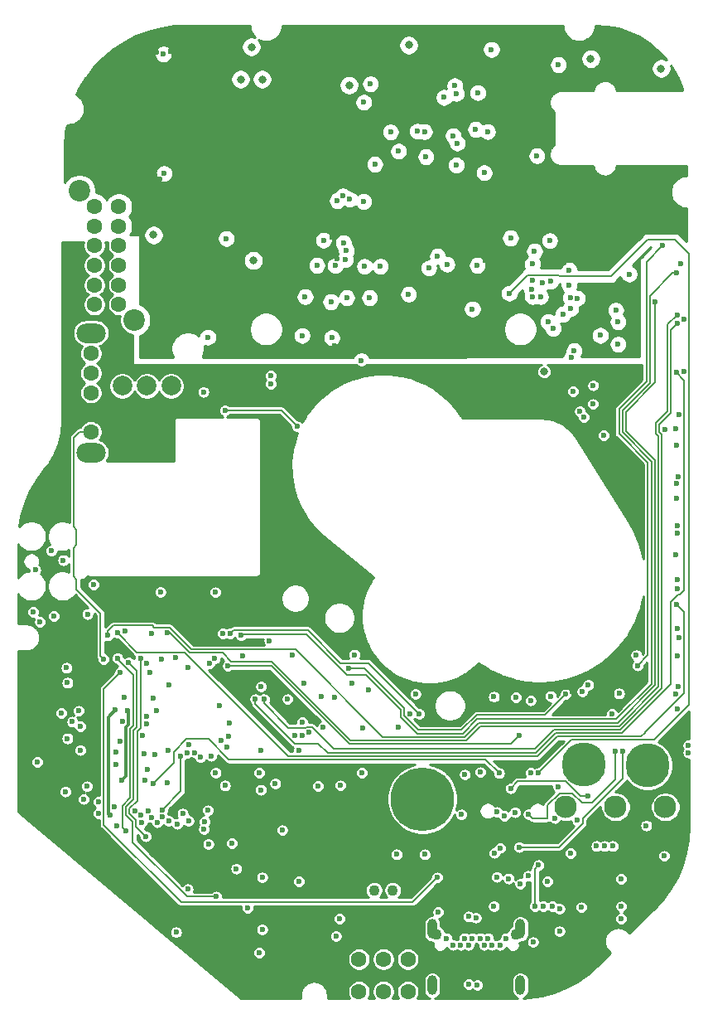
<source format=gbr>
G04 #@! TF.GenerationSoftware,KiCad,Pcbnew,5.1.6+dfsg1-1~bpo10+1*
G04 #@! TF.CreationDate,2020-12-17T18:50:31-05:00*
G04 #@! TF.ProjectId,4GRCP_Mainboard,34475243-505f-44d6-9169-6e626f617264,rev?*
G04 #@! TF.SameCoordinates,Original*
G04 #@! TF.FileFunction,Copper,L3,Inr*
G04 #@! TF.FilePolarity,Positive*
%FSLAX46Y46*%
G04 Gerber Fmt 4.6, Leading zero omitted, Abs format (unit mm)*
G04 Created by KiCad (PCBNEW 5.1.6+dfsg1-1~bpo10+1) date 2020-12-17 18:50:31*
%MOMM*%
%LPD*%
G01*
G04 APERTURE LIST*
G04 #@! TA.AperFunction,ViaPad*
%ADD10O,1.000000X2.000000*%
G04 #@! TD*
G04 #@! TA.AperFunction,ViaPad*
%ADD11C,1.100000*%
G04 #@! TD*
G04 #@! TA.AperFunction,ViaPad*
%ADD12C,0.600000*%
G04 #@! TD*
G04 #@! TA.AperFunction,ViaPad*
%ADD13C,4.500000*%
G04 #@! TD*
G04 #@! TA.AperFunction,ViaPad*
%ADD14C,2.300000*%
G04 #@! TD*
G04 #@! TA.AperFunction,ViaPad*
%ADD15O,3.000000X2.000000*%
G04 #@! TD*
G04 #@! TA.AperFunction,ViaPad*
%ADD16C,1.600000*%
G04 #@! TD*
G04 #@! TA.AperFunction,ViaPad*
%ADD17C,2.200000*%
G04 #@! TD*
G04 #@! TA.AperFunction,ViaPad*
%ADD18C,6.500000*%
G04 #@! TD*
G04 #@! TA.AperFunction,ViaPad*
%ADD19C,2.000000*%
G04 #@! TD*
G04 #@! TA.AperFunction,ViaPad*
%ADD20C,0.800000*%
G04 #@! TD*
G04 #@! TA.AperFunction,Conductor*
%ADD21C,0.200000*%
G04 #@! TD*
G04 #@! TA.AperFunction,Conductor*
%ADD22C,0.350000*%
G04 #@! TD*
G04 #@! TA.AperFunction,Conductor*
%ADD23C,0.254000*%
G04 #@! TD*
G04 APERTURE END LIST*
D10*
X155000000Y-153005000D03*
X164000000Y-153005000D03*
D11*
X155450000Y-147805000D03*
D10*
X155000000Y-147255000D03*
D11*
X163550000Y-147805000D03*
D10*
X164000000Y-147255000D03*
D12*
X161900000Y-148905000D03*
X161100000Y-148905000D03*
X160300000Y-148905000D03*
X157100000Y-148905000D03*
X157900000Y-148905000D03*
X158700000Y-148905000D03*
X162550000Y-148205000D03*
X160700000Y-148205000D03*
X159900000Y-148205000D03*
X156450000Y-148205000D03*
X158300000Y-148205000D03*
X159100000Y-148205000D03*
D13*
X170500000Y-130500000D03*
D11*
X149050000Y-143300000D03*
X150950000Y-143300000D03*
D14*
X168670000Y-134800000D03*
X173750000Y-134800000D03*
X178830000Y-134800000D03*
D15*
X120100000Y-86400000D03*
X120100000Y-98600000D03*
D16*
X120100000Y-88500000D03*
X120100000Y-90500000D03*
X120100000Y-92500000D03*
X120100000Y-96500000D03*
X120450000Y-73500000D03*
X120450000Y-75500000D03*
X120450000Y-77500000D03*
X120450000Y-79500000D03*
X120450000Y-81500000D03*
X120450000Y-83500000D03*
X122950000Y-73500000D03*
X122950000Y-75500000D03*
X122950000Y-77500000D03*
X122950000Y-79500000D03*
X122950000Y-81500000D03*
X122950000Y-83500000D03*
D17*
X118900000Y-71900000D03*
X124500000Y-85100000D03*
D16*
X147500000Y-150350000D03*
X147500000Y-153650000D03*
X150000000Y-150350000D03*
X150000000Y-153650000D03*
X152500000Y-150350000D03*
X152500000Y-153650000D03*
D18*
X154000000Y-134000000D03*
D13*
X177000000Y-130550000D03*
D19*
X128300000Y-91800000D03*
X123300000Y-91800000D03*
X125800000Y-91800000D03*
D12*
X114600000Y-130200000D03*
X116300000Y-115300000D03*
X157150000Y-66250000D03*
X160650000Y-65849998D03*
X150731792Y-65881792D03*
X127510000Y-57930000D03*
X165300000Y-148600000D03*
X174300000Y-142150010D03*
X174316944Y-144966954D03*
X170250000Y-145050000D03*
X166350000Y-144949989D03*
X155605805Y-145540872D03*
X127300000Y-119700000D03*
X135600000Y-119350000D03*
X119000000Y-129000000D03*
X137600000Y-147300000D03*
X136100000Y-145100000D03*
X130000000Y-143200000D03*
X161600000Y-141950010D03*
X173438916Y-138800015D03*
X172609289Y-138800015D03*
X137500000Y-122500000D03*
X145600000Y-132600000D03*
X176879989Y-136700000D03*
X181174990Y-128502177D03*
X180029986Y-112550000D03*
X180095151Y-106866759D03*
X180157147Y-101066647D03*
X180200000Y-94750000D03*
X180705085Y-85000012D03*
X180697593Y-90364786D03*
D20*
X166450000Y-90350000D03*
D12*
X166250000Y-81300000D03*
X171450000Y-91750000D03*
X167100000Y-81100000D03*
X165123506Y-81960379D03*
X174000000Y-87550000D03*
X174000000Y-85250000D03*
X167900000Y-59000000D03*
X145150000Y-147999998D03*
X127200000Y-112850000D03*
X117275000Y-109600000D03*
X120375000Y-112100000D03*
X144964536Y-123585454D03*
X146802248Y-122200022D03*
X165050000Y-123925032D03*
X147900000Y-126700000D03*
X180155753Y-122532113D03*
X180199990Y-117523931D03*
X157975000Y-135575000D03*
X159894264Y-131250111D03*
X174095133Y-123224990D03*
X173354691Y-125299993D03*
X140654449Y-119275021D03*
X126150000Y-121025000D03*
X130069195Y-136231772D03*
X137309441Y-131297672D03*
X147800000Y-131300043D03*
X130038915Y-120538917D03*
X131600000Y-92425000D03*
X126819967Y-124924990D03*
X140200000Y-123800010D03*
X138349990Y-117825000D03*
X132850008Y-131297681D03*
X132825000Y-112875000D03*
X137475000Y-133050000D03*
X125499990Y-129400000D03*
X125893921Y-131000884D03*
X167000001Y-76975000D03*
X180382499Y-79346933D03*
X157449937Y-69258906D03*
X127574936Y-70119523D03*
X125368211Y-127468211D03*
X125792037Y-126323043D03*
X119750000Y-115100000D03*
X171433281Y-93657315D03*
X141350000Y-142400000D03*
X154221064Y-139650031D03*
X151340274Y-139650031D03*
X138949820Y-132403322D03*
X159442368Y-146106808D03*
X137600000Y-142000000D03*
X137300000Y-149700000D03*
X128800000Y-147600000D03*
X114400000Y-110600000D03*
X122774991Y-136706682D03*
X114200000Y-114899996D03*
X119350010Y-134000000D03*
X161300000Y-123550000D03*
X152750000Y-125300000D03*
X125278781Y-136415225D03*
X116050000Y-108650000D03*
X114883338Y-115897623D03*
X126436135Y-132411870D03*
X163550010Y-123613909D03*
X161828980Y-131349061D03*
X119700000Y-132700000D03*
X159600000Y-153000000D03*
X158700000Y-152900000D03*
X134500000Y-138499994D03*
X132100000Y-138600000D03*
X126450000Y-123725000D03*
X127973204Y-129015014D03*
X133803845Y-132621979D03*
X141200055Y-95950000D03*
X133800000Y-94300000D03*
D20*
X126500000Y-76400000D03*
X171200000Y-58400000D03*
X152600000Y-57000000D03*
X136500000Y-57200000D03*
X137600000Y-60500000D03*
X135400000Y-60499992D03*
D12*
X160000000Y-123700000D03*
X159100000Y-133100000D03*
X138200000Y-121700000D03*
X130454490Y-146545510D03*
X136400000Y-149800000D03*
X118461090Y-130061090D03*
X140700000Y-126000000D03*
X169343661Y-123000010D03*
X172995122Y-123371620D03*
X174200000Y-124200000D03*
X115754055Y-109644213D03*
X165450000Y-78050000D03*
X143875185Y-76925661D03*
X136554390Y-132993961D03*
X127079133Y-115593034D03*
X174242188Y-120979959D03*
X159100000Y-83950000D03*
X134300000Y-122100011D03*
X130700000Y-131850030D03*
X138525000Y-140925000D03*
X119550000Y-117075000D03*
X140975000Y-131325000D03*
X136650000Y-115000000D03*
X115549990Y-122250000D03*
X124500006Y-140750000D03*
X173761091Y-84088909D03*
X169246875Y-88924999D03*
X167350000Y-85950000D03*
X166850000Y-85250000D03*
X168000000Y-147500000D03*
X161938852Y-139000000D03*
X169374998Y-92350000D03*
X165500000Y-144949989D03*
X165849988Y-140749990D03*
X143300000Y-132675000D03*
X128930371Y-136533203D03*
X128100000Y-122350000D03*
X130129291Y-128431475D03*
X163450000Y-135350000D03*
X174300000Y-146200000D03*
X123274968Y-132100000D03*
X128750000Y-119575000D03*
X123875000Y-124925000D03*
X120874998Y-135475000D03*
X133950000Y-76750000D03*
D20*
X136700000Y-79000000D03*
D12*
X157550000Y-67024990D03*
X149125000Y-69175000D03*
X160300000Y-70049928D03*
D20*
X139950000Y-75450000D03*
D12*
X152300000Y-70150000D03*
X157600000Y-74100000D03*
X147400000Y-70300000D03*
X150100000Y-69750000D03*
X139950000Y-60250002D03*
X139950000Y-64650000D03*
X150150000Y-73050000D03*
X158725000Y-77575000D03*
X151250000Y-76350000D03*
X150870000Y-77450002D03*
D20*
X166350000Y-88550000D03*
D12*
X125300000Y-57750000D03*
X138050000Y-79600000D03*
X149700000Y-78250000D03*
X153900000Y-63749990D03*
X162625000Y-61475000D03*
X161150000Y-77775000D03*
X171600000Y-71375000D03*
X145250000Y-78800000D03*
X153475000Y-73800000D03*
X164275000Y-59575000D03*
X173425000Y-58325000D03*
X155425000Y-56924990D03*
X144775000Y-76625000D03*
X142425000Y-76375000D03*
X160400000Y-79000000D03*
X145029215Y-87673184D03*
X148925000Y-77075000D03*
X174100000Y-73100000D03*
X129600000Y-65900000D03*
X128900000Y-65900000D03*
X128200000Y-65800000D03*
X127600000Y-65400000D03*
X127300000Y-64800000D03*
X127300000Y-64100000D03*
X125700000Y-64100000D03*
X125700000Y-64800000D03*
X125800000Y-65500000D03*
X125999992Y-66100000D03*
X126349997Y-66649997D03*
X126900000Y-67100002D03*
X128100000Y-67500000D03*
X128800000Y-67500000D03*
X129500000Y-67500000D03*
X127500000Y-67400000D03*
X129500000Y-72500000D03*
X128800000Y-72400000D03*
X128200000Y-72000000D03*
X127450000Y-71249994D03*
X127100000Y-70700000D03*
X126600000Y-70300000D03*
X126100000Y-69800000D03*
X125600000Y-69300000D03*
X125100000Y-68800000D03*
X125000000Y-68000000D03*
X125300000Y-67200000D03*
X125100000Y-66400000D03*
X124600000Y-65800000D03*
X124100000Y-65200000D03*
X123600000Y-64700000D03*
X122800000Y-64700000D03*
X122000000Y-64800000D03*
X121300000Y-65000000D03*
X120700000Y-65400000D03*
X120200000Y-65900000D03*
X119600000Y-68000000D03*
X119900000Y-68700000D03*
X119600000Y-67299996D03*
X119800000Y-66500000D03*
X120400000Y-69300000D03*
X120900000Y-69800000D03*
X121500000Y-70200000D03*
X122200000Y-70200000D03*
X123000000Y-70200000D03*
X123700000Y-70200000D03*
X124299992Y-70600000D03*
X124800000Y-71000000D03*
X125300000Y-71500000D03*
X125800000Y-72000000D03*
X126300000Y-72500000D03*
X126900000Y-73100000D03*
X127499998Y-73600000D03*
X128100000Y-64100000D03*
X128800000Y-63600000D03*
X129100000Y-62450000D03*
X129200000Y-61700000D03*
X129200000Y-61000000D03*
X129200000Y-60200000D03*
X129100000Y-59550000D03*
X128800000Y-58300000D03*
X128208783Y-57657593D03*
X126796502Y-57698867D03*
X126000000Y-57700000D03*
X124500000Y-57900000D03*
X124000000Y-58600000D03*
X123900000Y-59400000D03*
X123700000Y-60200000D03*
X123700000Y-60900000D03*
X123700000Y-61600000D03*
X123900000Y-62400000D03*
X124200000Y-63550000D03*
X124900000Y-64100000D03*
X177400000Y-74200000D03*
X137750000Y-73750000D03*
X168500000Y-79254099D03*
X155543243Y-78543235D03*
X154638155Y-79771718D03*
X151550000Y-67850002D03*
X165250000Y-79350000D03*
X148450000Y-122817812D03*
X123507517Y-123632517D03*
X151484093Y-126615907D03*
X125801744Y-125573094D03*
X178700000Y-139800000D03*
X122595052Y-124871740D03*
X122025011Y-135640116D03*
X161613286Y-135313486D03*
X120872020Y-134269810D03*
X161349984Y-139500000D03*
X158700000Y-146000000D03*
X161300000Y-144949999D03*
X134958588Y-141100074D03*
X163875000Y-127500000D03*
X134100000Y-120399990D03*
X127425023Y-135081657D03*
X123050000Y-128125000D03*
X129300000Y-129599945D03*
X122672675Y-129221355D03*
X130725572Y-129249983D03*
X122616181Y-130488442D03*
X131298529Y-129733964D03*
X126648683Y-129452209D03*
X129975979Y-129275029D03*
X154350014Y-68400000D03*
X165700011Y-68300000D03*
X169851840Y-82852675D03*
X169102535Y-82820101D03*
X169150000Y-83927664D03*
X169507145Y-88215897D03*
X166077834Y-82699999D03*
X165250000Y-82699998D03*
X172175000Y-86650000D03*
X125803134Y-120145794D03*
X139650000Y-137175010D03*
X167088434Y-123483808D03*
X170350000Y-123000000D03*
X153275000Y-123275000D03*
X144725000Y-86900000D03*
X129475000Y-135500000D03*
X117475000Y-133225000D03*
X162349990Y-135700000D03*
X153675000Y-125300000D03*
X134325000Y-117075021D03*
X170950000Y-122350000D03*
X132203679Y-120155524D03*
X153451904Y-65796565D03*
X154200000Y-65850000D03*
X163000000Y-76700000D03*
X117700000Y-127800000D03*
X119019346Y-126580503D03*
X169001256Y-81497498D03*
X180029980Y-111550000D03*
X123325000Y-126102485D03*
X179895163Y-109026944D03*
X134151601Y-127550840D03*
X135436084Y-117286084D03*
X180000000Y-80250000D03*
X143688916Y-123549990D03*
X176006401Y-120360326D03*
X178550000Y-77500000D03*
X181174990Y-129252179D03*
X125972163Y-135168884D03*
X126293054Y-135846783D03*
X180029999Y-124775576D03*
X179926083Y-123246095D03*
X126863401Y-136364237D03*
X180029998Y-119347506D03*
X127393066Y-135833226D03*
X180029964Y-116600000D03*
X128035515Y-136220236D03*
X122800000Y-117000000D03*
X179961690Y-114122585D03*
X180029986Y-84550000D03*
X127897172Y-117025004D03*
X121789337Y-117295735D03*
X177786084Y-83213916D03*
X136900000Y-123800000D03*
X179950032Y-90425372D03*
X137800000Y-123800002D03*
X180051979Y-85457720D03*
X141700537Y-126149979D03*
X179879430Y-96198826D03*
X143850000Y-126675000D03*
X178750000Y-96250000D03*
X180000000Y-101800000D03*
X141667245Y-127485730D03*
X179990380Y-97843647D03*
X142357017Y-127191227D03*
X180029978Y-106050000D03*
X134252778Y-126199945D03*
X179960872Y-103312230D03*
X140919307Y-127541475D03*
X117700000Y-122125000D03*
X117600000Y-120600000D03*
X121375000Y-119700000D03*
X122800000Y-119600000D03*
X169132868Y-139532174D03*
X123700000Y-137275000D03*
X159650000Y-61875000D03*
X123625000Y-116825010D03*
X132900000Y-143950000D03*
X123950000Y-120050000D03*
X155500000Y-142000000D03*
X123100000Y-121050000D03*
X125701416Y-137798584D03*
X125161065Y-119595784D03*
X133575497Y-117102322D03*
X132398540Y-129600345D03*
X141375000Y-129050000D03*
X141686411Y-86661411D03*
X146225000Y-78000000D03*
X134030538Y-128650851D03*
X145900000Y-77175000D03*
X133426031Y-128023967D03*
X137450000Y-129025000D03*
X127875000Y-132325000D03*
X133250000Y-124425000D03*
X141900000Y-122175000D03*
X168648388Y-123281281D03*
X146450000Y-120650000D03*
X132763480Y-119656384D03*
X126300000Y-117100000D03*
X122500000Y-134825000D03*
X125598329Y-132099989D03*
X145074990Y-79529721D03*
X124587693Y-135225866D03*
X146100000Y-78925000D03*
X125191867Y-135670266D03*
X159600000Y-79500004D03*
X147986194Y-72982787D03*
X149700000Y-79600000D03*
X146536172Y-72754076D03*
X148600000Y-82800000D03*
X145875000Y-72400000D03*
X148075010Y-79600000D03*
X145288909Y-72886091D03*
X146250010Y-82800000D03*
X144626416Y-83226416D03*
X143200000Y-79500004D03*
X142000000Y-82700000D03*
X159426996Y-65609167D03*
D20*
X146500000Y-61100000D03*
D12*
X157449998Y-61950000D03*
X156200000Y-62350000D03*
X148000000Y-62850000D03*
X157300236Y-61165093D03*
X163014977Y-132900000D03*
X170900000Y-133700000D03*
X174463909Y-129113909D03*
X163900000Y-138900000D03*
X173700000Y-129100000D03*
X164850010Y-135559886D03*
X165843421Y-131349996D03*
X162875000Y-82350000D03*
X168350000Y-84500006D03*
X167900000Y-132750000D03*
X145500000Y-146200000D03*
X168000000Y-145200000D03*
X169839634Y-136172156D03*
X167250000Y-144949999D03*
X171800000Y-138800015D03*
X131658671Y-137066139D03*
X117050000Y-125200000D03*
X131729021Y-136319434D03*
X167550000Y-135949939D03*
X166786627Y-142400195D03*
X162808513Y-142113654D03*
X163995708Y-142649989D03*
X164787552Y-141850010D03*
D20*
X178400000Y-59400000D03*
D12*
X165200000Y-81025010D03*
X161050000Y-57450000D03*
X148675000Y-60975000D03*
X172530018Y-96844982D03*
X118850032Y-124978200D03*
X156500000Y-79400000D03*
X138500010Y-91604964D03*
X152570000Y-82445000D03*
X138500010Y-90750000D03*
X118200000Y-126100000D03*
X169000004Y-80000000D03*
X147750000Y-89250000D03*
X170092517Y-94407481D03*
X175863055Y-119313055D03*
X170500000Y-95000000D03*
X147050000Y-119250000D03*
X158325000Y-131500000D03*
X165050000Y-131319998D03*
X132050000Y-86825000D03*
X132050000Y-135150000D03*
X175125000Y-80400000D03*
D21*
X161828980Y-131349061D02*
X160454950Y-129975030D01*
X132095478Y-127881474D02*
X129865290Y-127881474D01*
X129865290Y-127881474D02*
X128573984Y-129172780D01*
X160454950Y-129975030D02*
X134189034Y-129975030D01*
X128573984Y-129172780D02*
X128573984Y-130274021D01*
X134189034Y-129975030D02*
X132095478Y-127881474D01*
X128573984Y-130274021D02*
X126436135Y-132411870D01*
X139550055Y-94300000D02*
X133800000Y-94300000D01*
X141200055Y-95950000D02*
X139550055Y-94300000D01*
X169068651Y-122725000D02*
X169343661Y-123000010D01*
X160000000Y-123700000D02*
X160975000Y-122725000D01*
X160975000Y-122725000D02*
X169068651Y-122725000D01*
X165500000Y-144949989D02*
X165500000Y-141099978D01*
X165500000Y-141099978D02*
X165849988Y-140749990D01*
D22*
X123274968Y-132100000D02*
X123693175Y-131681793D01*
X123693175Y-126631827D02*
X123950001Y-126375001D01*
X123950001Y-125000001D02*
X123875000Y-124925000D01*
X123950001Y-126375001D02*
X123950001Y-125000001D01*
X123693175Y-131681793D02*
X123693175Y-126631827D01*
X121863032Y-134997974D02*
X121900012Y-135034954D01*
X121900012Y-135515117D02*
X122025011Y-135640116D01*
X121863032Y-125603760D02*
X121863032Y-134997974D01*
X121900012Y-135034954D02*
X121900012Y-135515117D01*
X122595052Y-124871740D02*
X121863032Y-125603760D01*
D21*
X138540998Y-120399990D02*
X134100000Y-120399990D01*
X163000000Y-128375000D02*
X146516008Y-128375000D01*
X163875000Y-127500000D02*
X163000000Y-128375000D01*
X146516008Y-128375000D02*
X138540998Y-120399990D01*
X127425023Y-135081657D02*
X129300000Y-133206680D01*
X129300000Y-133206680D02*
X129300000Y-129599945D01*
X148474999Y-120099999D02*
X145624999Y-120099999D01*
X134663938Y-116736083D02*
X134325000Y-117075021D01*
X145624999Y-120099999D02*
X142261083Y-116736083D01*
X153675000Y-125300000D02*
X148474999Y-120099999D01*
X142261083Y-116736083D02*
X134663938Y-116736083D01*
X148205012Y-121300002D02*
X151749988Y-124844978D01*
X135436084Y-117286084D02*
X135548583Y-117173585D01*
X174449991Y-94306020D02*
X177236082Y-91519929D01*
X135548583Y-117173585D02*
X142134583Y-117173585D01*
X146260999Y-121300001D02*
X148205012Y-121300002D01*
X177435827Y-99530815D02*
X174449990Y-96544978D01*
X158144980Y-127300012D02*
X159594981Y-125850011D01*
X179575736Y-80250000D02*
X180000000Y-80250000D01*
X177236082Y-91519929D02*
X177236082Y-82589654D01*
X153441018Y-127300010D02*
X158144980Y-127300012D01*
X151749988Y-124844978D02*
X151749988Y-125608980D01*
X173807221Y-125850011D02*
X177435827Y-122221405D01*
X159594981Y-125850011D02*
X173807221Y-125850011D01*
X177236082Y-82589654D02*
X179575736Y-80250000D01*
X142134583Y-117173585D02*
X146260999Y-121300001D01*
X151749988Y-125608980D02*
X153441018Y-127300010D01*
X174449990Y-96544978D02*
X174449991Y-94306020D01*
X177435827Y-122221405D02*
X177435827Y-99530815D01*
X177050000Y-119316727D02*
X177050000Y-99639978D01*
X176006401Y-120360326D02*
X177050000Y-119316727D01*
X174099981Y-94161040D02*
X176886072Y-91374949D01*
X176886072Y-79163928D02*
X178550000Y-77500000D01*
X176886072Y-91374949D02*
X176886072Y-79163928D01*
X177050000Y-99639978D02*
X174099980Y-96689956D01*
X174099980Y-96689956D02*
X174099981Y-94161040D01*
X176750000Y-127225000D02*
X176775000Y-127200000D01*
X180750000Y-114910895D02*
X179961690Y-114122585D01*
X176750000Y-127225000D02*
X176750000Y-127200000D01*
X180750000Y-123200000D02*
X180750000Y-114910895D01*
X176750000Y-127200000D02*
X180750000Y-123200000D01*
X122800000Y-117000000D02*
X124799999Y-118999999D01*
X129660019Y-118999999D02*
X140285039Y-129625019D01*
X167754721Y-127600061D02*
X176374939Y-127600061D01*
X176374939Y-127600061D02*
X176750000Y-127225000D01*
X124799999Y-118999999D02*
X129660019Y-118999999D01*
X140285039Y-129625019D02*
X165729763Y-129625019D01*
X165729763Y-129625019D02*
X167754721Y-127600061D01*
X174097180Y-126550032D02*
X159884940Y-126550032D01*
X133539024Y-119075022D02*
X130230032Y-119075022D01*
X158434939Y-128000033D02*
X146636030Y-128000032D01*
X134389001Y-119924999D02*
X133539024Y-119075022D01*
X180029986Y-84550000D02*
X179050011Y-85529975D01*
X177849988Y-95591020D02*
X177849988Y-96658980D01*
X130230032Y-119075022D02*
X128180014Y-117025004D01*
X177849988Y-96658980D02*
X178135849Y-96944841D01*
X178135849Y-96944841D02*
X178135848Y-122511364D01*
X179050011Y-94390997D02*
X177849988Y-95591020D01*
X179050011Y-85529975D02*
X179050011Y-94390997D01*
X128180014Y-117025004D02*
X127897172Y-117025004D01*
X138560997Y-119924999D02*
X134389001Y-119924999D01*
X178135848Y-122511364D02*
X174097180Y-126550032D01*
X159884940Y-126550032D02*
X158434939Y-128000033D01*
X146636030Y-128000032D02*
X138560997Y-119924999D01*
X173952201Y-126200021D02*
X177785838Y-122366384D01*
X140997911Y-118725011D02*
X149922922Y-127650022D01*
X158289960Y-127650022D02*
X159739960Y-126200022D01*
X128125000Y-116475000D02*
X130375011Y-118725011D01*
X126360998Y-116275000D02*
X126560998Y-116475000D01*
X126560998Y-116475000D02*
X128125000Y-116475000D01*
X122385808Y-116275000D02*
X126360998Y-116275000D01*
X177786084Y-91464917D02*
X177786084Y-83213916D01*
X174800001Y-94451000D02*
X177786084Y-91464917D01*
X159739960Y-126200022D02*
X173952201Y-126200021D01*
X149922922Y-127650022D02*
X158289960Y-127650022D01*
X174800001Y-96399999D02*
X174800001Y-94451000D01*
X121789337Y-116871471D02*
X122385808Y-116275000D01*
X177785837Y-99385835D02*
X174800001Y-96399999D01*
X177785838Y-122366384D02*
X177785837Y-99385835D01*
X130375011Y-118725011D02*
X140997911Y-118725011D01*
X121789337Y-117295735D02*
X121789337Y-116871471D01*
X180293987Y-113100001D02*
X180750001Y-112643987D01*
X180170272Y-113100001D02*
X180293987Y-113100001D01*
X174387141Y-127250051D02*
X179411689Y-122225503D01*
X180750001Y-112643987D02*
X180750001Y-91225341D01*
X136900000Y-124300000D02*
X140925000Y-128325000D01*
X136900000Y-123800000D02*
X136900000Y-124300000D01*
X179411689Y-113858584D02*
X180170272Y-113100001D01*
X179411689Y-122225503D02*
X179411689Y-113858584D01*
X165584783Y-129275009D02*
X167609741Y-127250051D01*
X180750001Y-91225341D02*
X179950032Y-90425372D01*
X144300009Y-129275009D02*
X165584783Y-129275009D01*
X167609741Y-127250051D02*
X174387141Y-127250051D01*
X140925000Y-128325000D02*
X143350000Y-128325000D01*
X143350000Y-128325000D02*
X144300009Y-129275009D01*
X165514802Y-128850000D02*
X167464761Y-126900041D01*
X137800000Y-124224266D02*
X140275733Y-126699999D01*
X140275733Y-126699999D02*
X142034243Y-126699999D01*
X142727224Y-126641226D02*
X144935998Y-128850000D01*
X137800000Y-123800002D02*
X137800000Y-124224266D01*
X178199999Y-96514001D02*
X178199999Y-95735999D01*
X167464761Y-126900041D02*
X174242161Y-126900041D01*
X178485860Y-96799862D02*
X178199999Y-96514001D01*
X144935998Y-128850000D02*
X165514802Y-128850000D01*
X142093016Y-126641226D02*
X142727224Y-126641226D01*
X174242161Y-126900041D02*
X178485860Y-122656342D01*
X178485860Y-122656342D02*
X178485860Y-96799862D01*
X179400022Y-94535976D02*
X179400022Y-86109677D01*
X179400022Y-86109677D02*
X180051979Y-85457720D01*
X142034243Y-126699999D02*
X142093016Y-126641226D01*
X178199999Y-95735999D02*
X179400022Y-94535976D01*
X121075001Y-115025001D02*
X121075001Y-119400001D01*
X118612501Y-112562501D02*
X121075001Y-115025001D01*
X121075001Y-119400001D02*
X121375000Y-119700000D01*
X118334499Y-108326159D02*
X118334499Y-111271997D01*
X118334499Y-111271997D02*
X118612501Y-111549999D01*
X118968630Y-96500000D02*
X118349990Y-97118640D01*
X120100000Y-96500000D02*
X118968630Y-96500000D01*
X118612501Y-111549999D02*
X118612501Y-112562501D01*
X118349990Y-97118640D02*
X118349990Y-106207488D01*
X118349990Y-106207488D02*
X118612501Y-106469999D01*
X118612501Y-108048157D02*
X118334499Y-108326159D01*
X118612501Y-106469999D02*
X118612501Y-108048157D01*
X122800000Y-119600000D02*
X122800000Y-119714002D01*
X124118184Y-126807874D02*
X124118184Y-133891393D01*
X123325001Y-136900001D02*
X123700000Y-137275000D01*
X124425001Y-121339003D02*
X124425001Y-126501057D01*
X124425001Y-126501057D02*
X124118184Y-126807874D01*
X122800000Y-119714002D02*
X124425001Y-121339003D01*
X124118184Y-133891393D02*
X123325001Y-134684576D01*
X123325001Y-134684576D02*
X123325001Y-136900001D01*
X124468195Y-134036372D02*
X124468195Y-126952853D01*
X132900000Y-143950000D02*
X129935998Y-143950000D01*
X129935998Y-143950000D02*
X124375001Y-138389003D01*
X124375001Y-136285997D02*
X123684972Y-135595968D01*
X124775012Y-120875012D02*
X123950000Y-120050000D01*
X123684973Y-134819594D02*
X124468195Y-134036372D01*
X124468195Y-126952853D02*
X124775012Y-126646036D01*
X124775012Y-126646036D02*
X124775012Y-120875012D01*
X123684972Y-135595968D02*
X123684973Y-134819594D01*
X124375001Y-138389003D02*
X124375001Y-136285997D01*
X152999999Y-144500001D02*
X129314005Y-144500001D01*
X121425001Y-136610997D02*
X121425001Y-122724999D01*
X129314005Y-144500001D02*
X121425001Y-136610997D01*
X121425001Y-122724999D02*
X123100000Y-121050000D01*
X155500000Y-142000000D02*
X152999999Y-144500001D01*
X124725012Y-136822180D02*
X124725012Y-136141018D01*
X125701416Y-137798584D02*
X124725012Y-136822180D01*
X124818205Y-134181352D02*
X124818205Y-127097833D01*
X124034983Y-135450989D02*
X124034983Y-134964574D01*
X124725012Y-136141018D02*
X124034983Y-135450989D01*
X124034983Y-134964574D02*
X124818205Y-134181352D01*
X125161065Y-126754973D02*
X125161065Y-119595784D01*
X124818205Y-127097833D02*
X125161065Y-126754973D01*
X148050000Y-120650000D02*
X146450000Y-120650000D01*
X152099999Y-124699999D02*
X148050000Y-120650000D01*
X155599932Y-126949934D02*
X153585932Y-126949934D01*
X155599999Y-126950001D02*
X155599932Y-126949934D01*
X159550002Y-125400000D02*
X158000001Y-126950001D01*
X168648388Y-123281281D02*
X166529669Y-125400000D01*
X153585932Y-126949934D02*
X152099999Y-125464001D01*
X152099999Y-125464001D02*
X152099999Y-124699999D01*
X158000001Y-126950001D02*
X155599999Y-126950001D01*
X166529669Y-125400000D02*
X159550002Y-125400000D01*
X170900000Y-133700000D02*
X170136990Y-133700000D01*
X168611991Y-132175001D02*
X163739976Y-132175001D01*
X170136990Y-133700000D02*
X168611991Y-132175001D01*
X163739976Y-132175001D02*
X163014977Y-132900000D01*
X167963952Y-138900000D02*
X163900000Y-138900000D01*
X174463909Y-129113909D02*
X174463909Y-131872041D01*
X170389635Y-135946315D02*
X170389635Y-136474317D01*
X174463909Y-131872041D02*
X170389635Y-135946315D01*
X170389635Y-136474317D02*
X167963952Y-138900000D01*
X173700000Y-132000000D02*
X171300000Y-134400000D01*
X169342001Y-133399999D02*
X167997999Y-133399999D01*
X167997999Y-133399999D02*
X166759998Y-134638000D01*
X166759998Y-134638000D02*
X166759998Y-135960001D01*
X173700000Y-129100000D02*
X173700000Y-132000000D01*
X166759998Y-135960001D02*
X165250125Y-135960001D01*
X165250125Y-135960001D02*
X164850010Y-135559886D01*
X170342002Y-134400000D02*
X169342001Y-133399999D01*
X171300000Y-134400000D02*
X170342002Y-134400000D01*
X177025000Y-76900000D02*
X179814002Y-76900000D01*
X181255086Y-78341084D02*
X181255086Y-124364491D01*
X181255086Y-124364491D02*
X177669505Y-127950072D01*
X164750000Y-80475000D02*
X167833806Y-80475000D01*
X177669505Y-127950072D02*
X169243345Y-127950072D01*
X167833806Y-80475000D02*
X167995069Y-80636263D01*
X169243345Y-127950072D02*
X165843421Y-131349996D01*
X179814002Y-76900000D02*
X181255086Y-78341084D01*
X162875000Y-82350000D02*
X164750000Y-80475000D01*
X173288737Y-80636263D02*
X177025000Y-76900000D01*
X167995069Y-80636263D02*
X173288737Y-80636263D01*
D23*
G36*
X119323563Y-77143811D02*
G01*
X119318231Y-77156682D01*
X119273000Y-77384076D01*
X119273000Y-77615924D01*
X119318231Y-77843318D01*
X119406956Y-78057519D01*
X119535764Y-78250294D01*
X119699706Y-78414236D01*
X119828061Y-78500000D01*
X119699706Y-78585764D01*
X119535764Y-78749706D01*
X119406956Y-78942481D01*
X119318231Y-79156682D01*
X119273000Y-79384076D01*
X119273000Y-79615924D01*
X119318231Y-79843318D01*
X119406956Y-80057519D01*
X119535764Y-80250294D01*
X119699706Y-80414236D01*
X119828061Y-80500000D01*
X119699706Y-80585764D01*
X119535764Y-80749706D01*
X119406956Y-80942481D01*
X119318231Y-81156682D01*
X119273000Y-81384076D01*
X119273000Y-81615924D01*
X119318231Y-81843318D01*
X119406956Y-82057519D01*
X119535764Y-82250294D01*
X119699706Y-82414236D01*
X119828061Y-82500000D01*
X119699706Y-82585764D01*
X119535764Y-82749706D01*
X119406956Y-82942481D01*
X119318231Y-83156682D01*
X119273000Y-83384076D01*
X119273000Y-83615924D01*
X119318231Y-83843318D01*
X119406956Y-84057519D01*
X119535764Y-84250294D01*
X119699706Y-84414236D01*
X119892481Y-84543044D01*
X120106682Y-84631769D01*
X120334076Y-84677000D01*
X120565924Y-84677000D01*
X120793318Y-84631769D01*
X121007519Y-84543044D01*
X121200294Y-84414236D01*
X121364236Y-84250294D01*
X121493044Y-84057519D01*
X121581769Y-83843318D01*
X121627000Y-83615924D01*
X121627000Y-83384076D01*
X121581769Y-83156682D01*
X121493044Y-82942481D01*
X121364236Y-82749706D01*
X121200294Y-82585764D01*
X121071939Y-82500000D01*
X121200294Y-82414236D01*
X121364236Y-82250294D01*
X121493044Y-82057519D01*
X121581769Y-81843318D01*
X121627000Y-81615924D01*
X121627000Y-81384076D01*
X121581769Y-81156682D01*
X121493044Y-80942481D01*
X121364236Y-80749706D01*
X121200294Y-80585764D01*
X121071939Y-80500000D01*
X121200294Y-80414236D01*
X121364236Y-80250294D01*
X121493044Y-80057519D01*
X121581769Y-79843318D01*
X121627000Y-79615924D01*
X121627000Y-79384076D01*
X121581769Y-79156682D01*
X121493044Y-78942481D01*
X121364236Y-78749706D01*
X121200294Y-78585764D01*
X121071939Y-78500000D01*
X121200294Y-78414236D01*
X121364236Y-78250294D01*
X121493044Y-78057519D01*
X121581769Y-77843318D01*
X121627000Y-77615924D01*
X121627000Y-77384076D01*
X121581769Y-77156682D01*
X121577922Y-77147395D01*
X121821917Y-77147783D01*
X121818231Y-77156682D01*
X121773000Y-77384076D01*
X121773000Y-77615924D01*
X121818231Y-77843318D01*
X121906956Y-78057519D01*
X122035764Y-78250294D01*
X122199706Y-78414236D01*
X122328061Y-78500000D01*
X122199706Y-78585764D01*
X122035764Y-78749706D01*
X121906956Y-78942481D01*
X121818231Y-79156682D01*
X121773000Y-79384076D01*
X121773000Y-79615924D01*
X121818231Y-79843318D01*
X121906956Y-80057519D01*
X122035764Y-80250294D01*
X122199706Y-80414236D01*
X122328061Y-80500000D01*
X122199706Y-80585764D01*
X122035764Y-80749706D01*
X121906956Y-80942481D01*
X121818231Y-81156682D01*
X121773000Y-81384076D01*
X121773000Y-81615924D01*
X121818231Y-81843318D01*
X121906956Y-82057519D01*
X122035764Y-82250294D01*
X122199706Y-82414236D01*
X122328061Y-82500000D01*
X122199706Y-82585764D01*
X122035764Y-82749706D01*
X121906956Y-82942481D01*
X121818231Y-83156682D01*
X121773000Y-83384076D01*
X121773000Y-83615924D01*
X121818231Y-83843318D01*
X121906956Y-84057519D01*
X122035764Y-84250294D01*
X122199706Y-84414236D01*
X122392481Y-84543044D01*
X122606682Y-84631769D01*
X122834076Y-84677000D01*
X123065924Y-84677000D01*
X123078709Y-84674457D01*
X123023000Y-84954528D01*
X123023000Y-85245472D01*
X123079760Y-85530825D01*
X123191099Y-85799622D01*
X123352739Y-86041533D01*
X123558467Y-86247261D01*
X123800378Y-86408901D01*
X124069175Y-86520240D01*
X124354528Y-86577000D01*
X124367103Y-86577000D01*
X124373000Y-89525254D01*
X124375490Y-89550026D01*
X124382765Y-89573835D01*
X124394545Y-89595768D01*
X124410377Y-89614982D01*
X124429654Y-89630738D01*
X124451634Y-89642430D01*
X124475473Y-89649609D01*
X124500051Y-89652000D01*
X147198307Y-89642901D01*
X147224140Y-89681563D01*
X147318437Y-89775860D01*
X147429320Y-89849950D01*
X147552526Y-89900984D01*
X147683321Y-89927000D01*
X147816679Y-89927000D01*
X147947474Y-89900984D01*
X148070680Y-89849950D01*
X148181563Y-89775860D01*
X148275860Y-89681563D01*
X148301989Y-89642458D01*
X166145025Y-89635305D01*
X166081952Y-89661431D01*
X165954691Y-89746464D01*
X165846464Y-89854691D01*
X165761431Y-89981952D01*
X165702859Y-90123357D01*
X165673000Y-90273472D01*
X165673000Y-90426528D01*
X165702859Y-90576643D01*
X165761431Y-90718048D01*
X165846464Y-90845309D01*
X165954691Y-90953536D01*
X166081952Y-91038569D01*
X166223357Y-91097141D01*
X166373472Y-91127000D01*
X166526528Y-91127000D01*
X166676643Y-91097141D01*
X166818048Y-91038569D01*
X166945309Y-90953536D01*
X167053536Y-90845309D01*
X167138569Y-90718048D01*
X167197141Y-90576643D01*
X167227000Y-90426528D01*
X167227000Y-90273472D01*
X167197141Y-90123357D01*
X167138569Y-89981952D01*
X167053536Y-89854691D01*
X166945309Y-89746464D01*
X166818048Y-89661431D01*
X166754385Y-89635061D01*
X176409072Y-89631191D01*
X176409072Y-91177369D01*
X173779252Y-93807190D01*
X173761061Y-93822119D01*
X173701453Y-93894751D01*
X173687476Y-93920900D01*
X173657159Y-93977618D01*
X173629884Y-94067533D01*
X173620675Y-94161040D01*
X173622982Y-94184465D01*
X173622980Y-96666541D01*
X173620674Y-96689956D01*
X173622980Y-96713371D01*
X173622980Y-96713378D01*
X173629883Y-96783463D01*
X173657158Y-96873378D01*
X173701451Y-96956244D01*
X173733028Y-96994720D01*
X173761059Y-97028876D01*
X173779250Y-97043805D01*
X176573001Y-99837559D01*
X176573001Y-109452232D01*
X176569385Y-109432521D01*
X176256609Y-108177447D01*
X176239452Y-108123339D01*
X176239450Y-108123334D01*
X175771840Y-106917365D01*
X175748036Y-106865834D01*
X175136789Y-105735055D01*
X175130520Y-105722398D01*
X169761667Y-97121814D01*
X169759257Y-97118684D01*
X169690980Y-97013436D01*
X169676638Y-96995453D01*
X169664043Y-96976205D01*
X169660054Y-96971314D01*
X169500382Y-96778303D01*
X171853018Y-96778303D01*
X171853018Y-96911661D01*
X171879034Y-97042456D01*
X171930068Y-97165662D01*
X172004158Y-97276545D01*
X172098455Y-97370842D01*
X172209338Y-97444932D01*
X172332544Y-97495966D01*
X172463339Y-97521982D01*
X172596697Y-97521982D01*
X172727492Y-97495966D01*
X172850698Y-97444932D01*
X172961581Y-97370842D01*
X173055878Y-97276545D01*
X173129968Y-97165662D01*
X173181002Y-97042456D01*
X173207018Y-96911661D01*
X173207018Y-96778303D01*
X173181002Y-96647508D01*
X173129968Y-96524302D01*
X173055878Y-96413419D01*
X172961581Y-96319122D01*
X172850698Y-96245032D01*
X172727492Y-96193998D01*
X172596697Y-96167982D01*
X172463339Y-96167982D01*
X172332544Y-96193998D01*
X172209338Y-96245032D01*
X172098455Y-96319122D01*
X172004158Y-96413419D01*
X171930068Y-96524302D01*
X171879034Y-96647508D01*
X171853018Y-96778303D01*
X169500382Y-96778303D01*
X169161595Y-96368781D01*
X169132525Y-96339914D01*
X169103863Y-96310645D01*
X169099000Y-96306622D01*
X168493002Y-95812382D01*
X168458856Y-95789695D01*
X168425078Y-95766567D01*
X168419534Y-95763569D01*
X168419526Y-95763564D01*
X168419518Y-95763561D01*
X167729071Y-95396443D01*
X167691178Y-95380824D01*
X167653541Y-95364693D01*
X167647516Y-95362827D01*
X167647510Y-95362825D01*
X166898899Y-95136807D01*
X166858679Y-95128843D01*
X166818641Y-95120333D01*
X166812364Y-95119673D01*
X166034108Y-95043364D01*
X166034105Y-95043364D01*
X166012205Y-95041207D01*
X158042627Y-95041207D01*
X157920449Y-94842590D01*
X157920112Y-94842115D01*
X157919841Y-94841605D01*
X157896706Y-94807746D01*
X157545552Y-94340802D01*
X169415517Y-94340802D01*
X169415517Y-94474160D01*
X169441533Y-94604955D01*
X169492567Y-94728161D01*
X169566657Y-94839044D01*
X169660954Y-94933341D01*
X169771837Y-95007431D01*
X169823000Y-95028624D01*
X169823000Y-95066679D01*
X169849016Y-95197474D01*
X169900050Y-95320680D01*
X169974140Y-95431563D01*
X170068437Y-95525860D01*
X170179320Y-95599950D01*
X170302526Y-95650984D01*
X170433321Y-95677000D01*
X170566679Y-95677000D01*
X170697474Y-95650984D01*
X170820680Y-95599950D01*
X170931563Y-95525860D01*
X171025860Y-95431563D01*
X171099950Y-95320680D01*
X171150984Y-95197474D01*
X171177000Y-95066679D01*
X171177000Y-94933321D01*
X171150984Y-94802526D01*
X171099950Y-94679320D01*
X171025860Y-94568437D01*
X170931563Y-94474140D01*
X170820680Y-94400050D01*
X170769517Y-94378857D01*
X170769517Y-94340802D01*
X170743501Y-94210007D01*
X170692467Y-94086801D01*
X170618377Y-93975918D01*
X170524080Y-93881621D01*
X170413197Y-93807531D01*
X170289991Y-93756497D01*
X170159196Y-93730481D01*
X170025838Y-93730481D01*
X169895043Y-93756497D01*
X169771837Y-93807531D01*
X169660954Y-93881621D01*
X169566657Y-93975918D01*
X169492567Y-94086801D01*
X169441533Y-94210007D01*
X169415517Y-94340802D01*
X157545552Y-94340802D01*
X157179733Y-93854360D01*
X157173553Y-93847186D01*
X157168040Y-93839470D01*
X157140630Y-93808969D01*
X156925744Y-93590636D01*
X170756281Y-93590636D01*
X170756281Y-93723994D01*
X170782297Y-93854789D01*
X170833331Y-93977995D01*
X170907421Y-94088878D01*
X171001718Y-94183175D01*
X171112601Y-94257265D01*
X171235807Y-94308299D01*
X171366602Y-94334315D01*
X171499960Y-94334315D01*
X171630755Y-94308299D01*
X171753961Y-94257265D01*
X171864844Y-94183175D01*
X171959141Y-94088878D01*
X172033231Y-93977995D01*
X172084265Y-93854789D01*
X172110281Y-93723994D01*
X172110281Y-93590636D01*
X172084265Y-93459841D01*
X172033231Y-93336635D01*
X171959141Y-93225752D01*
X171864844Y-93131455D01*
X171753961Y-93057365D01*
X171630755Y-93006331D01*
X171499960Y-92980315D01*
X171366602Y-92980315D01*
X171235807Y-93006331D01*
X171112601Y-93057365D01*
X171001718Y-93131455D01*
X170907421Y-93225752D01*
X170833331Y-93336635D01*
X170782297Y-93459841D01*
X170756281Y-93590636D01*
X156925744Y-93590636D01*
X156303863Y-92958780D01*
X156296782Y-92952481D01*
X156290303Y-92945568D01*
X156259100Y-92918959D01*
X155441287Y-92283321D01*
X168697998Y-92283321D01*
X168697998Y-92416679D01*
X168724014Y-92547474D01*
X168775048Y-92670680D01*
X168849138Y-92781563D01*
X168943435Y-92875860D01*
X169054318Y-92949950D01*
X169177524Y-93000984D01*
X169308319Y-93027000D01*
X169441677Y-93027000D01*
X169572472Y-93000984D01*
X169695678Y-92949950D01*
X169806561Y-92875860D01*
X169900858Y-92781563D01*
X169974948Y-92670680D01*
X170025982Y-92547474D01*
X170051998Y-92416679D01*
X170051998Y-92283321D01*
X170025982Y-92152526D01*
X169974948Y-92029320D01*
X169900858Y-91918437D01*
X169806561Y-91824140D01*
X169695678Y-91750050D01*
X169572472Y-91699016D01*
X169493566Y-91683321D01*
X170773000Y-91683321D01*
X170773000Y-91816679D01*
X170799016Y-91947474D01*
X170850050Y-92070680D01*
X170924140Y-92181563D01*
X171018437Y-92275860D01*
X171129320Y-92349950D01*
X171252526Y-92400984D01*
X171383321Y-92427000D01*
X171516679Y-92427000D01*
X171647474Y-92400984D01*
X171770680Y-92349950D01*
X171881563Y-92275860D01*
X171975860Y-92181563D01*
X172049950Y-92070680D01*
X172100984Y-91947474D01*
X172127000Y-91816679D01*
X172127000Y-91683321D01*
X172100984Y-91552526D01*
X172049950Y-91429320D01*
X171975860Y-91318437D01*
X171881563Y-91224140D01*
X171770680Y-91150050D01*
X171647474Y-91099016D01*
X171516679Y-91073000D01*
X171383321Y-91073000D01*
X171252526Y-91099016D01*
X171129320Y-91150050D01*
X171018437Y-91224140D01*
X170924140Y-91318437D01*
X170850050Y-91429320D01*
X170799016Y-91552526D01*
X170773000Y-91683321D01*
X169493566Y-91683321D01*
X169441677Y-91673000D01*
X169308319Y-91673000D01*
X169177524Y-91699016D01*
X169054318Y-91750050D01*
X168943435Y-91824140D01*
X168849138Y-91918437D01*
X168775048Y-92029320D01*
X168724014Y-92152526D01*
X168697998Y-92283321D01*
X155441287Y-92283321D01*
X155317240Y-92186907D01*
X155309393Y-92181603D01*
X155302052Y-92175604D01*
X155267603Y-92153356D01*
X154237200Y-91552302D01*
X154228718Y-91548081D01*
X154220650Y-91543107D01*
X154183562Y-91525610D01*
X153082716Y-91066113D01*
X153073749Y-91063051D01*
X153065096Y-91059188D01*
X153026019Y-91046751D01*
X151874073Y-90736884D01*
X151864783Y-90735035D01*
X151855692Y-90732350D01*
X151815314Y-90725190D01*
X150632503Y-90570398D01*
X150623060Y-90569795D01*
X150613685Y-90568334D01*
X150572714Y-90566577D01*
X149379822Y-90569578D01*
X149370372Y-90570230D01*
X149360895Y-90570022D01*
X149320052Y-90573699D01*
X148138036Y-90734442D01*
X148128749Y-90736339D01*
X148119334Y-90737386D01*
X148079336Y-90746432D01*
X146928963Y-91062092D01*
X146920010Y-91065200D01*
X146910816Y-91067483D01*
X146872365Y-91081740D01*
X145773845Y-91546771D01*
X145765391Y-91551031D01*
X145756569Y-91554514D01*
X145720343Y-91573731D01*
X144692977Y-92179964D01*
X144685160Y-92185305D01*
X144676877Y-92189924D01*
X144643510Y-92213763D01*
X143705346Y-92950546D01*
X143698296Y-92956882D01*
X143690705Y-92962549D01*
X143660784Y-92990592D01*
X142828306Y-93844980D01*
X142822161Y-93852186D01*
X142815381Y-93858813D01*
X142789431Y-93890567D01*
X142077264Y-94847551D01*
X142072125Y-94855508D01*
X142066282Y-94862972D01*
X142044760Y-94897879D01*
X141709249Y-95501771D01*
X141631618Y-95424140D01*
X141520735Y-95350050D01*
X141397529Y-95299016D01*
X141266734Y-95273000D01*
X141197635Y-95273000D01*
X139903910Y-93979276D01*
X139888976Y-93961079D01*
X139816344Y-93901471D01*
X139733478Y-93857178D01*
X139643563Y-93829903D01*
X139573478Y-93823000D01*
X139573470Y-93823000D01*
X139550055Y-93820694D01*
X139526640Y-93823000D01*
X134280423Y-93823000D01*
X134231563Y-93774140D01*
X134120680Y-93700050D01*
X133997474Y-93649016D01*
X133866679Y-93623000D01*
X133733321Y-93623000D01*
X133602526Y-93649016D01*
X133479320Y-93700050D01*
X133368437Y-93774140D01*
X133274140Y-93868437D01*
X133200050Y-93979320D01*
X133149016Y-94102526D01*
X133123000Y-94233321D01*
X133123000Y-94366679D01*
X133149016Y-94497474D01*
X133200050Y-94620680D01*
X133274140Y-94731563D01*
X133368437Y-94825860D01*
X133479320Y-94899950D01*
X133595322Y-94948000D01*
X129022205Y-94948000D01*
X129000000Y-94945813D01*
X128977795Y-94948000D01*
X128911393Y-94954540D01*
X128826190Y-94980386D01*
X128747667Y-95022357D01*
X128678841Y-95078841D01*
X128622357Y-95147667D01*
X128580386Y-95226190D01*
X128554540Y-95311393D01*
X128545813Y-95400000D01*
X128548000Y-95422205D01*
X128548001Y-99448000D01*
X121685411Y-99448000D01*
X121750473Y-99368721D01*
X121878337Y-99129505D01*
X121957075Y-98869939D01*
X121983662Y-98600000D01*
X121957075Y-98330061D01*
X121878337Y-98070495D01*
X121750473Y-97831279D01*
X121578397Y-97621603D01*
X121368721Y-97449527D01*
X121129505Y-97321663D01*
X120986306Y-97278224D01*
X121014236Y-97250294D01*
X121143044Y-97057519D01*
X121231769Y-96843318D01*
X121277000Y-96615924D01*
X121277000Y-96384076D01*
X121231769Y-96156682D01*
X121143044Y-95942481D01*
X121014236Y-95749706D01*
X120850294Y-95585764D01*
X120657519Y-95456956D01*
X120443318Y-95368231D01*
X120215924Y-95323000D01*
X119984076Y-95323000D01*
X119756682Y-95368231D01*
X119542481Y-95456956D01*
X119349706Y-95585764D01*
X119185764Y-95749706D01*
X119056956Y-95942481D01*
X119023604Y-96023000D01*
X118992044Y-96023000D01*
X118968629Y-96020694D01*
X118945214Y-96023000D01*
X118945207Y-96023000D01*
X118875122Y-96029903D01*
X118785207Y-96057178D01*
X118702341Y-96101471D01*
X118629709Y-96161079D01*
X118614779Y-96179271D01*
X118029266Y-96764785D01*
X118011069Y-96779719D01*
X117951461Y-96852351D01*
X117907168Y-96935218D01*
X117879893Y-97025133D01*
X117872990Y-97095218D01*
X117872990Y-97095225D01*
X117870684Y-97118640D01*
X117872990Y-97142055D01*
X117872991Y-105755715D01*
X117631348Y-105655623D01*
X117329090Y-105595500D01*
X117020910Y-105595500D01*
X116718652Y-105655623D01*
X116433931Y-105773558D01*
X116177689Y-105944773D01*
X115959773Y-106162689D01*
X115788558Y-106418931D01*
X115670623Y-106703652D01*
X115610500Y-107005910D01*
X115610500Y-107314090D01*
X115670623Y-107616348D01*
X115788558Y-107901069D01*
X115853831Y-107998757D01*
X115852526Y-107999016D01*
X115729320Y-108050050D01*
X115618437Y-108124140D01*
X115524140Y-108218437D01*
X115450050Y-108329320D01*
X115399016Y-108452526D01*
X115373000Y-108583321D01*
X115373000Y-108716679D01*
X115399016Y-108847474D01*
X115450050Y-108970680D01*
X115524140Y-109081563D01*
X115618437Y-109175860D01*
X115729320Y-109249950D01*
X115852526Y-109300984D01*
X115983321Y-109327000D01*
X116116679Y-109327000D01*
X116247474Y-109300984D01*
X116370680Y-109249950D01*
X116481563Y-109175860D01*
X116575860Y-109081563D01*
X116649950Y-108970680D01*
X116700984Y-108847474D01*
X116727000Y-108716679D01*
X116727000Y-108666038D01*
X117020910Y-108724500D01*
X117329090Y-108724500D01*
X117631348Y-108664377D01*
X117857499Y-108570702D01*
X117857499Y-109253203D01*
X117800860Y-109168437D01*
X117706563Y-109074140D01*
X117595680Y-109000050D01*
X117472474Y-108949016D01*
X117341679Y-108923000D01*
X117208321Y-108923000D01*
X117077526Y-108949016D01*
X116954320Y-109000050D01*
X116843437Y-109074140D01*
X116749140Y-109168437D01*
X116675050Y-109279320D01*
X116624016Y-109402526D01*
X116598000Y-109533321D01*
X116598000Y-109666679D01*
X116624016Y-109797474D01*
X116675050Y-109920680D01*
X116749140Y-110031563D01*
X116843437Y-110125860D01*
X116954320Y-110199950D01*
X117077526Y-110250984D01*
X117208321Y-110277000D01*
X117341679Y-110277000D01*
X117472474Y-110250984D01*
X117595680Y-110199950D01*
X117706563Y-110125860D01*
X117800860Y-110031563D01*
X117857500Y-109946796D01*
X117857500Y-110829298D01*
X117631348Y-110735623D01*
X117329090Y-110675500D01*
X117020910Y-110675500D01*
X116718652Y-110735623D01*
X116433931Y-110853558D01*
X116177689Y-111024773D01*
X115959773Y-111242689D01*
X115788558Y-111498931D01*
X115670623Y-111783652D01*
X115610500Y-112085910D01*
X115610500Y-112394090D01*
X115670623Y-112696348D01*
X115788558Y-112981069D01*
X115959773Y-113237311D01*
X116177689Y-113455227D01*
X116433931Y-113626442D01*
X116718652Y-113744377D01*
X117020910Y-113804500D01*
X117329090Y-113804500D01*
X117631348Y-113744377D01*
X117916069Y-113626442D01*
X118172311Y-113455227D01*
X118390227Y-113237311D01*
X118479350Y-113103929D01*
X119798420Y-114423000D01*
X119683321Y-114423000D01*
X119552526Y-114449016D01*
X119429320Y-114500050D01*
X119318437Y-114574140D01*
X119224140Y-114668437D01*
X119150050Y-114779320D01*
X119099016Y-114902526D01*
X119073000Y-115033321D01*
X119073000Y-115166679D01*
X119099016Y-115297474D01*
X119150050Y-115420680D01*
X119224140Y-115531563D01*
X119318437Y-115625860D01*
X119429320Y-115699950D01*
X119552526Y-115750984D01*
X119683321Y-115777000D01*
X119816679Y-115777000D01*
X119947474Y-115750984D01*
X120070680Y-115699950D01*
X120181563Y-115625860D01*
X120275860Y-115531563D01*
X120349950Y-115420680D01*
X120400984Y-115297474D01*
X120427000Y-115166679D01*
X120427000Y-115051580D01*
X120598001Y-115222581D01*
X120598002Y-119376576D01*
X120595695Y-119400001D01*
X120604904Y-119493508D01*
X120632179Y-119583423D01*
X120648749Y-119614422D01*
X120676473Y-119666290D01*
X120692942Y-119686357D01*
X120698000Y-119692520D01*
X120698000Y-119766679D01*
X120724016Y-119897474D01*
X120775050Y-120020680D01*
X120849140Y-120131563D01*
X120943437Y-120225860D01*
X121054320Y-120299950D01*
X121177526Y-120350984D01*
X121308321Y-120377000D01*
X121441679Y-120377000D01*
X121572474Y-120350984D01*
X121695680Y-120299950D01*
X121806563Y-120225860D01*
X121900860Y-120131563D01*
X121974950Y-120020680D01*
X122025984Y-119897474D01*
X122052000Y-119766679D01*
X122052000Y-119633321D01*
X122025984Y-119502526D01*
X121974950Y-119379320D01*
X121900860Y-119268437D01*
X121806563Y-119174140D01*
X121695680Y-119100050D01*
X121572474Y-119049016D01*
X121552001Y-119044944D01*
X121552001Y-117930207D01*
X121591863Y-117946719D01*
X121722658Y-117972735D01*
X121856016Y-117972735D01*
X121986811Y-117946719D01*
X122110017Y-117895685D01*
X122220900Y-117821595D01*
X122315197Y-117727298D01*
X122389287Y-117616415D01*
X122414146Y-117556402D01*
X122479320Y-117599950D01*
X122602526Y-117650984D01*
X122733321Y-117677000D01*
X122802421Y-117677000D01*
X124446146Y-119320726D01*
X124461078Y-119338920D01*
X124479269Y-119353849D01*
X124479271Y-119353851D01*
X124516008Y-119384001D01*
X124510081Y-119398310D01*
X124484065Y-119529105D01*
X124484065Y-119630717D01*
X124475860Y-119618437D01*
X124381563Y-119524140D01*
X124270680Y-119450050D01*
X124147474Y-119399016D01*
X124016679Y-119373000D01*
X123883321Y-119373000D01*
X123752526Y-119399016D01*
X123629320Y-119450050D01*
X123518437Y-119524140D01*
X123477000Y-119565577D01*
X123477000Y-119533321D01*
X123450984Y-119402526D01*
X123399950Y-119279320D01*
X123325860Y-119168437D01*
X123231563Y-119074140D01*
X123120680Y-119000050D01*
X122997474Y-118949016D01*
X122866679Y-118923000D01*
X122733321Y-118923000D01*
X122602526Y-118949016D01*
X122479320Y-119000050D01*
X122368437Y-119074140D01*
X122274140Y-119168437D01*
X122200050Y-119279320D01*
X122149016Y-119402526D01*
X122123000Y-119533321D01*
X122123000Y-119666679D01*
X122149016Y-119797474D01*
X122200050Y-119920680D01*
X122274140Y-120031563D01*
X122368437Y-120125860D01*
X122479320Y-120199950D01*
X122602526Y-120250984D01*
X122677270Y-120265851D01*
X122837408Y-120425989D01*
X122779320Y-120450050D01*
X122668437Y-120524140D01*
X122574140Y-120618437D01*
X122500050Y-120729320D01*
X122449016Y-120852526D01*
X122423000Y-120983321D01*
X122423000Y-121052420D01*
X121104272Y-122371149D01*
X121086081Y-122386078D01*
X121071152Y-122404269D01*
X121071149Y-122404272D01*
X121067330Y-122408926D01*
X121026473Y-122458710D01*
X121010981Y-122487694D01*
X120982179Y-122541577D01*
X120954904Y-122631492D01*
X120945695Y-122724999D01*
X120948002Y-122748424D01*
X120948001Y-133594660D01*
X120938699Y-133592810D01*
X120805341Y-133592810D01*
X120674546Y-133618826D01*
X120551340Y-133669860D01*
X120440457Y-133743950D01*
X120346160Y-133838247D01*
X120272070Y-133949130D01*
X120221036Y-134072336D01*
X120195020Y-134203131D01*
X120195020Y-134336489D01*
X120221036Y-134467284D01*
X120272070Y-134590490D01*
X120346160Y-134701373D01*
X120440457Y-134795670D01*
X120551340Y-134869760D01*
X120559215Y-134873022D01*
X120554318Y-134875050D01*
X120443435Y-134949140D01*
X120349138Y-135043437D01*
X120275048Y-135154320D01*
X120224014Y-135277526D01*
X120197998Y-135408321D01*
X120197998Y-135541679D01*
X120224014Y-135672474D01*
X120275048Y-135795680D01*
X120349138Y-135906563D01*
X120443435Y-136000860D01*
X120554318Y-136074950D01*
X120677524Y-136125984D01*
X120808319Y-136152000D01*
X120941677Y-136152000D01*
X120948001Y-136150742D01*
X120948001Y-136587582D01*
X120945695Y-136610997D01*
X120948001Y-136634412D01*
X120948001Y-136634419D01*
X120954904Y-136704504D01*
X120982179Y-136794419D01*
X121026472Y-136877286D01*
X121086080Y-136949918D01*
X121104277Y-136964852D01*
X128960155Y-144820731D01*
X128975084Y-144838922D01*
X129047716Y-144898530D01*
X129130582Y-144942823D01*
X129220497Y-144970098D01*
X129290582Y-144977001D01*
X129290591Y-144977001D01*
X129314004Y-144979307D01*
X129337417Y-144977001D01*
X135434202Y-144977001D01*
X135423000Y-145033321D01*
X135423000Y-145166679D01*
X135449016Y-145297474D01*
X135500050Y-145420680D01*
X135574140Y-145531563D01*
X135668437Y-145625860D01*
X135779320Y-145699950D01*
X135902526Y-145750984D01*
X136033321Y-145777000D01*
X136166679Y-145777000D01*
X136297474Y-145750984D01*
X136420680Y-145699950D01*
X136531563Y-145625860D01*
X136625860Y-145531563D01*
X136699950Y-145420680D01*
X136750984Y-145297474D01*
X136777000Y-145166679D01*
X136777000Y-145033321D01*
X136765798Y-144977001D01*
X152976584Y-144977001D01*
X152999999Y-144979307D01*
X153023414Y-144977001D01*
X153023422Y-144977001D01*
X153093507Y-144970098D01*
X153183422Y-144942823D01*
X153266288Y-144898530D01*
X153338920Y-144838922D01*
X153353854Y-144820725D01*
X155497580Y-142677000D01*
X155566679Y-142677000D01*
X155697474Y-142650984D01*
X155820680Y-142599950D01*
X155931563Y-142525860D01*
X156025860Y-142431563D01*
X156099950Y-142320680D01*
X156150984Y-142197474D01*
X156177000Y-142066679D01*
X156177000Y-141933321D01*
X156167057Y-141883331D01*
X160923000Y-141883331D01*
X160923000Y-142016689D01*
X160949016Y-142147484D01*
X161000050Y-142270690D01*
X161074140Y-142381573D01*
X161168437Y-142475870D01*
X161279320Y-142549960D01*
X161402526Y-142600994D01*
X161533321Y-142627010D01*
X161666679Y-142627010D01*
X161797474Y-142600994D01*
X161920680Y-142549960D01*
X162031563Y-142475870D01*
X162125860Y-142381573D01*
X162163423Y-142325357D01*
X162208563Y-142434334D01*
X162282653Y-142545217D01*
X162376950Y-142639514D01*
X162487833Y-142713604D01*
X162611039Y-142764638D01*
X162741834Y-142790654D01*
X162875192Y-142790654D01*
X163005987Y-142764638D01*
X163129193Y-142713604D01*
X163240076Y-142639514D01*
X163324277Y-142555313D01*
X163318708Y-142583310D01*
X163318708Y-142716668D01*
X163344724Y-142847463D01*
X163395758Y-142970669D01*
X163469848Y-143081552D01*
X163564145Y-143175849D01*
X163675028Y-143249939D01*
X163798234Y-143300973D01*
X163929029Y-143326989D01*
X164062387Y-143326989D01*
X164193182Y-143300973D01*
X164316388Y-143249939D01*
X164427271Y-143175849D01*
X164521568Y-143081552D01*
X164595658Y-142970669D01*
X164646692Y-142847463D01*
X164672708Y-142716668D01*
X164672708Y-142583310D01*
X164659064Y-142514716D01*
X164720873Y-142527010D01*
X164854231Y-142527010D01*
X164985026Y-142500994D01*
X165023001Y-142485264D01*
X165023000Y-144469566D01*
X164974140Y-144518426D01*
X164900050Y-144629309D01*
X164849016Y-144752515D01*
X164823000Y-144883310D01*
X164823000Y-145016668D01*
X164849016Y-145147463D01*
X164900050Y-145270669D01*
X164974140Y-145381552D01*
X165068437Y-145475849D01*
X165179320Y-145549939D01*
X165302526Y-145600973D01*
X165433321Y-145626989D01*
X165566679Y-145626989D01*
X165697474Y-145600973D01*
X165820680Y-145549939D01*
X165925000Y-145480234D01*
X166029320Y-145549939D01*
X166152526Y-145600973D01*
X166283321Y-145626989D01*
X166416679Y-145626989D01*
X166547474Y-145600973D01*
X166670680Y-145549939D01*
X166781563Y-145475849D01*
X166799995Y-145457417D01*
X166818437Y-145475859D01*
X166929320Y-145549949D01*
X167052526Y-145600983D01*
X167183321Y-145626999D01*
X167316679Y-145626999D01*
X167447474Y-145600983D01*
X167452356Y-145598961D01*
X167474140Y-145631563D01*
X167568437Y-145725860D01*
X167679320Y-145799950D01*
X167802526Y-145850984D01*
X167933321Y-145877000D01*
X168066679Y-145877000D01*
X168197474Y-145850984D01*
X168320680Y-145799950D01*
X168431563Y-145725860D01*
X168525860Y-145631563D01*
X168599950Y-145520680D01*
X168650984Y-145397474D01*
X168677000Y-145266679D01*
X168677000Y-145133321D01*
X168650984Y-145002526D01*
X168643029Y-144983321D01*
X169573000Y-144983321D01*
X169573000Y-145116679D01*
X169599016Y-145247474D01*
X169650050Y-145370680D01*
X169724140Y-145481563D01*
X169818437Y-145575860D01*
X169929320Y-145649950D01*
X170052526Y-145700984D01*
X170183321Y-145727000D01*
X170316679Y-145727000D01*
X170447474Y-145700984D01*
X170570680Y-145649950D01*
X170681563Y-145575860D01*
X170775860Y-145481563D01*
X170849950Y-145370680D01*
X170900984Y-145247474D01*
X170927000Y-145116679D01*
X170927000Y-144983321D01*
X170900984Y-144852526D01*
X170849950Y-144729320D01*
X170775860Y-144618437D01*
X170681563Y-144524140D01*
X170570680Y-144450050D01*
X170447474Y-144399016D01*
X170316679Y-144373000D01*
X170183321Y-144373000D01*
X170052526Y-144399016D01*
X169929320Y-144450050D01*
X169818437Y-144524140D01*
X169724140Y-144618437D01*
X169650050Y-144729320D01*
X169599016Y-144852526D01*
X169573000Y-144983321D01*
X168643029Y-144983321D01*
X168599950Y-144879320D01*
X168525860Y-144768437D01*
X168431563Y-144674140D01*
X168320680Y-144600050D01*
X168197474Y-144549016D01*
X168066679Y-144523000D01*
X167933321Y-144523000D01*
X167802526Y-144549016D01*
X167797644Y-144551038D01*
X167775860Y-144518436D01*
X167681563Y-144424139D01*
X167570680Y-144350049D01*
X167447474Y-144299015D01*
X167316679Y-144272999D01*
X167183321Y-144272999D01*
X167052526Y-144299015D01*
X166929320Y-144350049D01*
X166818437Y-144424139D01*
X166800005Y-144442571D01*
X166781563Y-144424129D01*
X166670680Y-144350039D01*
X166547474Y-144299005D01*
X166416679Y-144272989D01*
X166283321Y-144272989D01*
X166152526Y-144299005D01*
X166029320Y-144350039D01*
X165977000Y-144384998D01*
X165977000Y-142333516D01*
X166109627Y-142333516D01*
X166109627Y-142466874D01*
X166135643Y-142597669D01*
X166186677Y-142720875D01*
X166260767Y-142831758D01*
X166355064Y-142926055D01*
X166465947Y-143000145D01*
X166589153Y-143051179D01*
X166719948Y-143077195D01*
X166853306Y-143077195D01*
X166984101Y-143051179D01*
X167107307Y-143000145D01*
X167218190Y-142926055D01*
X167312487Y-142831758D01*
X167386577Y-142720875D01*
X167437611Y-142597669D01*
X167463627Y-142466874D01*
X167463627Y-142333516D01*
X167437611Y-142202721D01*
X167388158Y-142083331D01*
X173623000Y-142083331D01*
X173623000Y-142216689D01*
X173649016Y-142347484D01*
X173700050Y-142470690D01*
X173774140Y-142581573D01*
X173868437Y-142675870D01*
X173979320Y-142749960D01*
X174102526Y-142800994D01*
X174233321Y-142827010D01*
X174366679Y-142827010D01*
X174497474Y-142800994D01*
X174620680Y-142749960D01*
X174731563Y-142675870D01*
X174825860Y-142581573D01*
X174899950Y-142470690D01*
X174950984Y-142347484D01*
X174977000Y-142216689D01*
X174977000Y-142083331D01*
X174950984Y-141952536D01*
X174899950Y-141829330D01*
X174825860Y-141718447D01*
X174731563Y-141624150D01*
X174620680Y-141550060D01*
X174497474Y-141499026D01*
X174366679Y-141473010D01*
X174233321Y-141473010D01*
X174102526Y-141499026D01*
X173979320Y-141550060D01*
X173868437Y-141624150D01*
X173774140Y-141718447D01*
X173700050Y-141829330D01*
X173649016Y-141952536D01*
X173623000Y-142083331D01*
X167388158Y-142083331D01*
X167386577Y-142079515D01*
X167312487Y-141968632D01*
X167218190Y-141874335D01*
X167107307Y-141800245D01*
X166984101Y-141749211D01*
X166853306Y-141723195D01*
X166719948Y-141723195D01*
X166589153Y-141749211D01*
X166465947Y-141800245D01*
X166355064Y-141874335D01*
X166260767Y-141968632D01*
X166186677Y-142079515D01*
X166135643Y-142202721D01*
X166109627Y-142333516D01*
X165977000Y-142333516D01*
X165977000Y-141414989D01*
X166047462Y-141400974D01*
X166170668Y-141349940D01*
X166281551Y-141275850D01*
X166375848Y-141181553D01*
X166449938Y-141070670D01*
X166500972Y-140947464D01*
X166526988Y-140816669D01*
X166526988Y-140683311D01*
X166500972Y-140552516D01*
X166449938Y-140429310D01*
X166375848Y-140318427D01*
X166281551Y-140224130D01*
X166170668Y-140150040D01*
X166047462Y-140099006D01*
X165916667Y-140072990D01*
X165783309Y-140072990D01*
X165652514Y-140099006D01*
X165529308Y-140150040D01*
X165418425Y-140224130D01*
X165324128Y-140318427D01*
X165250038Y-140429310D01*
X165199004Y-140552516D01*
X165172988Y-140683311D01*
X165172988Y-140751284D01*
X165161080Y-140761057D01*
X165101472Y-140833689D01*
X165096229Y-140843498D01*
X165057178Y-140916556D01*
X165029903Y-141006471D01*
X165020694Y-141099978D01*
X165023001Y-141123403D01*
X165023001Y-141214756D01*
X164985026Y-141199026D01*
X164854231Y-141173010D01*
X164720873Y-141173010D01*
X164590078Y-141199026D01*
X164466872Y-141250060D01*
X164355989Y-141324150D01*
X164261692Y-141418447D01*
X164187602Y-141529330D01*
X164136568Y-141652536D01*
X164110552Y-141783331D01*
X164110552Y-141916689D01*
X164124196Y-141985283D01*
X164062387Y-141972989D01*
X163929029Y-141972989D01*
X163798234Y-141999005D01*
X163675028Y-142050039D01*
X163564145Y-142124129D01*
X163479944Y-142208330D01*
X163485513Y-142180333D01*
X163485513Y-142046975D01*
X163459497Y-141916180D01*
X163408463Y-141792974D01*
X163334373Y-141682091D01*
X163240076Y-141587794D01*
X163129193Y-141513704D01*
X163005987Y-141462670D01*
X162875192Y-141436654D01*
X162741834Y-141436654D01*
X162611039Y-141462670D01*
X162487833Y-141513704D01*
X162376950Y-141587794D01*
X162282653Y-141682091D01*
X162245090Y-141738307D01*
X162199950Y-141629330D01*
X162125860Y-141518447D01*
X162031563Y-141424150D01*
X161920680Y-141350060D01*
X161797474Y-141299026D01*
X161666679Y-141273010D01*
X161533321Y-141273010D01*
X161402526Y-141299026D01*
X161279320Y-141350060D01*
X161168437Y-141424150D01*
X161074140Y-141518447D01*
X161000050Y-141629330D01*
X160949016Y-141752536D01*
X160923000Y-141883331D01*
X156167057Y-141883331D01*
X156150984Y-141802526D01*
X156099950Y-141679320D01*
X156025860Y-141568437D01*
X155931563Y-141474140D01*
X155820680Y-141400050D01*
X155697474Y-141349016D01*
X155566679Y-141323000D01*
X155433321Y-141323000D01*
X155302526Y-141349016D01*
X155179320Y-141400050D01*
X155068437Y-141474140D01*
X154974140Y-141568437D01*
X154900050Y-141679320D01*
X154849016Y-141802526D01*
X154823000Y-141933321D01*
X154823000Y-142002420D01*
X152802420Y-144023001D01*
X151536508Y-144023001D01*
X151540928Y-144020048D01*
X151670048Y-143890928D01*
X151771496Y-143739099D01*
X151841376Y-143570396D01*
X151877000Y-143391301D01*
X151877000Y-143208699D01*
X151841376Y-143029604D01*
X151771496Y-142860901D01*
X151670048Y-142709072D01*
X151540928Y-142579952D01*
X151389099Y-142478504D01*
X151220396Y-142408624D01*
X151041301Y-142373000D01*
X150858699Y-142373000D01*
X150679604Y-142408624D01*
X150510901Y-142478504D01*
X150359072Y-142579952D01*
X150229952Y-142709072D01*
X150128504Y-142860901D01*
X150058624Y-143029604D01*
X150023000Y-143208699D01*
X150023000Y-143391301D01*
X150058624Y-143570396D01*
X150128504Y-143739099D01*
X150229952Y-143890928D01*
X150359072Y-144020048D01*
X150363492Y-144023001D01*
X149636508Y-144023001D01*
X149640928Y-144020048D01*
X149770048Y-143890928D01*
X149871496Y-143739099D01*
X149941376Y-143570396D01*
X149977000Y-143391301D01*
X149977000Y-143208699D01*
X149941376Y-143029604D01*
X149871496Y-142860901D01*
X149770048Y-142709072D01*
X149640928Y-142579952D01*
X149489099Y-142478504D01*
X149320396Y-142408624D01*
X149141301Y-142373000D01*
X148958699Y-142373000D01*
X148779604Y-142408624D01*
X148610901Y-142478504D01*
X148459072Y-142579952D01*
X148329952Y-142709072D01*
X148228504Y-142860901D01*
X148158624Y-143029604D01*
X148123000Y-143208699D01*
X148123000Y-143391301D01*
X148158624Y-143570396D01*
X148228504Y-143739099D01*
X148329952Y-143890928D01*
X148459072Y-144020048D01*
X148463492Y-144023001D01*
X133575743Y-144023001D01*
X133577000Y-144016679D01*
X133577000Y-143883321D01*
X133550984Y-143752526D01*
X133499950Y-143629320D01*
X133425860Y-143518437D01*
X133331563Y-143424140D01*
X133220680Y-143350050D01*
X133097474Y-143299016D01*
X132966679Y-143273000D01*
X132833321Y-143273000D01*
X132702526Y-143299016D01*
X132579320Y-143350050D01*
X132468437Y-143424140D01*
X132419577Y-143473000D01*
X130619700Y-143473000D01*
X130650984Y-143397474D01*
X130677000Y-143266679D01*
X130677000Y-143133321D01*
X130650984Y-143002526D01*
X130599950Y-142879320D01*
X130525860Y-142768437D01*
X130431563Y-142674140D01*
X130320680Y-142600050D01*
X130197474Y-142549016D01*
X130066679Y-142523000D01*
X129933321Y-142523000D01*
X129802526Y-142549016D01*
X129679320Y-142600050D01*
X129568437Y-142674140D01*
X129474140Y-142768437D01*
X129456065Y-142795487D01*
X128593899Y-141933321D01*
X136923000Y-141933321D01*
X136923000Y-142066679D01*
X136949016Y-142197474D01*
X137000050Y-142320680D01*
X137074140Y-142431563D01*
X137168437Y-142525860D01*
X137279320Y-142599950D01*
X137402526Y-142650984D01*
X137533321Y-142677000D01*
X137666679Y-142677000D01*
X137797474Y-142650984D01*
X137920680Y-142599950D01*
X138031563Y-142525860D01*
X138125860Y-142431563D01*
X138191503Y-142333321D01*
X140673000Y-142333321D01*
X140673000Y-142466679D01*
X140699016Y-142597474D01*
X140750050Y-142720680D01*
X140824140Y-142831563D01*
X140918437Y-142925860D01*
X141029320Y-142999950D01*
X141152526Y-143050984D01*
X141283321Y-143077000D01*
X141416679Y-143077000D01*
X141547474Y-143050984D01*
X141670680Y-142999950D01*
X141781563Y-142925860D01*
X141875860Y-142831563D01*
X141949950Y-142720680D01*
X142000984Y-142597474D01*
X142027000Y-142466679D01*
X142027000Y-142333321D01*
X142000984Y-142202526D01*
X141949950Y-142079320D01*
X141875860Y-141968437D01*
X141781563Y-141874140D01*
X141670680Y-141800050D01*
X141547474Y-141749016D01*
X141416679Y-141723000D01*
X141283321Y-141723000D01*
X141152526Y-141749016D01*
X141029320Y-141800050D01*
X140918437Y-141874140D01*
X140824140Y-141968437D01*
X140750050Y-142079320D01*
X140699016Y-142202526D01*
X140673000Y-142333321D01*
X138191503Y-142333321D01*
X138199950Y-142320680D01*
X138250984Y-142197474D01*
X138277000Y-142066679D01*
X138277000Y-141933321D01*
X138250984Y-141802526D01*
X138199950Y-141679320D01*
X138125860Y-141568437D01*
X138031563Y-141474140D01*
X137920680Y-141400050D01*
X137797474Y-141349016D01*
X137666679Y-141323000D01*
X137533321Y-141323000D01*
X137402526Y-141349016D01*
X137279320Y-141400050D01*
X137168437Y-141474140D01*
X137074140Y-141568437D01*
X137000050Y-141679320D01*
X136949016Y-141802526D01*
X136923000Y-141933321D01*
X128593899Y-141933321D01*
X127693973Y-141033395D01*
X134281588Y-141033395D01*
X134281588Y-141166753D01*
X134307604Y-141297548D01*
X134358638Y-141420754D01*
X134432728Y-141531637D01*
X134527025Y-141625934D01*
X134637908Y-141700024D01*
X134761114Y-141751058D01*
X134891909Y-141777074D01*
X135025267Y-141777074D01*
X135156062Y-141751058D01*
X135279268Y-141700024D01*
X135390151Y-141625934D01*
X135484448Y-141531637D01*
X135558538Y-141420754D01*
X135609572Y-141297548D01*
X135635588Y-141166753D01*
X135635588Y-141033395D01*
X135609572Y-140902600D01*
X135558538Y-140779394D01*
X135484448Y-140668511D01*
X135390151Y-140574214D01*
X135279268Y-140500124D01*
X135156062Y-140449090D01*
X135025267Y-140423074D01*
X134891909Y-140423074D01*
X134761114Y-140449090D01*
X134637908Y-140500124D01*
X134527025Y-140574214D01*
X134432728Y-140668511D01*
X134358638Y-140779394D01*
X134307604Y-140902600D01*
X134281588Y-141033395D01*
X127693973Y-141033395D01*
X126243930Y-139583352D01*
X150663274Y-139583352D01*
X150663274Y-139716710D01*
X150689290Y-139847505D01*
X150740324Y-139970711D01*
X150814414Y-140081594D01*
X150908711Y-140175891D01*
X151019594Y-140249981D01*
X151142800Y-140301015D01*
X151273595Y-140327031D01*
X151406953Y-140327031D01*
X151537748Y-140301015D01*
X151660954Y-140249981D01*
X151771837Y-140175891D01*
X151866134Y-140081594D01*
X151940224Y-139970711D01*
X151991258Y-139847505D01*
X152017274Y-139716710D01*
X152017274Y-139583352D01*
X153544064Y-139583352D01*
X153544064Y-139716710D01*
X153570080Y-139847505D01*
X153621114Y-139970711D01*
X153695204Y-140081594D01*
X153789501Y-140175891D01*
X153900384Y-140249981D01*
X154023590Y-140301015D01*
X154154385Y-140327031D01*
X154287743Y-140327031D01*
X154418538Y-140301015D01*
X154541744Y-140249981D01*
X154652627Y-140175891D01*
X154746924Y-140081594D01*
X154821014Y-139970711D01*
X154872048Y-139847505D01*
X154898064Y-139716710D01*
X154898064Y-139583352D01*
X154872048Y-139452557D01*
X154864081Y-139433321D01*
X160672984Y-139433321D01*
X160672984Y-139566679D01*
X160699000Y-139697474D01*
X160750034Y-139820680D01*
X160824124Y-139931563D01*
X160918421Y-140025860D01*
X161029304Y-140099950D01*
X161152510Y-140150984D01*
X161283305Y-140177000D01*
X161416663Y-140177000D01*
X161547458Y-140150984D01*
X161670664Y-140099950D01*
X161781547Y-140025860D01*
X161875844Y-139931563D01*
X161949934Y-139820680D01*
X162000968Y-139697474D01*
X162005040Y-139677000D01*
X162005531Y-139677000D01*
X162136326Y-139650984D01*
X162259532Y-139599950D01*
X162370415Y-139525860D01*
X162464712Y-139431563D01*
X162538802Y-139320680D01*
X162589836Y-139197474D01*
X162615852Y-139066679D01*
X162615852Y-138933321D01*
X162589836Y-138802526D01*
X162538802Y-138679320D01*
X162464712Y-138568437D01*
X162370415Y-138474140D01*
X162259532Y-138400050D01*
X162136326Y-138349016D01*
X162005531Y-138323000D01*
X161872173Y-138323000D01*
X161741378Y-138349016D01*
X161618172Y-138400050D01*
X161507289Y-138474140D01*
X161412992Y-138568437D01*
X161338902Y-138679320D01*
X161287868Y-138802526D01*
X161283796Y-138823000D01*
X161283305Y-138823000D01*
X161152510Y-138849016D01*
X161029304Y-138900050D01*
X160918421Y-138974140D01*
X160824124Y-139068437D01*
X160750034Y-139179320D01*
X160699000Y-139302526D01*
X160672984Y-139433321D01*
X154864081Y-139433321D01*
X154821014Y-139329351D01*
X154746924Y-139218468D01*
X154652627Y-139124171D01*
X154541744Y-139050081D01*
X154418538Y-138999047D01*
X154287743Y-138973031D01*
X154154385Y-138973031D01*
X154023590Y-138999047D01*
X153900384Y-139050081D01*
X153789501Y-139124171D01*
X153695204Y-139218468D01*
X153621114Y-139329351D01*
X153570080Y-139452557D01*
X153544064Y-139583352D01*
X152017274Y-139583352D01*
X151991258Y-139452557D01*
X151940224Y-139329351D01*
X151866134Y-139218468D01*
X151771837Y-139124171D01*
X151660954Y-139050081D01*
X151537748Y-138999047D01*
X151406953Y-138973031D01*
X151273595Y-138973031D01*
X151142800Y-138999047D01*
X151019594Y-139050081D01*
X150908711Y-139124171D01*
X150814414Y-139218468D01*
X150740324Y-139329351D01*
X150689290Y-139452557D01*
X150663274Y-139583352D01*
X126243930Y-139583352D01*
X125193899Y-138533321D01*
X131423000Y-138533321D01*
X131423000Y-138666679D01*
X131449016Y-138797474D01*
X131500050Y-138920680D01*
X131574140Y-139031563D01*
X131668437Y-139125860D01*
X131779320Y-139199950D01*
X131902526Y-139250984D01*
X132033321Y-139277000D01*
X132166679Y-139277000D01*
X132297474Y-139250984D01*
X132420680Y-139199950D01*
X132531563Y-139125860D01*
X132625860Y-139031563D01*
X132699950Y-138920680D01*
X132750984Y-138797474D01*
X132777000Y-138666679D01*
X132777000Y-138533321D01*
X132757109Y-138433315D01*
X133823000Y-138433315D01*
X133823000Y-138566673D01*
X133849016Y-138697468D01*
X133900050Y-138820674D01*
X133974140Y-138931557D01*
X134068437Y-139025854D01*
X134179320Y-139099944D01*
X134302526Y-139150978D01*
X134433321Y-139176994D01*
X134566679Y-139176994D01*
X134697474Y-139150978D01*
X134820680Y-139099944D01*
X134931563Y-139025854D01*
X135025860Y-138931557D01*
X135099950Y-138820674D01*
X135150984Y-138697468D01*
X135177000Y-138566673D01*
X135177000Y-138433315D01*
X135150984Y-138302520D01*
X135099950Y-138179314D01*
X135025860Y-138068431D01*
X134931563Y-137974134D01*
X134820680Y-137900044D01*
X134697474Y-137849010D01*
X134566679Y-137822994D01*
X134433321Y-137822994D01*
X134302526Y-137849010D01*
X134179320Y-137900044D01*
X134068437Y-137974134D01*
X133974140Y-138068431D01*
X133900050Y-138179314D01*
X133849016Y-138302520D01*
X133823000Y-138433315D01*
X132757109Y-138433315D01*
X132750984Y-138402526D01*
X132699950Y-138279320D01*
X132625860Y-138168437D01*
X132531563Y-138074140D01*
X132420680Y-138000050D01*
X132297474Y-137949016D01*
X132166679Y-137923000D01*
X132033321Y-137923000D01*
X131902526Y-137949016D01*
X131779320Y-138000050D01*
X131668437Y-138074140D01*
X131574140Y-138168437D01*
X131500050Y-138279320D01*
X131449016Y-138402526D01*
X131423000Y-138533321D01*
X125193899Y-138533321D01*
X124852001Y-138191424D01*
X124852001Y-137623748D01*
X125024416Y-137796164D01*
X125024416Y-137865263D01*
X125050432Y-137996058D01*
X125101466Y-138119264D01*
X125175556Y-138230147D01*
X125269853Y-138324444D01*
X125380736Y-138398534D01*
X125503942Y-138449568D01*
X125634737Y-138475584D01*
X125768095Y-138475584D01*
X125898890Y-138449568D01*
X126022096Y-138398534D01*
X126132979Y-138324444D01*
X126227276Y-138230147D01*
X126301366Y-138119264D01*
X126352400Y-137996058D01*
X126378416Y-137865263D01*
X126378416Y-137731905D01*
X126352400Y-137601110D01*
X126301366Y-137477904D01*
X126227276Y-137367021D01*
X126132979Y-137272724D01*
X126022096Y-137198634D01*
X125898890Y-137147600D01*
X125768095Y-137121584D01*
X125698996Y-137121584D01*
X125594600Y-137017188D01*
X125599461Y-137015175D01*
X125710344Y-136941085D01*
X125804641Y-136846788D01*
X125878731Y-136735905D01*
X125929765Y-136612699D01*
X125955781Y-136481904D01*
X125955781Y-136435646D01*
X125972374Y-136446733D01*
X126095580Y-136497767D01*
X126203987Y-136519330D01*
X126212417Y-136561711D01*
X126263451Y-136684917D01*
X126337541Y-136795800D01*
X126431838Y-136890097D01*
X126542721Y-136964187D01*
X126665927Y-137015221D01*
X126796722Y-137041237D01*
X126930080Y-137041237D01*
X127060875Y-137015221D01*
X127184081Y-136964187D01*
X127294964Y-136890097D01*
X127389261Y-136795800D01*
X127463351Y-136684917D01*
X127489539Y-136621694D01*
X127509655Y-136651799D01*
X127603952Y-136746096D01*
X127714835Y-136820186D01*
X127838041Y-136871220D01*
X127968836Y-136897236D01*
X128102194Y-136897236D01*
X128232989Y-136871220D01*
X128322282Y-136834233D01*
X128330421Y-136853883D01*
X128404511Y-136964766D01*
X128498808Y-137059063D01*
X128609691Y-137133153D01*
X128732897Y-137184187D01*
X128863692Y-137210203D01*
X128997050Y-137210203D01*
X129127845Y-137184187D01*
X129251051Y-137133153D01*
X129361934Y-137059063D01*
X129421537Y-136999460D01*
X130981671Y-136999460D01*
X130981671Y-137132818D01*
X131007687Y-137263613D01*
X131058721Y-137386819D01*
X131132811Y-137497702D01*
X131227108Y-137591999D01*
X131337991Y-137666089D01*
X131461197Y-137717123D01*
X131591992Y-137743139D01*
X131725350Y-137743139D01*
X131856145Y-137717123D01*
X131979351Y-137666089D01*
X132090234Y-137591999D01*
X132184531Y-137497702D01*
X132258621Y-137386819D01*
X132309655Y-137263613D01*
X132335671Y-137132818D01*
X132335671Y-137108331D01*
X138973000Y-137108331D01*
X138973000Y-137241689D01*
X138999016Y-137372484D01*
X139050050Y-137495690D01*
X139124140Y-137606573D01*
X139218437Y-137700870D01*
X139329320Y-137774960D01*
X139452526Y-137825994D01*
X139583321Y-137852010D01*
X139716679Y-137852010D01*
X139847474Y-137825994D01*
X139970680Y-137774960D01*
X140081563Y-137700870D01*
X140175860Y-137606573D01*
X140249950Y-137495690D01*
X140300984Y-137372484D01*
X140327000Y-137241689D01*
X140327000Y-137108331D01*
X140300984Y-136977536D01*
X140249950Y-136854330D01*
X140175860Y-136743447D01*
X140081563Y-136649150D01*
X139970680Y-136575060D01*
X139847474Y-136524026D01*
X139716679Y-136498010D01*
X139583321Y-136498010D01*
X139452526Y-136524026D01*
X139329320Y-136575060D01*
X139218437Y-136649150D01*
X139124140Y-136743447D01*
X139050050Y-136854330D01*
X138999016Y-136977536D01*
X138973000Y-137108331D01*
X132335671Y-137108331D01*
X132335671Y-136999460D01*
X132309655Y-136868665D01*
X132258621Y-136745459D01*
X132258601Y-136745429D01*
X132328971Y-136640114D01*
X132380005Y-136516908D01*
X132406021Y-136386113D01*
X132406021Y-136252755D01*
X132380005Y-136121960D01*
X132328971Y-135998754D01*
X132254881Y-135887871D01*
X132181180Y-135814170D01*
X132247474Y-135800984D01*
X132370680Y-135749950D01*
X132481563Y-135675860D01*
X132575860Y-135581563D01*
X132649950Y-135470680D01*
X132700984Y-135347474D01*
X132727000Y-135216679D01*
X132727000Y-135083321D01*
X132700984Y-134952526D01*
X132649950Y-134829320D01*
X132575860Y-134718437D01*
X132481563Y-134624140D01*
X132370680Y-134550050D01*
X132247474Y-134499016D01*
X132116679Y-134473000D01*
X131983321Y-134473000D01*
X131852526Y-134499016D01*
X131729320Y-134550050D01*
X131618437Y-134624140D01*
X131524140Y-134718437D01*
X131450050Y-134829320D01*
X131399016Y-134952526D01*
X131373000Y-135083321D01*
X131373000Y-135216679D01*
X131399016Y-135347474D01*
X131450050Y-135470680D01*
X131524140Y-135581563D01*
X131597841Y-135655264D01*
X131531547Y-135668450D01*
X131408341Y-135719484D01*
X131297458Y-135793574D01*
X131203161Y-135887871D01*
X131129071Y-135998754D01*
X131078037Y-136121960D01*
X131052021Y-136252755D01*
X131052021Y-136386113D01*
X131078037Y-136516908D01*
X131129071Y-136640114D01*
X131129091Y-136640144D01*
X131058721Y-136745459D01*
X131007687Y-136868665D01*
X130981671Y-136999460D01*
X129421537Y-136999460D01*
X129456231Y-136964766D01*
X129530321Y-136853883D01*
X129581355Y-136730677D01*
X129586220Y-136706220D01*
X129637632Y-136757632D01*
X129748515Y-136831722D01*
X129871721Y-136882756D01*
X130002516Y-136908772D01*
X130135874Y-136908772D01*
X130266669Y-136882756D01*
X130389875Y-136831722D01*
X130500758Y-136757632D01*
X130595055Y-136663335D01*
X130669145Y-136552452D01*
X130720179Y-136429246D01*
X130746195Y-136298451D01*
X130746195Y-136165093D01*
X130720179Y-136034298D01*
X130669145Y-135911092D01*
X130595055Y-135800209D01*
X130500758Y-135705912D01*
X130389875Y-135631822D01*
X130266669Y-135580788D01*
X130152000Y-135557980D01*
X130152000Y-135433321D01*
X130125984Y-135302526D01*
X130074950Y-135179320D01*
X130000860Y-135068437D01*
X129906563Y-134974140D01*
X129795680Y-134900050D01*
X129672474Y-134849016D01*
X129541679Y-134823000D01*
X129408321Y-134823000D01*
X129277526Y-134849016D01*
X129154320Y-134900050D01*
X129043437Y-134974140D01*
X128949140Y-135068437D01*
X128875050Y-135179320D01*
X128824016Y-135302526D01*
X128798000Y-135433321D01*
X128798000Y-135566679D01*
X128824016Y-135697474D01*
X128875050Y-135820680D01*
X128898786Y-135856203D01*
X128863692Y-135856203D01*
X128732897Y-135882219D01*
X128643604Y-135919206D01*
X128635465Y-135899556D01*
X128561375Y-135788673D01*
X128467078Y-135694376D01*
X128356195Y-135620286D01*
X128232989Y-135569252D01*
X128102194Y-135543236D01*
X128005728Y-135543236D01*
X127993016Y-135512546D01*
X127972175Y-135481355D01*
X128024973Y-135402337D01*
X128076007Y-135279131D01*
X128102023Y-135148336D01*
X128102023Y-135079236D01*
X129620729Y-133560531D01*
X129638921Y-133545601D01*
X129698529Y-133472969D01*
X129742822Y-133390103D01*
X129770097Y-133300188D01*
X129777000Y-133230103D01*
X129777000Y-133230095D01*
X129779306Y-133206680D01*
X129777000Y-133183265D01*
X129777000Y-132555300D01*
X133126845Y-132555300D01*
X133126845Y-132688658D01*
X133152861Y-132819453D01*
X133203895Y-132942659D01*
X133277985Y-133053542D01*
X133372282Y-133147839D01*
X133483165Y-133221929D01*
X133606371Y-133272963D01*
X133737166Y-133298979D01*
X133870524Y-133298979D01*
X134001319Y-133272963D01*
X134124525Y-133221929D01*
X134235408Y-133147839D01*
X134329705Y-133053542D01*
X134376625Y-132983321D01*
X136798000Y-132983321D01*
X136798000Y-133116679D01*
X136824016Y-133247474D01*
X136875050Y-133370680D01*
X136949140Y-133481563D01*
X137043437Y-133575860D01*
X137154320Y-133649950D01*
X137277526Y-133700984D01*
X137408321Y-133727000D01*
X137541679Y-133727000D01*
X137672474Y-133700984D01*
X137795680Y-133649950D01*
X137906563Y-133575860D01*
X138000860Y-133481563D01*
X138074950Y-133370680D01*
X138125984Y-133247474D01*
X138152000Y-133116679D01*
X138152000Y-132983321D01*
X138125984Y-132852526D01*
X138074950Y-132729320D01*
X138000860Y-132618437D01*
X137906563Y-132524140D01*
X137795680Y-132450050D01*
X137672474Y-132399016D01*
X137541679Y-132373000D01*
X137408321Y-132373000D01*
X137277526Y-132399016D01*
X137154320Y-132450050D01*
X137043437Y-132524140D01*
X136949140Y-132618437D01*
X136875050Y-132729320D01*
X136824016Y-132852526D01*
X136798000Y-132983321D01*
X134376625Y-132983321D01*
X134403795Y-132942659D01*
X134454829Y-132819453D01*
X134480845Y-132688658D01*
X134480845Y-132555300D01*
X134454829Y-132424505D01*
X134418436Y-132336643D01*
X138272820Y-132336643D01*
X138272820Y-132470001D01*
X138298836Y-132600796D01*
X138349870Y-132724002D01*
X138423960Y-132834885D01*
X138518257Y-132929182D01*
X138629140Y-133003272D01*
X138752346Y-133054306D01*
X138883141Y-133080322D01*
X139016499Y-133080322D01*
X139147294Y-133054306D01*
X139270500Y-133003272D01*
X139381383Y-132929182D01*
X139475680Y-132834885D01*
X139549770Y-132724002D01*
X139597687Y-132608321D01*
X142623000Y-132608321D01*
X142623000Y-132741679D01*
X142649016Y-132872474D01*
X142700050Y-132995680D01*
X142774140Y-133106563D01*
X142868437Y-133200860D01*
X142979320Y-133274950D01*
X143102526Y-133325984D01*
X143233321Y-133352000D01*
X143366679Y-133352000D01*
X143497474Y-133325984D01*
X143620680Y-133274950D01*
X143731563Y-133200860D01*
X143825860Y-133106563D01*
X143899950Y-132995680D01*
X143950984Y-132872474D01*
X143977000Y-132741679D01*
X143977000Y-132608321D01*
X143962082Y-132533321D01*
X144923000Y-132533321D01*
X144923000Y-132666679D01*
X144949016Y-132797474D01*
X145000050Y-132920680D01*
X145074140Y-133031563D01*
X145168437Y-133125860D01*
X145279320Y-133199950D01*
X145402526Y-133250984D01*
X145533321Y-133277000D01*
X145666679Y-133277000D01*
X145797474Y-133250984D01*
X145920680Y-133199950D01*
X146031563Y-133125860D01*
X146125860Y-133031563D01*
X146199950Y-132920680D01*
X146250984Y-132797474D01*
X146277000Y-132666679D01*
X146277000Y-132533321D01*
X146250984Y-132402526D01*
X146199950Y-132279320D01*
X146125860Y-132168437D01*
X146031563Y-132074140D01*
X145920680Y-132000050D01*
X145797474Y-131949016D01*
X145666679Y-131923000D01*
X145533321Y-131923000D01*
X145402526Y-131949016D01*
X145279320Y-132000050D01*
X145168437Y-132074140D01*
X145074140Y-132168437D01*
X145000050Y-132279320D01*
X144949016Y-132402526D01*
X144923000Y-132533321D01*
X143962082Y-132533321D01*
X143950984Y-132477526D01*
X143899950Y-132354320D01*
X143825860Y-132243437D01*
X143731563Y-132149140D01*
X143620680Y-132075050D01*
X143497474Y-132024016D01*
X143366679Y-131998000D01*
X143233321Y-131998000D01*
X143102526Y-132024016D01*
X142979320Y-132075050D01*
X142868437Y-132149140D01*
X142774140Y-132243437D01*
X142700050Y-132354320D01*
X142649016Y-132477526D01*
X142623000Y-132608321D01*
X139597687Y-132608321D01*
X139600804Y-132600796D01*
X139626820Y-132470001D01*
X139626820Y-132336643D01*
X139600804Y-132205848D01*
X139549770Y-132082642D01*
X139475680Y-131971759D01*
X139381383Y-131877462D01*
X139270500Y-131803372D01*
X139147294Y-131752338D01*
X139016499Y-131726322D01*
X138883141Y-131726322D01*
X138752346Y-131752338D01*
X138629140Y-131803372D01*
X138518257Y-131877462D01*
X138423960Y-131971759D01*
X138349870Y-132082642D01*
X138298836Y-132205848D01*
X138272820Y-132336643D01*
X134418436Y-132336643D01*
X134403795Y-132301299D01*
X134329705Y-132190416D01*
X134235408Y-132096119D01*
X134124525Y-132022029D01*
X134001319Y-131970995D01*
X133870524Y-131944979D01*
X133737166Y-131944979D01*
X133606371Y-131970995D01*
X133483165Y-132022029D01*
X133372282Y-132096119D01*
X133277985Y-132190416D01*
X133203895Y-132301299D01*
X133152861Y-132424505D01*
X133126845Y-132555300D01*
X129777000Y-132555300D01*
X129777000Y-131231002D01*
X132173008Y-131231002D01*
X132173008Y-131364360D01*
X132199024Y-131495155D01*
X132250058Y-131618361D01*
X132324148Y-131729244D01*
X132418445Y-131823541D01*
X132529328Y-131897631D01*
X132652534Y-131948665D01*
X132783329Y-131974681D01*
X132916687Y-131974681D01*
X133047482Y-131948665D01*
X133170688Y-131897631D01*
X133281571Y-131823541D01*
X133375868Y-131729244D01*
X133449958Y-131618361D01*
X133500992Y-131495155D01*
X133527008Y-131364360D01*
X133527008Y-131231002D01*
X133527007Y-131230993D01*
X136632441Y-131230993D01*
X136632441Y-131364351D01*
X136658457Y-131495146D01*
X136709491Y-131618352D01*
X136783581Y-131729235D01*
X136877878Y-131823532D01*
X136988761Y-131897622D01*
X137111967Y-131948656D01*
X137242762Y-131974672D01*
X137376120Y-131974672D01*
X137506915Y-131948656D01*
X137630121Y-131897622D01*
X137741004Y-131823532D01*
X137835301Y-131729235D01*
X137909391Y-131618352D01*
X137960425Y-131495146D01*
X137986441Y-131364351D01*
X137986441Y-131233364D01*
X147123000Y-131233364D01*
X147123000Y-131366722D01*
X147149016Y-131497517D01*
X147200050Y-131620723D01*
X147274140Y-131731606D01*
X147368437Y-131825903D01*
X147479320Y-131899993D01*
X147602526Y-131951027D01*
X147733321Y-131977043D01*
X147866679Y-131977043D01*
X147997474Y-131951027D01*
X148120680Y-131899993D01*
X148231563Y-131825903D01*
X148325860Y-131731606D01*
X148399950Y-131620723D01*
X148450984Y-131497517D01*
X148477000Y-131366722D01*
X148477000Y-131233364D01*
X148450984Y-131102569D01*
X148399950Y-130979363D01*
X148325860Y-130868480D01*
X148231563Y-130774183D01*
X148120680Y-130700093D01*
X147997474Y-130649059D01*
X147866679Y-130623043D01*
X147733321Y-130623043D01*
X147602526Y-130649059D01*
X147479320Y-130700093D01*
X147368437Y-130774183D01*
X147274140Y-130868480D01*
X147200050Y-130979363D01*
X147149016Y-131102569D01*
X147123000Y-131233364D01*
X137986441Y-131233364D01*
X137986441Y-131230993D01*
X137960425Y-131100198D01*
X137909391Y-130976992D01*
X137835301Y-130866109D01*
X137741004Y-130771812D01*
X137630121Y-130697722D01*
X137506915Y-130646688D01*
X137376120Y-130620672D01*
X137242762Y-130620672D01*
X137111967Y-130646688D01*
X136988761Y-130697722D01*
X136877878Y-130771812D01*
X136783581Y-130866109D01*
X136709491Y-130976992D01*
X136658457Y-131100198D01*
X136632441Y-131230993D01*
X133527007Y-131230993D01*
X133500992Y-131100207D01*
X133449958Y-130977001D01*
X133375868Y-130866118D01*
X133281571Y-130771821D01*
X133170688Y-130697731D01*
X133047482Y-130646697D01*
X132916687Y-130620681D01*
X132783329Y-130620681D01*
X132652534Y-130646697D01*
X132529328Y-130697731D01*
X132418445Y-130771821D01*
X132324148Y-130866118D01*
X132250058Y-130977001D01*
X132199024Y-131100207D01*
X132173008Y-131231002D01*
X129777000Y-131231002D01*
X129777000Y-130080368D01*
X129825860Y-130031508D01*
X129882525Y-129946703D01*
X129909300Y-129952029D01*
X130042658Y-129952029D01*
X130173453Y-129926013D01*
X130296659Y-129874979D01*
X130369517Y-129826296D01*
X130404892Y-129849933D01*
X130528098Y-129900967D01*
X130646155Y-129924449D01*
X130647545Y-129931438D01*
X130698579Y-130054644D01*
X130772669Y-130165527D01*
X130866966Y-130259824D01*
X130977849Y-130333914D01*
X131101055Y-130384948D01*
X131231850Y-130410964D01*
X131365208Y-130410964D01*
X131496003Y-130384948D01*
X131619209Y-130333914D01*
X131730092Y-130259824D01*
X131824389Y-130165527D01*
X131897252Y-130056480D01*
X131966977Y-130126205D01*
X132077860Y-130200295D01*
X132201066Y-130251329D01*
X132331861Y-130277345D01*
X132465219Y-130277345D01*
X132596014Y-130251329D01*
X132719220Y-130200295D01*
X132830103Y-130126205D01*
X132924400Y-130031908D01*
X132998490Y-129921025D01*
X133049524Y-129797819D01*
X133075540Y-129667024D01*
X133075540Y-129536116D01*
X133835181Y-130295757D01*
X133850113Y-130313951D01*
X133922745Y-130373559D01*
X134005611Y-130417852D01*
X134074598Y-130438779D01*
X134095525Y-130445127D01*
X134104372Y-130445998D01*
X134165611Y-130452030D01*
X134165618Y-130452030D01*
X134189033Y-130454336D01*
X134212448Y-130452030D01*
X153245459Y-130452030D01*
X152942043Y-130512383D01*
X152281971Y-130785794D01*
X151687922Y-131182725D01*
X151182725Y-131687922D01*
X150785794Y-132281971D01*
X150512383Y-132942043D01*
X150373000Y-133642772D01*
X150373000Y-134357228D01*
X150512383Y-135057957D01*
X150785794Y-135718029D01*
X151182725Y-136312078D01*
X151687922Y-136817275D01*
X152281971Y-137214206D01*
X152942043Y-137487617D01*
X153642772Y-137627000D01*
X154357228Y-137627000D01*
X155057957Y-137487617D01*
X155718029Y-137214206D01*
X156312078Y-136817275D01*
X156817275Y-136312078D01*
X157214206Y-135718029D01*
X157298000Y-135515733D01*
X157298000Y-135641679D01*
X157324016Y-135772474D01*
X157375050Y-135895680D01*
X157449140Y-136006563D01*
X157543437Y-136100860D01*
X157654320Y-136174950D01*
X157777526Y-136225984D01*
X157908321Y-136252000D01*
X158041679Y-136252000D01*
X158172474Y-136225984D01*
X158295680Y-136174950D01*
X158406563Y-136100860D01*
X158500860Y-136006563D01*
X158574950Y-135895680D01*
X158625984Y-135772474D01*
X158652000Y-135641679D01*
X158652000Y-135508321D01*
X158625984Y-135377526D01*
X158574950Y-135254320D01*
X158500860Y-135143437D01*
X158470061Y-135112638D01*
X159773000Y-135112638D01*
X159773000Y-135287362D01*
X159807087Y-135458728D01*
X159873951Y-135620152D01*
X159971022Y-135765430D01*
X160094570Y-135888978D01*
X160239848Y-135986049D01*
X160401272Y-136052913D01*
X160572638Y-136087000D01*
X160747362Y-136087000D01*
X160918728Y-136052913D01*
X161080152Y-135986049D01*
X161225430Y-135888978D01*
X161237676Y-135876732D01*
X161292606Y-135913436D01*
X161415812Y-135964470D01*
X161546607Y-135990486D01*
X161679965Y-135990486D01*
X161733151Y-135979907D01*
X161750040Y-136020680D01*
X161824130Y-136131563D01*
X161918427Y-136225860D01*
X162029310Y-136299950D01*
X162152516Y-136350984D01*
X162283311Y-136377000D01*
X162416669Y-136377000D01*
X162547464Y-136350984D01*
X162670670Y-136299950D01*
X162781553Y-136225860D01*
X162875850Y-136131563D01*
X162949940Y-136020680D01*
X163000974Y-135897474D01*
X163007457Y-135864880D01*
X163018437Y-135875860D01*
X163129320Y-135949950D01*
X163252526Y-136000984D01*
X163383321Y-136027000D01*
X163516679Y-136027000D01*
X163647474Y-136000984D01*
X163770680Y-135949950D01*
X163881563Y-135875860D01*
X163975860Y-135781563D01*
X164049950Y-135670680D01*
X164100984Y-135547474D01*
X164127000Y-135416679D01*
X164127000Y-135283321D01*
X164100984Y-135152526D01*
X164049950Y-135029320D01*
X163975860Y-134918437D01*
X163881563Y-134824140D01*
X163770680Y-134750050D01*
X163647474Y-134699016D01*
X163516679Y-134673000D01*
X163383321Y-134673000D01*
X163252526Y-134699016D01*
X163129320Y-134750050D01*
X163018437Y-134824140D01*
X162924140Y-134918437D01*
X162850050Y-135029320D01*
X162799016Y-135152526D01*
X162792533Y-135185120D01*
X162781553Y-135174140D01*
X162670670Y-135100050D01*
X162547464Y-135049016D01*
X162416669Y-135023000D01*
X162283311Y-135023000D01*
X162230125Y-135033579D01*
X162213236Y-134992806D01*
X162139146Y-134881923D01*
X162044849Y-134787626D01*
X161933966Y-134713536D01*
X161810760Y-134662502D01*
X161679965Y-134636486D01*
X161546607Y-134636486D01*
X161415812Y-134662502D01*
X161378084Y-134678130D01*
X161348978Y-134634570D01*
X161225430Y-134511022D01*
X161080152Y-134413951D01*
X160918728Y-134347087D01*
X160747362Y-134313000D01*
X160572638Y-134313000D01*
X160401272Y-134347087D01*
X160239848Y-134413951D01*
X160094570Y-134511022D01*
X159971022Y-134634570D01*
X159873951Y-134779848D01*
X159807087Y-134941272D01*
X159773000Y-135112638D01*
X158470061Y-135112638D01*
X158406563Y-135049140D01*
X158295680Y-134975050D01*
X158172474Y-134924016D01*
X158041679Y-134898000D01*
X157908321Y-134898000D01*
X157777526Y-134924016D01*
X157654320Y-134975050D01*
X157543437Y-135049140D01*
X157454381Y-135138196D01*
X157487617Y-135057957D01*
X157627000Y-134357228D01*
X157627000Y-133642772D01*
X157487617Y-132942043D01*
X157214206Y-132281971D01*
X156817275Y-131687922D01*
X156562674Y-131433321D01*
X157648000Y-131433321D01*
X157648000Y-131566679D01*
X157674016Y-131697474D01*
X157725050Y-131820680D01*
X157799140Y-131931563D01*
X157893437Y-132025860D01*
X158004320Y-132099950D01*
X158127526Y-132150984D01*
X158258321Y-132177000D01*
X158391679Y-132177000D01*
X158522474Y-132150984D01*
X158645680Y-132099950D01*
X158756563Y-132025860D01*
X158850860Y-131931563D01*
X158924950Y-131820680D01*
X158975984Y-131697474D01*
X159002000Y-131566679D01*
X159002000Y-131433321D01*
X158975984Y-131302526D01*
X158926654Y-131183432D01*
X159217264Y-131183432D01*
X159217264Y-131316790D01*
X159243280Y-131447585D01*
X159294314Y-131570791D01*
X159368404Y-131681674D01*
X159462701Y-131775971D01*
X159573584Y-131850061D01*
X159696790Y-131901095D01*
X159827585Y-131927111D01*
X159960943Y-131927111D01*
X160091738Y-131901095D01*
X160214944Y-131850061D01*
X160325827Y-131775971D01*
X160420124Y-131681674D01*
X160494214Y-131570791D01*
X160545248Y-131447585D01*
X160571264Y-131316790D01*
X160571264Y-131183432D01*
X160545248Y-131052637D01*
X160494214Y-130929431D01*
X160420124Y-130818548D01*
X160325827Y-130724251D01*
X160214944Y-130650161D01*
X160091738Y-130599127D01*
X159960943Y-130573111D01*
X159827585Y-130573111D01*
X159696790Y-130599127D01*
X159573584Y-130650161D01*
X159462701Y-130724251D01*
X159368404Y-130818548D01*
X159294314Y-130929431D01*
X159243280Y-131052637D01*
X159217264Y-131183432D01*
X158926654Y-131183432D01*
X158924950Y-131179320D01*
X158850860Y-131068437D01*
X158756563Y-130974140D01*
X158645680Y-130900050D01*
X158522474Y-130849016D01*
X158391679Y-130823000D01*
X158258321Y-130823000D01*
X158127526Y-130849016D01*
X158004320Y-130900050D01*
X157893437Y-130974140D01*
X157799140Y-131068437D01*
X157725050Y-131179320D01*
X157674016Y-131302526D01*
X157648000Y-131433321D01*
X156562674Y-131433321D01*
X156312078Y-131182725D01*
X155718029Y-130785794D01*
X155057957Y-130512383D01*
X154754541Y-130452030D01*
X160257371Y-130452030D01*
X161151980Y-131346640D01*
X161151980Y-131415740D01*
X161177996Y-131546535D01*
X161229030Y-131669741D01*
X161303120Y-131780624D01*
X161397417Y-131874921D01*
X161508300Y-131949011D01*
X161631506Y-132000045D01*
X161762301Y-132026061D01*
X161895659Y-132026061D01*
X162026454Y-132000045D01*
X162149660Y-131949011D01*
X162260543Y-131874921D01*
X162354840Y-131780624D01*
X162428930Y-131669741D01*
X162479964Y-131546535D01*
X162505980Y-131415740D01*
X162505980Y-131282382D01*
X162479964Y-131151587D01*
X162428930Y-131028381D01*
X162354840Y-130917498D01*
X162260543Y-130823201D01*
X162149660Y-130749111D01*
X162026454Y-130698077D01*
X161895659Y-130672061D01*
X161826559Y-130672061D01*
X161256518Y-130102019D01*
X165706348Y-130102019D01*
X165729763Y-130104325D01*
X165753178Y-130102019D01*
X165753186Y-130102019D01*
X165823271Y-130095116D01*
X165913186Y-130067841D01*
X165996052Y-130023548D01*
X166068684Y-129963940D01*
X166083618Y-129945743D01*
X167952301Y-128077061D01*
X168441776Y-128077061D01*
X165845842Y-130672996D01*
X165776742Y-130672996D01*
X165645947Y-130699012D01*
X165522741Y-130750046D01*
X165469158Y-130785849D01*
X165370680Y-130720048D01*
X165247474Y-130669014D01*
X165116679Y-130642998D01*
X164983321Y-130642998D01*
X164852526Y-130669014D01*
X164729320Y-130720048D01*
X164618437Y-130794138D01*
X164524140Y-130888435D01*
X164450050Y-130999318D01*
X164399016Y-131122524D01*
X164373000Y-131253319D01*
X164373000Y-131386677D01*
X164399016Y-131517472D01*
X164450050Y-131640678D01*
X164488352Y-131698001D01*
X163763390Y-131698001D01*
X163739975Y-131695695D01*
X163716560Y-131698001D01*
X163716553Y-131698001D01*
X163655314Y-131704033D01*
X163646467Y-131704904D01*
X163633291Y-131708901D01*
X163556553Y-131732179D01*
X163473687Y-131776472D01*
X163440910Y-131803372D01*
X163419820Y-131820680D01*
X163401055Y-131836080D01*
X163386125Y-131854272D01*
X163017398Y-132223000D01*
X162948298Y-132223000D01*
X162817503Y-132249016D01*
X162694297Y-132300050D01*
X162583414Y-132374140D01*
X162489117Y-132468437D01*
X162415027Y-132579320D01*
X162363993Y-132702526D01*
X162337977Y-132833321D01*
X162337977Y-132966679D01*
X162363993Y-133097474D01*
X162415027Y-133220680D01*
X162489117Y-133331563D01*
X162583414Y-133425860D01*
X162694297Y-133499950D01*
X162817503Y-133550984D01*
X162948298Y-133577000D01*
X163081656Y-133577000D01*
X163212451Y-133550984D01*
X163335657Y-133499950D01*
X163446540Y-133425860D01*
X163540837Y-133331563D01*
X163614927Y-133220680D01*
X163665961Y-133097474D01*
X163691977Y-132966679D01*
X163691977Y-132897579D01*
X163937556Y-132652001D01*
X167229230Y-132652001D01*
X167223000Y-132683321D01*
X167223000Y-132816679D01*
X167249016Y-132947474D01*
X167300050Y-133070680D01*
X167374140Y-133181563D01*
X167457998Y-133265421D01*
X166439274Y-134284145D01*
X166421077Y-134299079D01*
X166361469Y-134371711D01*
X166317176Y-134454578D01*
X166300960Y-134508035D01*
X166160152Y-134413951D01*
X165998728Y-134347087D01*
X165827362Y-134313000D01*
X165652638Y-134313000D01*
X165481272Y-134347087D01*
X165319848Y-134413951D01*
X165174570Y-134511022D01*
X165051022Y-134634570D01*
X164953951Y-134779848D01*
X164911271Y-134882886D01*
X164783331Y-134882886D01*
X164652536Y-134908902D01*
X164529330Y-134959936D01*
X164418447Y-135034026D01*
X164324150Y-135128323D01*
X164250060Y-135239206D01*
X164199026Y-135362412D01*
X164173010Y-135493207D01*
X164173010Y-135626565D01*
X164199026Y-135757360D01*
X164250060Y-135880566D01*
X164324150Y-135991449D01*
X164418447Y-136085746D01*
X164529330Y-136159836D01*
X164652536Y-136210870D01*
X164783331Y-136236886D01*
X164852430Y-136236886D01*
X164896274Y-136280730D01*
X164911204Y-136298922D01*
X164929395Y-136313851D01*
X164929397Y-136313853D01*
X164941173Y-136323517D01*
X164983836Y-136358530D01*
X165066702Y-136402823D01*
X165156617Y-136430098D01*
X165226702Y-136437001D01*
X165226709Y-136437001D01*
X165250124Y-136439307D01*
X165273539Y-136437001D01*
X166736576Y-136437001D01*
X166759998Y-136439308D01*
X166822256Y-136433176D01*
X166853506Y-136430098D01*
X166943421Y-136402823D01*
X167013395Y-136365421D01*
X167024140Y-136381502D01*
X167118437Y-136475799D01*
X167229320Y-136549889D01*
X167352526Y-136600923D01*
X167483321Y-136626939D01*
X167616679Y-136626939D01*
X167747474Y-136600923D01*
X167870680Y-136549889D01*
X167981563Y-136475799D01*
X168075860Y-136381502D01*
X168149950Y-136270619D01*
X168161694Y-136242266D01*
X168224590Y-136268319D01*
X168519604Y-136327000D01*
X168820396Y-136327000D01*
X169115410Y-136268319D01*
X169164458Y-136248003D01*
X169188650Y-136369630D01*
X169239684Y-136492836D01*
X169313774Y-136603719D01*
X169408071Y-136698016D01*
X169457997Y-136731375D01*
X167766373Y-138423000D01*
X164380423Y-138423000D01*
X164331563Y-138374140D01*
X164220680Y-138300050D01*
X164097474Y-138249016D01*
X163966679Y-138223000D01*
X163833321Y-138223000D01*
X163702526Y-138249016D01*
X163579320Y-138300050D01*
X163468437Y-138374140D01*
X163374140Y-138468437D01*
X163300050Y-138579320D01*
X163249016Y-138702526D01*
X163223000Y-138833321D01*
X163223000Y-138966679D01*
X163249016Y-139097474D01*
X163300050Y-139220680D01*
X163374140Y-139331563D01*
X163468437Y-139425860D01*
X163579320Y-139499950D01*
X163702526Y-139550984D01*
X163833321Y-139577000D01*
X163966679Y-139577000D01*
X164097474Y-139550984D01*
X164220680Y-139499950D01*
X164272245Y-139465495D01*
X168455868Y-139465495D01*
X168455868Y-139598853D01*
X168481884Y-139729648D01*
X168532918Y-139852854D01*
X168607008Y-139963737D01*
X168701305Y-140058034D01*
X168812188Y-140132124D01*
X168935394Y-140183158D01*
X169066189Y-140209174D01*
X169199547Y-140209174D01*
X169330342Y-140183158D01*
X169453548Y-140132124D01*
X169564431Y-140058034D01*
X169658728Y-139963737D01*
X169732818Y-139852854D01*
X169782330Y-139733321D01*
X178023000Y-139733321D01*
X178023000Y-139866679D01*
X178049016Y-139997474D01*
X178100050Y-140120680D01*
X178174140Y-140231563D01*
X178268437Y-140325860D01*
X178379320Y-140399950D01*
X178502526Y-140450984D01*
X178633321Y-140477000D01*
X178766679Y-140477000D01*
X178897474Y-140450984D01*
X179020680Y-140399950D01*
X179131563Y-140325860D01*
X179225860Y-140231563D01*
X179299950Y-140120680D01*
X179350984Y-139997474D01*
X179377000Y-139866679D01*
X179377000Y-139733321D01*
X179350984Y-139602526D01*
X179299950Y-139479320D01*
X179225860Y-139368437D01*
X179131563Y-139274140D01*
X179020680Y-139200050D01*
X178897474Y-139149016D01*
X178766679Y-139123000D01*
X178633321Y-139123000D01*
X178502526Y-139149016D01*
X178379320Y-139200050D01*
X178268437Y-139274140D01*
X178174140Y-139368437D01*
X178100050Y-139479320D01*
X178049016Y-139602526D01*
X178023000Y-139733321D01*
X169782330Y-139733321D01*
X169783852Y-139729648D01*
X169809868Y-139598853D01*
X169809868Y-139465495D01*
X169783852Y-139334700D01*
X169732818Y-139211494D01*
X169658728Y-139100611D01*
X169564431Y-139006314D01*
X169453548Y-138932224D01*
X169330342Y-138881190D01*
X169199547Y-138855174D01*
X169066189Y-138855174D01*
X168935394Y-138881190D01*
X168812188Y-138932224D01*
X168701305Y-139006314D01*
X168607008Y-139100611D01*
X168532918Y-139211494D01*
X168481884Y-139334700D01*
X168455868Y-139465495D01*
X164272245Y-139465495D01*
X164331563Y-139425860D01*
X164380423Y-139377000D01*
X167940537Y-139377000D01*
X167963952Y-139379306D01*
X167987367Y-139377000D01*
X167987375Y-139377000D01*
X168057460Y-139370097D01*
X168147375Y-139342822D01*
X168230241Y-139298529D01*
X168302873Y-139238921D01*
X168317807Y-139220724D01*
X168805195Y-138733336D01*
X171123000Y-138733336D01*
X171123000Y-138866694D01*
X171149016Y-138997489D01*
X171200050Y-139120695D01*
X171274140Y-139231578D01*
X171368437Y-139325875D01*
X171479320Y-139399965D01*
X171602526Y-139450999D01*
X171733321Y-139477015D01*
X171866679Y-139477015D01*
X171997474Y-139450999D01*
X172120680Y-139399965D01*
X172204645Y-139343861D01*
X172288609Y-139399965D01*
X172411815Y-139450999D01*
X172542610Y-139477015D01*
X172675968Y-139477015D01*
X172806763Y-139450999D01*
X172929969Y-139399965D01*
X173024103Y-139337067D01*
X173118236Y-139399965D01*
X173241442Y-139450999D01*
X173372237Y-139477015D01*
X173505595Y-139477015D01*
X173636390Y-139450999D01*
X173759596Y-139399965D01*
X173870479Y-139325875D01*
X173964776Y-139231578D01*
X174038866Y-139120695D01*
X174089900Y-138997489D01*
X174115916Y-138866694D01*
X174115916Y-138733336D01*
X174089900Y-138602541D01*
X174038866Y-138479335D01*
X173964776Y-138368452D01*
X173870479Y-138274155D01*
X173759596Y-138200065D01*
X173636390Y-138149031D01*
X173505595Y-138123015D01*
X173372237Y-138123015D01*
X173241442Y-138149031D01*
X173118236Y-138200065D01*
X173024102Y-138262963D01*
X172929969Y-138200065D01*
X172806763Y-138149031D01*
X172675968Y-138123015D01*
X172542610Y-138123015D01*
X172411815Y-138149031D01*
X172288609Y-138200065D01*
X172204645Y-138256169D01*
X172120680Y-138200065D01*
X171997474Y-138149031D01*
X171866679Y-138123015D01*
X171733321Y-138123015D01*
X171602526Y-138149031D01*
X171479320Y-138200065D01*
X171368437Y-138274155D01*
X171274140Y-138368452D01*
X171200050Y-138479335D01*
X171149016Y-138602541D01*
X171123000Y-138733336D01*
X168805195Y-138733336D01*
X170710364Y-136828168D01*
X170728556Y-136813238D01*
X170744001Y-136794419D01*
X170788164Y-136740606D01*
X170832457Y-136657740D01*
X170839864Y-136633321D01*
X176202989Y-136633321D01*
X176202989Y-136766679D01*
X176229005Y-136897474D01*
X176280039Y-137020680D01*
X176354129Y-137131563D01*
X176448426Y-137225860D01*
X176559309Y-137299950D01*
X176682515Y-137350984D01*
X176813310Y-137377000D01*
X176946668Y-137377000D01*
X177077463Y-137350984D01*
X177200669Y-137299950D01*
X177311552Y-137225860D01*
X177405849Y-137131563D01*
X177479939Y-137020680D01*
X177530973Y-136897474D01*
X177556989Y-136766679D01*
X177556989Y-136633321D01*
X177530973Y-136502526D01*
X177479939Y-136379320D01*
X177405849Y-136268437D01*
X177311552Y-136174140D01*
X177200669Y-136100050D01*
X177077463Y-136049016D01*
X176946668Y-136023000D01*
X176813310Y-136023000D01*
X176682515Y-136049016D01*
X176559309Y-136100050D01*
X176448426Y-136174140D01*
X176354129Y-136268437D01*
X176280039Y-136379320D01*
X176229005Y-136502526D01*
X176202989Y-136633321D01*
X170839864Y-136633321D01*
X170859732Y-136567825D01*
X170861246Y-136552452D01*
X170866635Y-136497740D01*
X170866635Y-136497732D01*
X170868941Y-136474317D01*
X170866635Y-136450902D01*
X170866635Y-136143894D01*
X172223000Y-134787529D01*
X172223000Y-134950396D01*
X172281681Y-135245410D01*
X172396790Y-135523306D01*
X172563901Y-135773406D01*
X172776594Y-135986099D01*
X173026694Y-136153210D01*
X173304590Y-136268319D01*
X173599604Y-136327000D01*
X173900396Y-136327000D01*
X174195410Y-136268319D01*
X174473306Y-136153210D01*
X174723406Y-135986099D01*
X174936099Y-135773406D01*
X175103210Y-135523306D01*
X175218319Y-135245410D01*
X175277000Y-134950396D01*
X175277000Y-134649604D01*
X177303000Y-134649604D01*
X177303000Y-134950396D01*
X177361681Y-135245410D01*
X177476790Y-135523306D01*
X177643901Y-135773406D01*
X177856594Y-135986099D01*
X178106694Y-136153210D01*
X178384590Y-136268319D01*
X178679604Y-136327000D01*
X178980396Y-136327000D01*
X179275410Y-136268319D01*
X179553306Y-136153210D01*
X179803406Y-135986099D01*
X180016099Y-135773406D01*
X180183210Y-135523306D01*
X180298319Y-135245410D01*
X180357000Y-134950396D01*
X180357000Y-134649604D01*
X180298319Y-134354590D01*
X180183210Y-134076694D01*
X180016099Y-133826594D01*
X179803406Y-133613901D01*
X179553306Y-133446790D01*
X179275410Y-133331681D01*
X178980396Y-133273000D01*
X178679604Y-133273000D01*
X178384590Y-133331681D01*
X178106694Y-133446790D01*
X177856594Y-133613901D01*
X177643901Y-133826594D01*
X177476790Y-134076694D01*
X177361681Y-134354590D01*
X177303000Y-134649604D01*
X175277000Y-134649604D01*
X175218319Y-134354590D01*
X175103210Y-134076694D01*
X174936099Y-133826594D01*
X174723406Y-133613901D01*
X174473306Y-133446790D01*
X174195410Y-133331681D01*
X173900396Y-133273000D01*
X173737530Y-133273000D01*
X174784638Y-132225891D01*
X174802830Y-132210962D01*
X174832660Y-132174615D01*
X174862438Y-132138330D01*
X174879942Y-132105583D01*
X174959476Y-132224615D01*
X175325385Y-132590524D01*
X175755649Y-132878017D01*
X176233732Y-133076046D01*
X176741263Y-133177000D01*
X177258737Y-133177000D01*
X177766268Y-133076046D01*
X178244351Y-132878017D01*
X178674615Y-132590524D01*
X179040524Y-132224615D01*
X179328017Y-131794351D01*
X179526046Y-131316268D01*
X179627000Y-130808737D01*
X179627000Y-130291263D01*
X179526046Y-129783732D01*
X179328017Y-129305649D01*
X179040524Y-128875385D01*
X178674615Y-128509476D01*
X178244351Y-128221983D01*
X178122603Y-128171553D01*
X181248001Y-125046156D01*
X181248001Y-127826436D01*
X181241669Y-127825177D01*
X181108311Y-127825177D01*
X180977516Y-127851193D01*
X180854310Y-127902227D01*
X180743427Y-127976317D01*
X180649130Y-128070614D01*
X180575040Y-128181497D01*
X180524006Y-128304703D01*
X180497990Y-128435498D01*
X180497990Y-128568856D01*
X180524006Y-128699651D01*
X180575040Y-128822857D01*
X180611336Y-128877178D01*
X180575040Y-128931499D01*
X180524006Y-129054705D01*
X180497990Y-129185500D01*
X180497990Y-129318858D01*
X180524006Y-129449653D01*
X180575040Y-129572859D01*
X180649130Y-129683742D01*
X180743427Y-129778039D01*
X180854310Y-129852129D01*
X180977516Y-129903163D01*
X181108311Y-129929179D01*
X181241669Y-129929179D01*
X181248001Y-129927920D01*
X181248001Y-136815971D01*
X181170723Y-138156207D01*
X180942160Y-139465817D01*
X180564586Y-140740488D01*
X180043010Y-141963307D01*
X179384343Y-143118076D01*
X178595906Y-144191403D01*
X177853216Y-145007559D01*
X175172000Y-147688777D01*
X174975910Y-147492687D01*
X174958175Y-147478132D01*
X174949451Y-147469408D01*
X174944546Y-147465436D01*
X174799593Y-147349721D01*
X174765257Y-147327423D01*
X174731191Y-147304618D01*
X174725608Y-147301675D01*
X174560940Y-147216319D01*
X174522929Y-147201116D01*
X174485082Y-147185362D01*
X174479034Y-147183559D01*
X174300921Y-147131813D01*
X174260656Y-147124278D01*
X174220495Y-147116180D01*
X174214212Y-147115586D01*
X174029442Y-147099421D01*
X173988483Y-147099850D01*
X173947512Y-147099707D01*
X173941233Y-147100345D01*
X173941231Y-147100345D01*
X173756842Y-147120376D01*
X173716752Y-147128751D01*
X173676526Y-147136570D01*
X173670490Y-147138415D01*
X173493502Y-147193880D01*
X173455794Y-147209886D01*
X173417861Y-147225366D01*
X173412308Y-147228344D01*
X173412299Y-147228348D01*
X173412292Y-147228353D01*
X173249454Y-147317135D01*
X173215588Y-147340150D01*
X173181370Y-147362713D01*
X173176493Y-147366719D01*
X173033995Y-147485444D01*
X173005230Y-147514613D01*
X172976061Y-147543378D01*
X172972055Y-147548255D01*
X172855331Y-147692397D01*
X172832758Y-147726631D01*
X172809754Y-147760480D01*
X172806771Y-147766042D01*
X172720267Y-147930110D01*
X172704784Y-147968048D01*
X172688780Y-148005752D01*
X172686939Y-148011776D01*
X172686935Y-148011785D01*
X172686933Y-148011794D01*
X172633947Y-148189534D01*
X172626134Y-148229731D01*
X172617753Y-148269848D01*
X172617115Y-148276127D01*
X172599660Y-148460780D01*
X172599803Y-148501719D01*
X172599374Y-148542712D01*
X172599968Y-148548995D01*
X172618712Y-148733523D01*
X172626813Y-148773703D01*
X172634345Y-148813948D01*
X172636147Y-148819992D01*
X172636148Y-148819998D01*
X172636150Y-148820004D01*
X172690376Y-148997367D01*
X172706123Y-149035198D01*
X172721334Y-149073227D01*
X172724277Y-149078810D01*
X172811925Y-149242270D01*
X172834715Y-149276314D01*
X172857025Y-149310669D01*
X172860991Y-149315566D01*
X172860998Y-149315576D01*
X172861006Y-149315584D01*
X172978724Y-149458897D01*
X172978727Y-149458900D01*
X172992687Y-149475910D01*
X173188776Y-149671999D01*
X171904592Y-150956185D01*
X170902270Y-151849327D01*
X169814629Y-152613827D01*
X168646324Y-153248255D01*
X167412850Y-153744193D01*
X166130536Y-154095076D01*
X164814055Y-154296605D01*
X164337325Y-154319115D01*
X164489592Y-154237727D01*
X164623133Y-154128133D01*
X164732727Y-153994592D01*
X164814162Y-153842237D01*
X164864310Y-153676922D01*
X164877000Y-153548079D01*
X164877000Y-152461921D01*
X164864310Y-152333078D01*
X164814162Y-152167763D01*
X164732727Y-152015408D01*
X164623133Y-151881867D01*
X164489591Y-151772273D01*
X164337236Y-151690838D01*
X164171921Y-151640690D01*
X164000000Y-151623757D01*
X163828078Y-151640690D01*
X163662763Y-151690838D01*
X163510408Y-151772273D01*
X163376867Y-151881867D01*
X163267273Y-152015409D01*
X163185838Y-152167764D01*
X163135690Y-152333079D01*
X163123000Y-152461922D01*
X163123001Y-153548079D01*
X163135691Y-153676922D01*
X163185839Y-153842237D01*
X163267274Y-153994592D01*
X163376868Y-154128133D01*
X163510409Y-154237727D01*
X163662764Y-154319162D01*
X163753487Y-154346683D01*
X163719030Y-154348309D01*
X155241586Y-154348178D01*
X155337237Y-154319162D01*
X155489592Y-154237727D01*
X155623133Y-154128133D01*
X155732727Y-153994592D01*
X155814162Y-153842237D01*
X155864310Y-153676922D01*
X155877000Y-153548079D01*
X155877000Y-152833321D01*
X158023000Y-152833321D01*
X158023000Y-152966679D01*
X158049016Y-153097474D01*
X158100050Y-153220680D01*
X158174140Y-153331563D01*
X158268437Y-153425860D01*
X158379320Y-153499950D01*
X158502526Y-153550984D01*
X158633321Y-153577000D01*
X158766679Y-153577000D01*
X158897474Y-153550984D01*
X159020680Y-153499950D01*
X159093722Y-153451145D01*
X159168437Y-153525860D01*
X159279320Y-153599950D01*
X159402526Y-153650984D01*
X159533321Y-153677000D01*
X159666679Y-153677000D01*
X159797474Y-153650984D01*
X159920680Y-153599950D01*
X160031563Y-153525860D01*
X160125860Y-153431563D01*
X160199950Y-153320680D01*
X160250984Y-153197474D01*
X160277000Y-153066679D01*
X160277000Y-152933321D01*
X160250984Y-152802526D01*
X160199950Y-152679320D01*
X160125860Y-152568437D01*
X160031563Y-152474140D01*
X159920680Y-152400050D01*
X159797474Y-152349016D01*
X159666679Y-152323000D01*
X159533321Y-152323000D01*
X159402526Y-152349016D01*
X159279320Y-152400050D01*
X159206278Y-152448855D01*
X159131563Y-152374140D01*
X159020680Y-152300050D01*
X158897474Y-152249016D01*
X158766679Y-152223000D01*
X158633321Y-152223000D01*
X158502526Y-152249016D01*
X158379320Y-152300050D01*
X158268437Y-152374140D01*
X158174140Y-152468437D01*
X158100050Y-152579320D01*
X158049016Y-152702526D01*
X158023000Y-152833321D01*
X155877000Y-152833321D01*
X155877000Y-152461921D01*
X155864310Y-152333078D01*
X155814162Y-152167763D01*
X155732727Y-152015408D01*
X155623133Y-151881867D01*
X155489591Y-151772273D01*
X155337236Y-151690838D01*
X155171921Y-151640690D01*
X155000000Y-151623757D01*
X154828078Y-151640690D01*
X154662763Y-151690838D01*
X154510408Y-151772273D01*
X154376867Y-151881867D01*
X154267273Y-152015409D01*
X154185838Y-152167764D01*
X154135690Y-152333079D01*
X154123000Y-152461922D01*
X154123001Y-153548079D01*
X154135691Y-153676922D01*
X154185839Y-153842237D01*
X154267274Y-153994592D01*
X154376868Y-154128133D01*
X154510409Y-154237727D01*
X154662764Y-154319162D01*
X154758390Y-154348170D01*
X153449078Y-154348150D01*
X153543044Y-154207519D01*
X153631769Y-153993318D01*
X153677000Y-153765924D01*
X153677000Y-153534076D01*
X153631769Y-153306682D01*
X153543044Y-153092481D01*
X153414236Y-152899706D01*
X153250294Y-152735764D01*
X153057519Y-152606956D01*
X152843318Y-152518231D01*
X152615924Y-152473000D01*
X152384076Y-152473000D01*
X152156682Y-152518231D01*
X151942481Y-152606956D01*
X151749706Y-152735764D01*
X151585764Y-152899706D01*
X151456956Y-153092481D01*
X151368231Y-153306682D01*
X151323000Y-153534076D01*
X151323000Y-153765924D01*
X151368231Y-153993318D01*
X151456956Y-154207519D01*
X151550903Y-154348120D01*
X150949104Y-154348111D01*
X151043044Y-154207519D01*
X151131769Y-153993318D01*
X151177000Y-153765924D01*
X151177000Y-153534076D01*
X151131769Y-153306682D01*
X151043044Y-153092481D01*
X150914236Y-152899706D01*
X150750294Y-152735764D01*
X150557519Y-152606956D01*
X150343318Y-152518231D01*
X150115924Y-152473000D01*
X149884076Y-152473000D01*
X149656682Y-152518231D01*
X149442481Y-152606956D01*
X149249706Y-152735764D01*
X149085764Y-152899706D01*
X148956956Y-153092481D01*
X148868231Y-153306682D01*
X148823000Y-153534076D01*
X148823000Y-153765924D01*
X148868231Y-153993318D01*
X148956956Y-154207519D01*
X149050877Y-154348081D01*
X148449130Y-154348072D01*
X148543044Y-154207519D01*
X148631769Y-153993318D01*
X148677000Y-153765924D01*
X148677000Y-153534076D01*
X148631769Y-153306682D01*
X148543044Y-153092481D01*
X148414236Y-152899706D01*
X148250294Y-152735764D01*
X148057519Y-152606956D01*
X147843318Y-152518231D01*
X147615924Y-152473000D01*
X147384076Y-152473000D01*
X147156682Y-152518231D01*
X146942481Y-152606956D01*
X146749706Y-152735764D01*
X146585764Y-152899706D01*
X146456956Y-153092481D01*
X146368231Y-153306682D01*
X146323000Y-153534076D01*
X146323000Y-153765924D01*
X146368231Y-153993318D01*
X146456956Y-154207519D01*
X146550851Y-154348042D01*
X144302000Y-154348007D01*
X144302000Y-153977795D01*
X144299750Y-153954950D01*
X144299750Y-153942629D01*
X144299090Y-153936352D01*
X144278423Y-153752100D01*
X144269902Y-153712009D01*
X144261949Y-153671844D01*
X144260083Y-153665815D01*
X144260083Y-153665813D01*
X144260081Y-153665807D01*
X144204022Y-153489085D01*
X144187876Y-153451412D01*
X144172271Y-153413554D01*
X144169270Y-153408002D01*
X144079948Y-153245528D01*
X144056831Y-153211766D01*
X144034132Y-153177602D01*
X144030109Y-153172740D01*
X143910931Y-153030710D01*
X143881679Y-153002065D01*
X143852796Y-152972979D01*
X143847905Y-152968990D01*
X143703410Y-152852813D01*
X143669137Y-152830386D01*
X143635168Y-152807473D01*
X143629596Y-152804510D01*
X143465286Y-152718611D01*
X143427292Y-152703260D01*
X143389535Y-152687389D01*
X143383501Y-152685567D01*
X143383495Y-152685565D01*
X143383489Y-152685564D01*
X143205630Y-152633217D01*
X143165396Y-152625542D01*
X143125259Y-152617303D01*
X143118978Y-152616687D01*
X142934334Y-152599883D01*
X142893368Y-152600169D01*
X142852401Y-152599883D01*
X142846120Y-152600499D01*
X142661728Y-152619880D01*
X142621558Y-152628126D01*
X142581359Y-152635794D01*
X142575326Y-152637615D01*
X142575314Y-152637618D01*
X142575303Y-152637623D01*
X142398201Y-152692444D01*
X142360433Y-152708320D01*
X142322450Y-152723666D01*
X142316883Y-152726626D01*
X142316879Y-152726628D01*
X142316878Y-152726629D01*
X142153785Y-152814813D01*
X142119816Y-152837725D01*
X142085541Y-152860154D01*
X142080650Y-152864143D01*
X141937791Y-152982327D01*
X141908944Y-153011377D01*
X141879656Y-153040057D01*
X141875634Y-153044920D01*
X141758451Y-153188600D01*
X141735782Y-153222719D01*
X141712635Y-153256524D01*
X141709633Y-153262076D01*
X141622589Y-153425781D01*
X141606991Y-153463626D01*
X141590838Y-153501313D01*
X141588972Y-153507342D01*
X141535384Y-153684836D01*
X141527426Y-153725026D01*
X141518910Y-153765092D01*
X141518250Y-153771369D01*
X141500157Y-153955892D01*
X141498000Y-153977796D01*
X141498000Y-154348000D01*
X135399517Y-154348000D01*
X129780881Y-149633321D01*
X136623000Y-149633321D01*
X136623000Y-149766679D01*
X136649016Y-149897474D01*
X136700050Y-150020680D01*
X136774140Y-150131563D01*
X136868437Y-150225860D01*
X136979320Y-150299950D01*
X137102526Y-150350984D01*
X137233321Y-150377000D01*
X137366679Y-150377000D01*
X137497474Y-150350984D01*
X137620680Y-150299950D01*
X137719266Y-150234076D01*
X146323000Y-150234076D01*
X146323000Y-150465924D01*
X146368231Y-150693318D01*
X146456956Y-150907519D01*
X146585764Y-151100294D01*
X146749706Y-151264236D01*
X146942481Y-151393044D01*
X147156682Y-151481769D01*
X147384076Y-151527000D01*
X147615924Y-151527000D01*
X147843318Y-151481769D01*
X148057519Y-151393044D01*
X148250294Y-151264236D01*
X148414236Y-151100294D01*
X148543044Y-150907519D01*
X148631769Y-150693318D01*
X148677000Y-150465924D01*
X148677000Y-150234076D01*
X148823000Y-150234076D01*
X148823000Y-150465924D01*
X148868231Y-150693318D01*
X148956956Y-150907519D01*
X149085764Y-151100294D01*
X149249706Y-151264236D01*
X149442481Y-151393044D01*
X149656682Y-151481769D01*
X149884076Y-151527000D01*
X150115924Y-151527000D01*
X150343318Y-151481769D01*
X150557519Y-151393044D01*
X150750294Y-151264236D01*
X150914236Y-151100294D01*
X151043044Y-150907519D01*
X151131769Y-150693318D01*
X151177000Y-150465924D01*
X151177000Y-150234076D01*
X151323000Y-150234076D01*
X151323000Y-150465924D01*
X151368231Y-150693318D01*
X151456956Y-150907519D01*
X151585764Y-151100294D01*
X151749706Y-151264236D01*
X151942481Y-151393044D01*
X152156682Y-151481769D01*
X152384076Y-151527000D01*
X152615924Y-151527000D01*
X152843318Y-151481769D01*
X153057519Y-151393044D01*
X153250294Y-151264236D01*
X153414236Y-151100294D01*
X153543044Y-150907519D01*
X153631769Y-150693318D01*
X153677000Y-150465924D01*
X153677000Y-150234076D01*
X153631769Y-150006682D01*
X153543044Y-149792481D01*
X153414236Y-149599706D01*
X153250294Y-149435764D01*
X153057519Y-149306956D01*
X152843318Y-149218231D01*
X152615924Y-149173000D01*
X152384076Y-149173000D01*
X152156682Y-149218231D01*
X151942481Y-149306956D01*
X151749706Y-149435764D01*
X151585764Y-149599706D01*
X151456956Y-149792481D01*
X151368231Y-150006682D01*
X151323000Y-150234076D01*
X151177000Y-150234076D01*
X151131769Y-150006682D01*
X151043044Y-149792481D01*
X150914236Y-149599706D01*
X150750294Y-149435764D01*
X150557519Y-149306956D01*
X150343318Y-149218231D01*
X150115924Y-149173000D01*
X149884076Y-149173000D01*
X149656682Y-149218231D01*
X149442481Y-149306956D01*
X149249706Y-149435764D01*
X149085764Y-149599706D01*
X148956956Y-149792481D01*
X148868231Y-150006682D01*
X148823000Y-150234076D01*
X148677000Y-150234076D01*
X148631769Y-150006682D01*
X148543044Y-149792481D01*
X148414236Y-149599706D01*
X148250294Y-149435764D01*
X148057519Y-149306956D01*
X147843318Y-149218231D01*
X147615924Y-149173000D01*
X147384076Y-149173000D01*
X147156682Y-149218231D01*
X146942481Y-149306956D01*
X146749706Y-149435764D01*
X146585764Y-149599706D01*
X146456956Y-149792481D01*
X146368231Y-150006682D01*
X146323000Y-150234076D01*
X137719266Y-150234076D01*
X137731563Y-150225860D01*
X137825860Y-150131563D01*
X137899950Y-150020680D01*
X137950984Y-149897474D01*
X137977000Y-149766679D01*
X137977000Y-149633321D01*
X137950984Y-149502526D01*
X137899950Y-149379320D01*
X137825860Y-149268437D01*
X137731563Y-149174140D01*
X137620680Y-149100050D01*
X137497474Y-149049016D01*
X137366679Y-149023000D01*
X137233321Y-149023000D01*
X137102526Y-149049016D01*
X136979320Y-149100050D01*
X136868437Y-149174140D01*
X136774140Y-149268437D01*
X136700050Y-149379320D01*
X136649016Y-149502526D01*
X136623000Y-149633321D01*
X129780881Y-149633321D01*
X127278242Y-147533321D01*
X128123000Y-147533321D01*
X128123000Y-147666679D01*
X128149016Y-147797474D01*
X128200050Y-147920680D01*
X128274140Y-148031563D01*
X128368437Y-148125860D01*
X128479320Y-148199950D01*
X128602526Y-148250984D01*
X128733321Y-148277000D01*
X128866679Y-148277000D01*
X128997474Y-148250984D01*
X129120680Y-148199950D01*
X129231563Y-148125860D01*
X129325860Y-148031563D01*
X129399950Y-147920680D01*
X129450984Y-147797474D01*
X129477000Y-147666679D01*
X129477000Y-147533321D01*
X129450984Y-147402526D01*
X129399950Y-147279320D01*
X129369215Y-147233321D01*
X136923000Y-147233321D01*
X136923000Y-147366679D01*
X136949016Y-147497474D01*
X137000050Y-147620680D01*
X137074140Y-147731563D01*
X137168437Y-147825860D01*
X137279320Y-147899950D01*
X137402526Y-147950984D01*
X137533321Y-147977000D01*
X137666679Y-147977000D01*
X137797474Y-147950984D01*
X137840120Y-147933319D01*
X144473000Y-147933319D01*
X144473000Y-148066677D01*
X144499016Y-148197472D01*
X144550050Y-148320678D01*
X144624140Y-148431561D01*
X144718437Y-148525858D01*
X144829320Y-148599948D01*
X144952526Y-148650982D01*
X145083321Y-148676998D01*
X145216679Y-148676998D01*
X145347474Y-148650982D01*
X145470680Y-148599948D01*
X145581563Y-148525858D01*
X145675860Y-148431561D01*
X145749950Y-148320678D01*
X145800984Y-148197472D01*
X145827000Y-148066677D01*
X145827000Y-147933319D01*
X145800984Y-147802524D01*
X145749950Y-147679318D01*
X145675860Y-147568435D01*
X145581563Y-147474138D01*
X145470680Y-147400048D01*
X145347474Y-147349014D01*
X145216679Y-147322998D01*
X145083321Y-147322998D01*
X144952526Y-147349014D01*
X144829320Y-147400048D01*
X144718437Y-147474138D01*
X144624140Y-147568435D01*
X144550050Y-147679318D01*
X144499016Y-147802524D01*
X144473000Y-147933319D01*
X137840120Y-147933319D01*
X137920680Y-147899950D01*
X138031563Y-147825860D01*
X138125860Y-147731563D01*
X138199950Y-147620680D01*
X138250984Y-147497474D01*
X138277000Y-147366679D01*
X138277000Y-147233321D01*
X138250984Y-147102526D01*
X138199950Y-146979320D01*
X138125860Y-146868437D01*
X138031563Y-146774140D01*
X137920680Y-146700050D01*
X137797474Y-146649016D01*
X137666679Y-146623000D01*
X137533321Y-146623000D01*
X137402526Y-146649016D01*
X137279320Y-146700050D01*
X137168437Y-146774140D01*
X137074140Y-146868437D01*
X137000050Y-146979320D01*
X136949016Y-147102526D01*
X136923000Y-147233321D01*
X129369215Y-147233321D01*
X129325860Y-147168437D01*
X129231563Y-147074140D01*
X129120680Y-147000050D01*
X128997474Y-146949016D01*
X128866679Y-146923000D01*
X128733321Y-146923000D01*
X128602526Y-146949016D01*
X128479320Y-147000050D01*
X128368437Y-147074140D01*
X128274140Y-147168437D01*
X128200050Y-147279320D01*
X128149016Y-147402526D01*
X128123000Y-147533321D01*
X127278242Y-147533321D01*
X125609817Y-146133321D01*
X144823000Y-146133321D01*
X144823000Y-146266679D01*
X144849016Y-146397474D01*
X144900050Y-146520680D01*
X144974140Y-146631563D01*
X145068437Y-146725860D01*
X145179320Y-146799950D01*
X145302526Y-146850984D01*
X145433321Y-146877000D01*
X145566679Y-146877000D01*
X145697474Y-146850984D01*
X145820680Y-146799950D01*
X145931563Y-146725860D01*
X145945501Y-146711922D01*
X154123000Y-146711922D01*
X154123001Y-147798079D01*
X154135691Y-147926922D01*
X154185839Y-148092237D01*
X154267274Y-148244592D01*
X154376868Y-148378133D01*
X154510409Y-148487727D01*
X154662764Y-148569162D01*
X154828079Y-148619310D01*
X155000000Y-148636243D01*
X155027818Y-148633503D01*
X155089906Y-148659221D01*
X155075938Y-148692942D01*
X155048000Y-148833397D01*
X155048000Y-148976603D01*
X155075938Y-149117058D01*
X155130741Y-149249364D01*
X155210302Y-149368436D01*
X155311564Y-149469698D01*
X155430636Y-149549259D01*
X155562942Y-149604062D01*
X155703397Y-149632000D01*
X155846603Y-149632000D01*
X155987058Y-149604062D01*
X156119364Y-149549259D01*
X156238436Y-149469698D01*
X156339698Y-149368436D01*
X156419259Y-149249364D01*
X156464560Y-149139999D01*
X156500050Y-149225680D01*
X156574140Y-149336563D01*
X156668437Y-149430860D01*
X156779320Y-149504950D01*
X156902526Y-149555984D01*
X157033321Y-149582000D01*
X157166679Y-149582000D01*
X157297474Y-149555984D01*
X157420680Y-149504950D01*
X157500000Y-149451950D01*
X157579320Y-149504950D01*
X157702526Y-149555984D01*
X157833321Y-149582000D01*
X157966679Y-149582000D01*
X158097474Y-149555984D01*
X158220680Y-149504950D01*
X158300000Y-149451950D01*
X158379320Y-149504950D01*
X158502526Y-149555984D01*
X158633321Y-149582000D01*
X158766679Y-149582000D01*
X158897474Y-149555984D01*
X159020680Y-149504950D01*
X159131563Y-149430860D01*
X159225860Y-149336563D01*
X159299950Y-149225680D01*
X159350984Y-149102474D01*
X159377000Y-148971679D01*
X159377000Y-148838321D01*
X159374192Y-148824206D01*
X159420680Y-148804950D01*
X159500000Y-148751950D01*
X159579320Y-148804950D01*
X159625808Y-148824206D01*
X159623000Y-148838321D01*
X159623000Y-148971679D01*
X159649016Y-149102474D01*
X159700050Y-149225680D01*
X159774140Y-149336563D01*
X159868437Y-149430860D01*
X159979320Y-149504950D01*
X160102526Y-149555984D01*
X160233321Y-149582000D01*
X160366679Y-149582000D01*
X160497474Y-149555984D01*
X160620680Y-149504950D01*
X160700000Y-149451950D01*
X160779320Y-149504950D01*
X160902526Y-149555984D01*
X161033321Y-149582000D01*
X161166679Y-149582000D01*
X161297474Y-149555984D01*
X161420680Y-149504950D01*
X161500000Y-149451950D01*
X161579320Y-149504950D01*
X161702526Y-149555984D01*
X161833321Y-149582000D01*
X161966679Y-149582000D01*
X162097474Y-149555984D01*
X162220680Y-149504950D01*
X162331563Y-149430860D01*
X162425860Y-149336563D01*
X162499950Y-149225680D01*
X162535440Y-149139999D01*
X162580741Y-149249364D01*
X162660302Y-149368436D01*
X162761564Y-149469698D01*
X162880636Y-149549259D01*
X163012942Y-149604062D01*
X163153397Y-149632000D01*
X163296603Y-149632000D01*
X163437058Y-149604062D01*
X163569364Y-149549259D01*
X163688436Y-149469698D01*
X163789698Y-149368436D01*
X163869259Y-149249364D01*
X163924062Y-149117058D01*
X163952000Y-148976603D01*
X163952000Y-148833397D01*
X163924062Y-148692942D01*
X163910094Y-148659221D01*
X163972182Y-148633503D01*
X164000000Y-148636243D01*
X164171922Y-148619310D01*
X164337237Y-148569162D01*
X164489592Y-148487727D01*
X164623133Y-148378133D01*
X164695794Y-148289595D01*
X164649016Y-148402526D01*
X164623000Y-148533321D01*
X164623000Y-148666679D01*
X164649016Y-148797474D01*
X164700050Y-148920680D01*
X164774140Y-149031563D01*
X164868437Y-149125860D01*
X164979320Y-149199950D01*
X165102526Y-149250984D01*
X165233321Y-149277000D01*
X165366679Y-149277000D01*
X165497474Y-149250984D01*
X165620680Y-149199950D01*
X165731563Y-149125860D01*
X165825860Y-149031563D01*
X165899950Y-148920680D01*
X165950984Y-148797474D01*
X165977000Y-148666679D01*
X165977000Y-148533321D01*
X165950984Y-148402526D01*
X165899950Y-148279320D01*
X165825860Y-148168437D01*
X165731563Y-148074140D01*
X165620680Y-148000050D01*
X165497474Y-147949016D01*
X165366679Y-147923000D01*
X165233321Y-147923000D01*
X165102526Y-147949016D01*
X164979320Y-148000050D01*
X164868437Y-148074140D01*
X164774140Y-148168437D01*
X164770603Y-148173730D01*
X164814162Y-148092237D01*
X164864310Y-147926922D01*
X164877000Y-147798079D01*
X164877000Y-147433321D01*
X167323000Y-147433321D01*
X167323000Y-147566679D01*
X167349016Y-147697474D01*
X167400050Y-147820680D01*
X167474140Y-147931563D01*
X167568437Y-148025860D01*
X167679320Y-148099950D01*
X167802526Y-148150984D01*
X167933321Y-148177000D01*
X168066679Y-148177000D01*
X168197474Y-148150984D01*
X168320680Y-148099950D01*
X168431563Y-148025860D01*
X168525860Y-147931563D01*
X168599950Y-147820680D01*
X168650984Y-147697474D01*
X168677000Y-147566679D01*
X168677000Y-147433321D01*
X168650984Y-147302526D01*
X168599950Y-147179320D01*
X168525860Y-147068437D01*
X168431563Y-146974140D01*
X168320680Y-146900050D01*
X168197474Y-146849016D01*
X168066679Y-146823000D01*
X167933321Y-146823000D01*
X167802526Y-146849016D01*
X167679320Y-146900050D01*
X167568437Y-146974140D01*
X167474140Y-147068437D01*
X167400050Y-147179320D01*
X167349016Y-147302526D01*
X167323000Y-147433321D01*
X164877000Y-147433321D01*
X164877000Y-146711921D01*
X164864310Y-146583078D01*
X164814162Y-146417763D01*
X164732727Y-146265408D01*
X164624327Y-146133321D01*
X173623000Y-146133321D01*
X173623000Y-146266679D01*
X173649016Y-146397474D01*
X173700050Y-146520680D01*
X173774140Y-146631563D01*
X173868437Y-146725860D01*
X173979320Y-146799950D01*
X174102526Y-146850984D01*
X174233321Y-146877000D01*
X174366679Y-146877000D01*
X174497474Y-146850984D01*
X174620680Y-146799950D01*
X174731563Y-146725860D01*
X174825860Y-146631563D01*
X174899950Y-146520680D01*
X174950984Y-146397474D01*
X174977000Y-146266679D01*
X174977000Y-146133321D01*
X174950984Y-146002526D01*
X174899950Y-145879320D01*
X174825860Y-145768437D01*
X174731563Y-145674140D01*
X174620680Y-145600050D01*
X174589142Y-145586986D01*
X174637624Y-145566904D01*
X174748507Y-145492814D01*
X174842804Y-145398517D01*
X174916894Y-145287634D01*
X174967928Y-145164428D01*
X174993944Y-145033633D01*
X174993944Y-144900275D01*
X174967928Y-144769480D01*
X174916894Y-144646274D01*
X174842804Y-144535391D01*
X174748507Y-144441094D01*
X174637624Y-144367004D01*
X174514418Y-144315970D01*
X174383623Y-144289954D01*
X174250265Y-144289954D01*
X174119470Y-144315970D01*
X173996264Y-144367004D01*
X173885381Y-144441094D01*
X173791084Y-144535391D01*
X173716994Y-144646274D01*
X173665960Y-144769480D01*
X173639944Y-144900275D01*
X173639944Y-145033633D01*
X173665960Y-145164428D01*
X173716994Y-145287634D01*
X173791084Y-145398517D01*
X173885381Y-145492814D01*
X173996264Y-145566904D01*
X174027802Y-145579968D01*
X173979320Y-145600050D01*
X173868437Y-145674140D01*
X173774140Y-145768437D01*
X173700050Y-145879320D01*
X173649016Y-146002526D01*
X173623000Y-146133321D01*
X164624327Y-146133321D01*
X164623133Y-146131867D01*
X164489591Y-146022273D01*
X164337236Y-145940838D01*
X164171921Y-145890690D01*
X164000000Y-145873757D01*
X163828078Y-145890690D01*
X163662763Y-145940838D01*
X163510408Y-146022273D01*
X163376867Y-146131867D01*
X163267273Y-146265409D01*
X163185838Y-146417764D01*
X163135690Y-146583079D01*
X163123000Y-146711922D01*
X163123000Y-146978492D01*
X163110901Y-146983504D01*
X162959072Y-147084952D01*
X162829952Y-147214072D01*
X162728504Y-147365901D01*
X162658624Y-147534604D01*
X162658291Y-147536277D01*
X162616679Y-147528000D01*
X162483321Y-147528000D01*
X162352526Y-147554016D01*
X162229320Y-147605050D01*
X162118437Y-147679140D01*
X162024140Y-147773437D01*
X161950050Y-147884320D01*
X161899016Y-148007526D01*
X161873000Y-148138321D01*
X161873000Y-148228000D01*
X161833321Y-148228000D01*
X161702526Y-148254016D01*
X161579320Y-148305050D01*
X161500000Y-148358050D01*
X161420680Y-148305050D01*
X161374192Y-148285794D01*
X161377000Y-148271679D01*
X161377000Y-148138321D01*
X161350984Y-148007526D01*
X161299950Y-147884320D01*
X161225860Y-147773437D01*
X161131563Y-147679140D01*
X161020680Y-147605050D01*
X160897474Y-147554016D01*
X160766679Y-147528000D01*
X160633321Y-147528000D01*
X160502526Y-147554016D01*
X160379320Y-147605050D01*
X160300000Y-147658050D01*
X160220680Y-147605050D01*
X160097474Y-147554016D01*
X159966679Y-147528000D01*
X159833321Y-147528000D01*
X159702526Y-147554016D01*
X159579320Y-147605050D01*
X159500000Y-147658050D01*
X159420680Y-147605050D01*
X159297474Y-147554016D01*
X159166679Y-147528000D01*
X159033321Y-147528000D01*
X158902526Y-147554016D01*
X158779320Y-147605050D01*
X158700000Y-147658050D01*
X158620680Y-147605050D01*
X158497474Y-147554016D01*
X158366679Y-147528000D01*
X158233321Y-147528000D01*
X158102526Y-147554016D01*
X157979320Y-147605050D01*
X157868437Y-147679140D01*
X157774140Y-147773437D01*
X157700050Y-147884320D01*
X157649016Y-148007526D01*
X157623000Y-148138321D01*
X157623000Y-148271679D01*
X157625808Y-148285794D01*
X157579320Y-148305050D01*
X157500000Y-148358050D01*
X157420680Y-148305050D01*
X157297474Y-148254016D01*
X157166679Y-148228000D01*
X157127000Y-148228000D01*
X157127000Y-148138321D01*
X157100984Y-148007526D01*
X157049950Y-147884320D01*
X156975860Y-147773437D01*
X156881563Y-147679140D01*
X156770680Y-147605050D01*
X156647474Y-147554016D01*
X156516679Y-147528000D01*
X156383321Y-147528000D01*
X156341709Y-147536277D01*
X156341376Y-147534604D01*
X156271496Y-147365901D01*
X156170048Y-147214072D01*
X156040928Y-147084952D01*
X155889099Y-146983504D01*
X155877000Y-146978492D01*
X155877000Y-146711921D01*
X155864310Y-146583078D01*
X155814162Y-146417763D01*
X155732727Y-146265408D01*
X155690736Y-146214242D01*
X155803279Y-146191856D01*
X155926485Y-146140822D01*
X156037368Y-146066732D01*
X156131665Y-145972435D01*
X156157800Y-145933321D01*
X158023000Y-145933321D01*
X158023000Y-146066679D01*
X158049016Y-146197474D01*
X158100050Y-146320680D01*
X158174140Y-146431563D01*
X158268437Y-146525860D01*
X158379320Y-146599950D01*
X158502526Y-146650984D01*
X158633321Y-146677000D01*
X158766679Y-146677000D01*
X158897474Y-146650984D01*
X158990562Y-146612425D01*
X159010805Y-146632668D01*
X159121688Y-146706758D01*
X159244894Y-146757792D01*
X159375689Y-146783808D01*
X159509047Y-146783808D01*
X159639842Y-146757792D01*
X159763048Y-146706758D01*
X159873931Y-146632668D01*
X159968228Y-146538371D01*
X160042318Y-146427488D01*
X160093352Y-146304282D01*
X160119368Y-146173487D01*
X160119368Y-146040129D01*
X160093352Y-145909334D01*
X160042318Y-145786128D01*
X159968228Y-145675245D01*
X159873931Y-145580948D01*
X159763048Y-145506858D01*
X159639842Y-145455824D01*
X159509047Y-145429808D01*
X159375689Y-145429808D01*
X159244894Y-145455824D01*
X159151806Y-145494383D01*
X159131563Y-145474140D01*
X159020680Y-145400050D01*
X158897474Y-145349016D01*
X158766679Y-145323000D01*
X158633321Y-145323000D01*
X158502526Y-145349016D01*
X158379320Y-145400050D01*
X158268437Y-145474140D01*
X158174140Y-145568437D01*
X158100050Y-145679320D01*
X158049016Y-145802526D01*
X158023000Y-145933321D01*
X156157800Y-145933321D01*
X156205755Y-145861552D01*
X156256789Y-145738346D01*
X156282805Y-145607551D01*
X156282805Y-145474193D01*
X156256789Y-145343398D01*
X156205755Y-145220192D01*
X156131665Y-145109309D01*
X156037368Y-145015012D01*
X155926485Y-144940922D01*
X155803279Y-144889888D01*
X155770259Y-144883320D01*
X160623000Y-144883320D01*
X160623000Y-145016678D01*
X160649016Y-145147473D01*
X160700050Y-145270679D01*
X160774140Y-145381562D01*
X160868437Y-145475859D01*
X160979320Y-145549949D01*
X161102526Y-145600983D01*
X161233321Y-145626999D01*
X161366679Y-145626999D01*
X161497474Y-145600983D01*
X161620680Y-145549949D01*
X161731563Y-145475859D01*
X161825860Y-145381562D01*
X161899950Y-145270679D01*
X161950984Y-145147473D01*
X161977000Y-145016678D01*
X161977000Y-144883320D01*
X161950984Y-144752525D01*
X161899950Y-144629319D01*
X161825860Y-144518436D01*
X161731563Y-144424139D01*
X161620680Y-144350049D01*
X161497474Y-144299015D01*
X161366679Y-144272999D01*
X161233321Y-144272999D01*
X161102526Y-144299015D01*
X160979320Y-144350049D01*
X160868437Y-144424139D01*
X160774140Y-144518436D01*
X160700050Y-144629319D01*
X160649016Y-144752525D01*
X160623000Y-144883320D01*
X155770259Y-144883320D01*
X155672484Y-144863872D01*
X155539126Y-144863872D01*
X155408331Y-144889888D01*
X155285125Y-144940922D01*
X155174242Y-145015012D01*
X155079945Y-145109309D01*
X155005855Y-145220192D01*
X154954821Y-145343398D01*
X154928805Y-145474193D01*
X154928805Y-145607551D01*
X154954821Y-145738346D01*
X155005855Y-145861552D01*
X155014997Y-145875234D01*
X155000000Y-145873757D01*
X154828078Y-145890690D01*
X154662763Y-145940838D01*
X154510408Y-146022273D01*
X154376867Y-146131867D01*
X154267273Y-146265409D01*
X154185838Y-146417764D01*
X154135690Y-146583079D01*
X154123000Y-146711922D01*
X145945501Y-146711922D01*
X146025860Y-146631563D01*
X146099950Y-146520680D01*
X146150984Y-146397474D01*
X146177000Y-146266679D01*
X146177000Y-146133321D01*
X146150984Y-146002526D01*
X146099950Y-145879320D01*
X146025860Y-145768437D01*
X145931563Y-145674140D01*
X145820680Y-145600050D01*
X145697474Y-145549016D01*
X145566679Y-145523000D01*
X145433321Y-145523000D01*
X145302526Y-145549016D01*
X145179320Y-145600050D01*
X145068437Y-145674140D01*
X144974140Y-145768437D01*
X144900050Y-145879320D01*
X144849016Y-146002526D01*
X144823000Y-146133321D01*
X125609817Y-146133321D01*
X112652000Y-135260232D01*
X112652000Y-133933321D01*
X118673010Y-133933321D01*
X118673010Y-134066679D01*
X118699026Y-134197474D01*
X118750060Y-134320680D01*
X118824150Y-134431563D01*
X118918447Y-134525860D01*
X119029330Y-134599950D01*
X119152536Y-134650984D01*
X119283331Y-134677000D01*
X119416689Y-134677000D01*
X119547484Y-134650984D01*
X119670690Y-134599950D01*
X119781573Y-134525860D01*
X119875870Y-134431563D01*
X119949960Y-134320680D01*
X120000994Y-134197474D01*
X120027010Y-134066679D01*
X120027010Y-133933321D01*
X120000994Y-133802526D01*
X119949960Y-133679320D01*
X119875870Y-133568437D01*
X119781573Y-133474140D01*
X119670690Y-133400050D01*
X119598157Y-133370006D01*
X119633321Y-133377000D01*
X119766679Y-133377000D01*
X119897474Y-133350984D01*
X120020680Y-133299950D01*
X120131563Y-133225860D01*
X120225860Y-133131563D01*
X120299950Y-133020680D01*
X120350984Y-132897474D01*
X120377000Y-132766679D01*
X120377000Y-132633321D01*
X120350984Y-132502526D01*
X120299950Y-132379320D01*
X120225860Y-132268437D01*
X120131563Y-132174140D01*
X120020680Y-132100050D01*
X119897474Y-132049016D01*
X119766679Y-132023000D01*
X119633321Y-132023000D01*
X119502526Y-132049016D01*
X119379320Y-132100050D01*
X119268437Y-132174140D01*
X119174140Y-132268437D01*
X119100050Y-132379320D01*
X119049016Y-132502526D01*
X119023000Y-132633321D01*
X119023000Y-132766679D01*
X119049016Y-132897474D01*
X119100050Y-133020680D01*
X119174140Y-133131563D01*
X119268437Y-133225860D01*
X119379320Y-133299950D01*
X119451853Y-133329994D01*
X119416689Y-133323000D01*
X119283331Y-133323000D01*
X119152536Y-133349016D01*
X119029330Y-133400050D01*
X118918447Y-133474140D01*
X118824150Y-133568437D01*
X118750060Y-133679320D01*
X118699026Y-133802526D01*
X118673010Y-133933321D01*
X112652000Y-133933321D01*
X112652000Y-133158321D01*
X116798000Y-133158321D01*
X116798000Y-133291679D01*
X116824016Y-133422474D01*
X116875050Y-133545680D01*
X116949140Y-133656563D01*
X117043437Y-133750860D01*
X117154320Y-133824950D01*
X117277526Y-133875984D01*
X117408321Y-133902000D01*
X117541679Y-133902000D01*
X117672474Y-133875984D01*
X117795680Y-133824950D01*
X117906563Y-133750860D01*
X118000860Y-133656563D01*
X118074950Y-133545680D01*
X118125984Y-133422474D01*
X118152000Y-133291679D01*
X118152000Y-133158321D01*
X118125984Y-133027526D01*
X118074950Y-132904320D01*
X118000860Y-132793437D01*
X117906563Y-132699140D01*
X117795680Y-132625050D01*
X117672474Y-132574016D01*
X117541679Y-132548000D01*
X117408321Y-132548000D01*
X117277526Y-132574016D01*
X117154320Y-132625050D01*
X117043437Y-132699140D01*
X116949140Y-132793437D01*
X116875050Y-132904320D01*
X116824016Y-133027526D01*
X116798000Y-133158321D01*
X112652000Y-133158321D01*
X112652000Y-130133321D01*
X113923000Y-130133321D01*
X113923000Y-130266679D01*
X113949016Y-130397474D01*
X114000050Y-130520680D01*
X114074140Y-130631563D01*
X114168437Y-130725860D01*
X114279320Y-130799950D01*
X114402526Y-130850984D01*
X114533321Y-130877000D01*
X114666679Y-130877000D01*
X114797474Y-130850984D01*
X114920680Y-130799950D01*
X115031563Y-130725860D01*
X115125860Y-130631563D01*
X115199950Y-130520680D01*
X115250984Y-130397474D01*
X115277000Y-130266679D01*
X115277000Y-130133321D01*
X115250984Y-130002526D01*
X115199950Y-129879320D01*
X115125860Y-129768437D01*
X115031563Y-129674140D01*
X114920680Y-129600050D01*
X114797474Y-129549016D01*
X114666679Y-129523000D01*
X114533321Y-129523000D01*
X114402526Y-129549016D01*
X114279320Y-129600050D01*
X114168437Y-129674140D01*
X114074140Y-129768437D01*
X114000050Y-129879320D01*
X113949016Y-130002526D01*
X113923000Y-130133321D01*
X112652000Y-130133321D01*
X112652000Y-128933321D01*
X118323000Y-128933321D01*
X118323000Y-129066679D01*
X118349016Y-129197474D01*
X118400050Y-129320680D01*
X118474140Y-129431563D01*
X118568437Y-129525860D01*
X118679320Y-129599950D01*
X118802526Y-129650984D01*
X118933321Y-129677000D01*
X119066679Y-129677000D01*
X119197474Y-129650984D01*
X119320680Y-129599950D01*
X119431563Y-129525860D01*
X119525860Y-129431563D01*
X119599950Y-129320680D01*
X119650984Y-129197474D01*
X119677000Y-129066679D01*
X119677000Y-128933321D01*
X119650984Y-128802526D01*
X119599950Y-128679320D01*
X119525860Y-128568437D01*
X119431563Y-128474140D01*
X119320680Y-128400050D01*
X119197474Y-128349016D01*
X119066679Y-128323000D01*
X118933321Y-128323000D01*
X118802526Y-128349016D01*
X118679320Y-128400050D01*
X118568437Y-128474140D01*
X118474140Y-128568437D01*
X118400050Y-128679320D01*
X118349016Y-128802526D01*
X118323000Y-128933321D01*
X112652000Y-128933321D01*
X112652000Y-127733321D01*
X117023000Y-127733321D01*
X117023000Y-127866679D01*
X117049016Y-127997474D01*
X117100050Y-128120680D01*
X117174140Y-128231563D01*
X117268437Y-128325860D01*
X117379320Y-128399950D01*
X117502526Y-128450984D01*
X117633321Y-128477000D01*
X117766679Y-128477000D01*
X117897474Y-128450984D01*
X118020680Y-128399950D01*
X118131563Y-128325860D01*
X118225860Y-128231563D01*
X118299950Y-128120680D01*
X118350984Y-127997474D01*
X118377000Y-127866679D01*
X118377000Y-127733321D01*
X118350984Y-127602526D01*
X118299950Y-127479320D01*
X118225860Y-127368437D01*
X118131563Y-127274140D01*
X118020680Y-127200050D01*
X117897474Y-127149016D01*
X117766679Y-127123000D01*
X117633321Y-127123000D01*
X117502526Y-127149016D01*
X117379320Y-127200050D01*
X117268437Y-127274140D01*
X117174140Y-127368437D01*
X117100050Y-127479320D01*
X117049016Y-127602526D01*
X117023000Y-127733321D01*
X112652000Y-127733321D01*
X112652000Y-126033321D01*
X117523000Y-126033321D01*
X117523000Y-126166679D01*
X117549016Y-126297474D01*
X117600050Y-126420680D01*
X117674140Y-126531563D01*
X117768437Y-126625860D01*
X117879320Y-126699950D01*
X118002526Y-126750984D01*
X118133321Y-126777000D01*
X118266679Y-126777000D01*
X118364305Y-126757581D01*
X118368362Y-126777977D01*
X118419396Y-126901183D01*
X118493486Y-127012066D01*
X118587783Y-127106363D01*
X118698666Y-127180453D01*
X118821872Y-127231487D01*
X118952667Y-127257503D01*
X119086025Y-127257503D01*
X119216820Y-127231487D01*
X119340026Y-127180453D01*
X119450909Y-127106363D01*
X119545206Y-127012066D01*
X119619296Y-126901183D01*
X119670330Y-126777977D01*
X119696346Y-126647182D01*
X119696346Y-126513824D01*
X119670330Y-126383029D01*
X119619296Y-126259823D01*
X119545206Y-126148940D01*
X119450909Y-126054643D01*
X119340026Y-125980553D01*
X119216820Y-125929519D01*
X119086025Y-125903503D01*
X118952667Y-125903503D01*
X118855041Y-125922922D01*
X118850984Y-125902526D01*
X118799950Y-125779320D01*
X118725860Y-125668437D01*
X118695061Y-125637638D01*
X118783353Y-125655200D01*
X118916711Y-125655200D01*
X119047506Y-125629184D01*
X119170712Y-125578150D01*
X119281595Y-125504060D01*
X119375892Y-125409763D01*
X119449982Y-125298880D01*
X119501016Y-125175674D01*
X119527032Y-125044879D01*
X119527032Y-124911521D01*
X119501016Y-124780726D01*
X119449982Y-124657520D01*
X119375892Y-124546637D01*
X119281595Y-124452340D01*
X119170712Y-124378250D01*
X119047506Y-124327216D01*
X118916711Y-124301200D01*
X118783353Y-124301200D01*
X118652558Y-124327216D01*
X118529352Y-124378250D01*
X118418469Y-124452340D01*
X118324172Y-124546637D01*
X118250082Y-124657520D01*
X118199048Y-124780726D01*
X118173032Y-124911521D01*
X118173032Y-125044879D01*
X118199048Y-125175674D01*
X118250082Y-125298880D01*
X118324172Y-125409763D01*
X118354971Y-125440562D01*
X118266679Y-125423000D01*
X118133321Y-125423000D01*
X118002526Y-125449016D01*
X117879320Y-125500050D01*
X117768437Y-125574140D01*
X117674140Y-125668437D01*
X117600050Y-125779320D01*
X117549016Y-125902526D01*
X117523000Y-126033321D01*
X112652000Y-126033321D01*
X112652000Y-125133321D01*
X116373000Y-125133321D01*
X116373000Y-125266679D01*
X116399016Y-125397474D01*
X116450050Y-125520680D01*
X116524140Y-125631563D01*
X116618437Y-125725860D01*
X116729320Y-125799950D01*
X116852526Y-125850984D01*
X116983321Y-125877000D01*
X117116679Y-125877000D01*
X117247474Y-125850984D01*
X117370680Y-125799950D01*
X117481563Y-125725860D01*
X117575860Y-125631563D01*
X117649950Y-125520680D01*
X117700984Y-125397474D01*
X117727000Y-125266679D01*
X117727000Y-125133321D01*
X117700984Y-125002526D01*
X117649950Y-124879320D01*
X117575860Y-124768437D01*
X117481563Y-124674140D01*
X117370680Y-124600050D01*
X117247474Y-124549016D01*
X117116679Y-124523000D01*
X116983321Y-124523000D01*
X116852526Y-124549016D01*
X116729320Y-124600050D01*
X116618437Y-124674140D01*
X116524140Y-124768437D01*
X116450050Y-124879320D01*
X116399016Y-125002526D01*
X116373000Y-125133321D01*
X112652000Y-125133321D01*
X112652000Y-122058321D01*
X117023000Y-122058321D01*
X117023000Y-122191679D01*
X117049016Y-122322474D01*
X117100050Y-122445680D01*
X117174140Y-122556563D01*
X117268437Y-122650860D01*
X117379320Y-122724950D01*
X117502526Y-122775984D01*
X117633321Y-122802000D01*
X117766679Y-122802000D01*
X117897474Y-122775984D01*
X118020680Y-122724950D01*
X118131563Y-122650860D01*
X118225860Y-122556563D01*
X118299950Y-122445680D01*
X118350984Y-122322474D01*
X118377000Y-122191679D01*
X118377000Y-122058321D01*
X118350984Y-121927526D01*
X118299950Y-121804320D01*
X118225860Y-121693437D01*
X118131563Y-121599140D01*
X118020680Y-121525050D01*
X117897474Y-121474016D01*
X117766679Y-121448000D01*
X117633321Y-121448000D01*
X117502526Y-121474016D01*
X117379320Y-121525050D01*
X117268437Y-121599140D01*
X117174140Y-121693437D01*
X117100050Y-121804320D01*
X117049016Y-121927526D01*
X117023000Y-122058321D01*
X112652000Y-122058321D01*
X112652000Y-120533321D01*
X116923000Y-120533321D01*
X116923000Y-120666679D01*
X116949016Y-120797474D01*
X117000050Y-120920680D01*
X117074140Y-121031563D01*
X117168437Y-121125860D01*
X117279320Y-121199950D01*
X117402526Y-121250984D01*
X117533321Y-121277000D01*
X117666679Y-121277000D01*
X117797474Y-121250984D01*
X117920680Y-121199950D01*
X118031563Y-121125860D01*
X118125860Y-121031563D01*
X118199950Y-120920680D01*
X118250984Y-120797474D01*
X118277000Y-120666679D01*
X118277000Y-120533321D01*
X118250984Y-120402526D01*
X118199950Y-120279320D01*
X118125860Y-120168437D01*
X118031563Y-120074140D01*
X117920680Y-120000050D01*
X117797474Y-119949016D01*
X117666679Y-119923000D01*
X117533321Y-119923000D01*
X117402526Y-119949016D01*
X117279320Y-120000050D01*
X117168437Y-120074140D01*
X117074140Y-120168437D01*
X117000050Y-120279320D01*
X116949016Y-120402526D01*
X116923000Y-120533321D01*
X112652000Y-120533321D01*
X112652000Y-118902000D01*
X113522205Y-118902000D01*
X113545050Y-118899750D01*
X113557371Y-118899750D01*
X113563648Y-118899090D01*
X113747899Y-118878423D01*
X113787969Y-118869906D01*
X113828157Y-118861949D01*
X113834186Y-118860083D01*
X114010915Y-118804022D01*
X114048600Y-118787871D01*
X114086446Y-118772271D01*
X114091984Y-118769277D01*
X114091997Y-118769271D01*
X114092008Y-118769264D01*
X114254472Y-118679948D01*
X114288267Y-118656808D01*
X114322397Y-118634132D01*
X114327253Y-118630115D01*
X114327260Y-118630110D01*
X114327265Y-118630104D01*
X114469290Y-118510932D01*
X114497954Y-118481660D01*
X114527021Y-118452796D01*
X114531010Y-118447905D01*
X114647186Y-118303410D01*
X114669596Y-118269164D01*
X114692527Y-118235168D01*
X114695490Y-118229595D01*
X114781389Y-118065286D01*
X114796729Y-118027318D01*
X114812611Y-117989536D01*
X114814435Y-117983494D01*
X114866783Y-117805630D01*
X114874459Y-117765390D01*
X114882697Y-117725259D01*
X114883313Y-117718978D01*
X114900117Y-117534334D01*
X114899831Y-117493367D01*
X114900117Y-117452401D01*
X114899501Y-117446120D01*
X114880120Y-117261728D01*
X114871874Y-117221558D01*
X114864206Y-117181359D01*
X114862385Y-117175326D01*
X114862382Y-117175314D01*
X114862377Y-117175303D01*
X114807556Y-116998201D01*
X114791680Y-116960433D01*
X114776334Y-116922450D01*
X114773371Y-116916878D01*
X114685187Y-116753785D01*
X114662275Y-116719816D01*
X114639846Y-116685541D01*
X114635857Y-116680650D01*
X114517673Y-116537791D01*
X114488623Y-116508944D01*
X114459943Y-116479656D01*
X114455080Y-116475634D01*
X114311400Y-116358451D01*
X114277281Y-116335782D01*
X114243476Y-116312635D01*
X114237924Y-116309633D01*
X114074219Y-116222589D01*
X114036374Y-116206991D01*
X113998687Y-116190838D01*
X113992658Y-116188972D01*
X113815164Y-116135384D01*
X113774974Y-116127426D01*
X113734908Y-116118910D01*
X113728631Y-116118250D01*
X113544108Y-116100157D01*
X113544105Y-116100157D01*
X113522205Y-116098000D01*
X112652000Y-116098000D01*
X112652000Y-114833317D01*
X113523000Y-114833317D01*
X113523000Y-114966675D01*
X113549016Y-115097470D01*
X113600050Y-115220676D01*
X113674140Y-115331559D01*
X113768437Y-115425856D01*
X113879320Y-115499946D01*
X114002526Y-115550980D01*
X114133321Y-115576996D01*
X114266679Y-115576996D01*
X114285908Y-115573171D01*
X114283388Y-115576943D01*
X114232354Y-115700149D01*
X114206338Y-115830944D01*
X114206338Y-115964302D01*
X114232354Y-116095097D01*
X114283388Y-116218303D01*
X114357478Y-116329186D01*
X114451775Y-116423483D01*
X114562658Y-116497573D01*
X114685864Y-116548607D01*
X114816659Y-116574623D01*
X114950017Y-116574623D01*
X115080812Y-116548607D01*
X115204018Y-116497573D01*
X115314901Y-116423483D01*
X115409198Y-116329186D01*
X115483288Y-116218303D01*
X115534322Y-116095097D01*
X115560338Y-115964302D01*
X115560338Y-115830944D01*
X115534322Y-115700149D01*
X115483288Y-115576943D01*
X115409198Y-115466060D01*
X115314901Y-115371763D01*
X115204018Y-115297673D01*
X115080812Y-115246639D01*
X115013856Y-115233321D01*
X115623000Y-115233321D01*
X115623000Y-115366679D01*
X115649016Y-115497474D01*
X115700050Y-115620680D01*
X115774140Y-115731563D01*
X115868437Y-115825860D01*
X115979320Y-115899950D01*
X116102526Y-115950984D01*
X116233321Y-115977000D01*
X116366679Y-115977000D01*
X116497474Y-115950984D01*
X116620680Y-115899950D01*
X116731563Y-115825860D01*
X116825860Y-115731563D01*
X116899950Y-115620680D01*
X116950984Y-115497474D01*
X116977000Y-115366679D01*
X116977000Y-115233321D01*
X116950984Y-115102526D01*
X116899950Y-114979320D01*
X116825860Y-114868437D01*
X116731563Y-114774140D01*
X116620680Y-114700050D01*
X116497474Y-114649016D01*
X116366679Y-114623000D01*
X116233321Y-114623000D01*
X116102526Y-114649016D01*
X115979320Y-114700050D01*
X115868437Y-114774140D01*
X115774140Y-114868437D01*
X115700050Y-114979320D01*
X115649016Y-115102526D01*
X115623000Y-115233321D01*
X115013856Y-115233321D01*
X114950017Y-115220623D01*
X114816659Y-115220623D01*
X114797430Y-115224448D01*
X114799950Y-115220676D01*
X114850984Y-115097470D01*
X114877000Y-114966675D01*
X114877000Y-114833317D01*
X114850984Y-114702522D01*
X114799950Y-114579316D01*
X114725860Y-114468433D01*
X114631563Y-114374136D01*
X114520680Y-114300046D01*
X114397474Y-114249012D01*
X114266679Y-114222996D01*
X114133321Y-114222996D01*
X114002526Y-114249012D01*
X113879320Y-114300046D01*
X113768437Y-114374136D01*
X113674140Y-114468433D01*
X113600050Y-114579316D01*
X113549016Y-114702522D01*
X113523000Y-114833317D01*
X112652000Y-114833317D01*
X112652000Y-113038602D01*
X112784773Y-113237311D01*
X113002689Y-113455227D01*
X113258931Y-113626442D01*
X113543652Y-113744377D01*
X113845910Y-113804500D01*
X114154090Y-113804500D01*
X114456348Y-113744377D01*
X114741069Y-113626442D01*
X114997311Y-113455227D01*
X115215227Y-113237311D01*
X115386442Y-112981069D01*
X115504377Y-112696348D01*
X115564500Y-112394090D01*
X115564500Y-112085910D01*
X115504377Y-111783652D01*
X115386442Y-111498931D01*
X115215227Y-111242689D01*
X114997311Y-111024773D01*
X114951051Y-110993863D01*
X114999950Y-110920680D01*
X115050984Y-110797474D01*
X115077000Y-110666679D01*
X115077000Y-110533321D01*
X115050984Y-110402526D01*
X114999950Y-110279320D01*
X114925860Y-110168437D01*
X114831563Y-110074140D01*
X114798551Y-110052082D01*
X114838971Y-109954499D01*
X114872500Y-109785934D01*
X114872500Y-109614066D01*
X114838971Y-109445501D01*
X114773200Y-109286716D01*
X114677715Y-109143813D01*
X114556187Y-109022285D01*
X114413284Y-108926800D01*
X114254499Y-108861029D01*
X114085934Y-108827500D01*
X113914066Y-108827500D01*
X113745501Y-108861029D01*
X113586716Y-108926800D01*
X113443813Y-109022285D01*
X113322285Y-109143813D01*
X113226800Y-109286716D01*
X113161029Y-109445501D01*
X113127500Y-109614066D01*
X113127500Y-109785934D01*
X113161029Y-109954499D01*
X113226800Y-110113284D01*
X113322285Y-110256187D01*
X113443813Y-110377715D01*
X113586716Y-110473200D01*
X113723674Y-110529930D01*
X113723000Y-110533321D01*
X113723000Y-110666679D01*
X113729366Y-110698682D01*
X113543652Y-110735623D01*
X113258931Y-110853558D01*
X113002689Y-111024773D01*
X112784773Y-111242689D01*
X112652000Y-111441398D01*
X112652000Y-107958602D01*
X112784773Y-108157311D01*
X113002689Y-108375227D01*
X113258931Y-108546442D01*
X113543652Y-108664377D01*
X113845910Y-108724500D01*
X114154090Y-108724500D01*
X114456348Y-108664377D01*
X114741069Y-108546442D01*
X114997311Y-108375227D01*
X115215227Y-108157311D01*
X115386442Y-107901069D01*
X115504377Y-107616348D01*
X115564500Y-107314090D01*
X115564500Y-107005910D01*
X115504377Y-106703652D01*
X115386442Y-106418931D01*
X115215227Y-106162689D01*
X114997311Y-105944773D01*
X114741069Y-105773558D01*
X114456348Y-105655623D01*
X114154090Y-105595500D01*
X113845910Y-105595500D01*
X113543652Y-105655623D01*
X113258931Y-105773558D01*
X113002689Y-105944773D01*
X112784773Y-106162689D01*
X112756455Y-106205071D01*
X112957841Y-105051175D01*
X113335415Y-103776509D01*
X113856997Y-102553679D01*
X114515660Y-101398921D01*
X115309389Y-100318389D01*
X115418197Y-100188896D01*
X115425056Y-100179707D01*
X115429910Y-100174052D01*
X115841833Y-99639980D01*
X115844418Y-99636044D01*
X115847502Y-99632471D01*
X115873580Y-99592995D01*
X116396363Y-98703712D01*
X116401050Y-98694145D01*
X116406722Y-98685103D01*
X116426529Y-98642137D01*
X116808783Y-97684008D01*
X116811970Y-97673838D01*
X116816207Y-97664047D01*
X116829287Y-97618579D01*
X117062216Y-96613656D01*
X117063829Y-96603117D01*
X117066535Y-96592801D01*
X117072588Y-96545878D01*
X117150831Y-95517283D01*
X117150831Y-95517074D01*
X117152000Y-95505205D01*
X117152000Y-86400000D01*
X118216338Y-86400000D01*
X118242925Y-86669939D01*
X118321663Y-86929505D01*
X118449527Y-87168721D01*
X118621603Y-87378397D01*
X118831279Y-87550473D01*
X119070495Y-87678337D01*
X119213694Y-87721776D01*
X119185764Y-87749706D01*
X119056956Y-87942481D01*
X118968231Y-88156682D01*
X118923000Y-88384076D01*
X118923000Y-88615924D01*
X118968231Y-88843318D01*
X119056956Y-89057519D01*
X119185764Y-89250294D01*
X119349706Y-89414236D01*
X119478061Y-89500000D01*
X119349706Y-89585764D01*
X119185764Y-89749706D01*
X119056956Y-89942481D01*
X118968231Y-90156682D01*
X118923000Y-90384076D01*
X118923000Y-90615924D01*
X118968231Y-90843318D01*
X119056956Y-91057519D01*
X119185764Y-91250294D01*
X119349706Y-91414236D01*
X119478061Y-91500000D01*
X119349706Y-91585764D01*
X119185764Y-91749706D01*
X119056956Y-91942481D01*
X118968231Y-92156682D01*
X118923000Y-92384076D01*
X118923000Y-92615924D01*
X118968231Y-92843318D01*
X119056956Y-93057519D01*
X119185764Y-93250294D01*
X119349706Y-93414236D01*
X119542481Y-93543044D01*
X119756682Y-93631769D01*
X119984076Y-93677000D01*
X120215924Y-93677000D01*
X120443318Y-93631769D01*
X120657519Y-93543044D01*
X120850294Y-93414236D01*
X121014236Y-93250294D01*
X121143044Y-93057519D01*
X121231769Y-92843318D01*
X121277000Y-92615924D01*
X121277000Y-92384076D01*
X121231769Y-92156682D01*
X121143044Y-91942481D01*
X121014236Y-91749706D01*
X120928907Y-91664377D01*
X121923000Y-91664377D01*
X121923000Y-91935623D01*
X121975917Y-92201656D01*
X122079718Y-92452254D01*
X122230414Y-92677787D01*
X122422213Y-92869586D01*
X122647746Y-93020282D01*
X122898344Y-93124083D01*
X123164377Y-93177000D01*
X123435623Y-93177000D01*
X123701656Y-93124083D01*
X123952254Y-93020282D01*
X124177787Y-92869586D01*
X124369586Y-92677787D01*
X124520282Y-92452254D01*
X124550000Y-92380508D01*
X124579718Y-92452254D01*
X124730414Y-92677787D01*
X124922213Y-92869586D01*
X125147746Y-93020282D01*
X125398344Y-93124083D01*
X125664377Y-93177000D01*
X125935623Y-93177000D01*
X126201656Y-93124083D01*
X126452254Y-93020282D01*
X126677787Y-92869586D01*
X126869586Y-92677787D01*
X127020282Y-92452254D01*
X127050000Y-92380508D01*
X127079718Y-92452254D01*
X127230414Y-92677787D01*
X127422213Y-92869586D01*
X127647746Y-93020282D01*
X127898344Y-93124083D01*
X128164377Y-93177000D01*
X128435623Y-93177000D01*
X128701656Y-93124083D01*
X128952254Y-93020282D01*
X129177787Y-92869586D01*
X129369586Y-92677787D01*
X129520282Y-92452254D01*
X129559190Y-92358321D01*
X130923000Y-92358321D01*
X130923000Y-92491679D01*
X130949016Y-92622474D01*
X131000050Y-92745680D01*
X131074140Y-92856563D01*
X131168437Y-92950860D01*
X131279320Y-93024950D01*
X131402526Y-93075984D01*
X131533321Y-93102000D01*
X131666679Y-93102000D01*
X131797474Y-93075984D01*
X131920680Y-93024950D01*
X132031563Y-92950860D01*
X132125860Y-92856563D01*
X132199950Y-92745680D01*
X132250984Y-92622474D01*
X132277000Y-92491679D01*
X132277000Y-92358321D01*
X132250984Y-92227526D01*
X132199950Y-92104320D01*
X132125860Y-91993437D01*
X132031563Y-91899140D01*
X131920680Y-91825050D01*
X131797474Y-91774016D01*
X131666679Y-91748000D01*
X131533321Y-91748000D01*
X131402526Y-91774016D01*
X131279320Y-91825050D01*
X131168437Y-91899140D01*
X131074140Y-91993437D01*
X131000050Y-92104320D01*
X130949016Y-92227526D01*
X130923000Y-92358321D01*
X129559190Y-92358321D01*
X129624083Y-92201656D01*
X129677000Y-91935623D01*
X129677000Y-91664377D01*
X129624083Y-91398344D01*
X129520282Y-91147746D01*
X129369586Y-90922213D01*
X129177787Y-90730414D01*
X129107308Y-90683321D01*
X137823010Y-90683321D01*
X137823010Y-90816679D01*
X137849026Y-90947474D01*
X137900060Y-91070680D01*
X137971423Y-91177482D01*
X137900060Y-91284284D01*
X137849026Y-91407490D01*
X137823010Y-91538285D01*
X137823010Y-91671643D01*
X137849026Y-91802438D01*
X137900060Y-91925644D01*
X137974150Y-92036527D01*
X138068447Y-92130824D01*
X138179330Y-92204914D01*
X138302536Y-92255948D01*
X138433331Y-92281964D01*
X138566689Y-92281964D01*
X138697484Y-92255948D01*
X138820690Y-92204914D01*
X138931573Y-92130824D01*
X139025870Y-92036527D01*
X139099960Y-91925644D01*
X139150994Y-91802438D01*
X139177010Y-91671643D01*
X139177010Y-91538285D01*
X139150994Y-91407490D01*
X139099960Y-91284284D01*
X139028597Y-91177482D01*
X139099960Y-91070680D01*
X139150994Y-90947474D01*
X139177010Y-90816679D01*
X139177010Y-90683321D01*
X139150994Y-90552526D01*
X139099960Y-90429320D01*
X139025870Y-90318437D01*
X138931573Y-90224140D01*
X138820690Y-90150050D01*
X138697484Y-90099016D01*
X138566689Y-90073000D01*
X138433331Y-90073000D01*
X138302536Y-90099016D01*
X138179330Y-90150050D01*
X138068447Y-90224140D01*
X137974150Y-90318437D01*
X137900060Y-90429320D01*
X137849026Y-90552526D01*
X137823010Y-90683321D01*
X129107308Y-90683321D01*
X128952254Y-90579718D01*
X128701656Y-90475917D01*
X128435623Y-90423000D01*
X128164377Y-90423000D01*
X127898344Y-90475917D01*
X127647746Y-90579718D01*
X127422213Y-90730414D01*
X127230414Y-90922213D01*
X127079718Y-91147746D01*
X127050000Y-91219492D01*
X127020282Y-91147746D01*
X126869586Y-90922213D01*
X126677787Y-90730414D01*
X126452254Y-90579718D01*
X126201656Y-90475917D01*
X125935623Y-90423000D01*
X125664377Y-90423000D01*
X125398344Y-90475917D01*
X125147746Y-90579718D01*
X124922213Y-90730414D01*
X124730414Y-90922213D01*
X124579718Y-91147746D01*
X124550000Y-91219492D01*
X124520282Y-91147746D01*
X124369586Y-90922213D01*
X124177787Y-90730414D01*
X123952254Y-90579718D01*
X123701656Y-90475917D01*
X123435623Y-90423000D01*
X123164377Y-90423000D01*
X122898344Y-90475917D01*
X122647746Y-90579718D01*
X122422213Y-90730414D01*
X122230414Y-90922213D01*
X122079718Y-91147746D01*
X121975917Y-91398344D01*
X121923000Y-91664377D01*
X120928907Y-91664377D01*
X120850294Y-91585764D01*
X120721939Y-91500000D01*
X120850294Y-91414236D01*
X121014236Y-91250294D01*
X121143044Y-91057519D01*
X121231769Y-90843318D01*
X121277000Y-90615924D01*
X121277000Y-90384076D01*
X121231769Y-90156682D01*
X121143044Y-89942481D01*
X121014236Y-89749706D01*
X120850294Y-89585764D01*
X120721939Y-89500000D01*
X120850294Y-89414236D01*
X121014236Y-89250294D01*
X121143044Y-89057519D01*
X121231769Y-88843318D01*
X121277000Y-88615924D01*
X121277000Y-88384076D01*
X121231769Y-88156682D01*
X121143044Y-87942481D01*
X121014236Y-87749706D01*
X120986306Y-87721776D01*
X121129505Y-87678337D01*
X121368721Y-87550473D01*
X121578397Y-87378397D01*
X121750473Y-87168721D01*
X121878337Y-86929505D01*
X121957075Y-86669939D01*
X121983662Y-86400000D01*
X121957075Y-86130061D01*
X121878337Y-85870495D01*
X121750473Y-85631279D01*
X121578397Y-85421603D01*
X121368721Y-85249527D01*
X121129505Y-85121663D01*
X120869939Y-85042925D01*
X120667640Y-85023000D01*
X119532360Y-85023000D01*
X119330061Y-85042925D01*
X119070495Y-85121663D01*
X118831279Y-85249527D01*
X118621603Y-85421603D01*
X118449527Y-85631279D01*
X118321663Y-85870495D01*
X118242925Y-86130061D01*
X118216338Y-86400000D01*
X117152000Y-86400000D01*
X117152000Y-77140358D01*
X119323563Y-77143811D01*
G37*
X119323563Y-77143811D02*
X119318231Y-77156682D01*
X119273000Y-77384076D01*
X119273000Y-77615924D01*
X119318231Y-77843318D01*
X119406956Y-78057519D01*
X119535764Y-78250294D01*
X119699706Y-78414236D01*
X119828061Y-78500000D01*
X119699706Y-78585764D01*
X119535764Y-78749706D01*
X119406956Y-78942481D01*
X119318231Y-79156682D01*
X119273000Y-79384076D01*
X119273000Y-79615924D01*
X119318231Y-79843318D01*
X119406956Y-80057519D01*
X119535764Y-80250294D01*
X119699706Y-80414236D01*
X119828061Y-80500000D01*
X119699706Y-80585764D01*
X119535764Y-80749706D01*
X119406956Y-80942481D01*
X119318231Y-81156682D01*
X119273000Y-81384076D01*
X119273000Y-81615924D01*
X119318231Y-81843318D01*
X119406956Y-82057519D01*
X119535764Y-82250294D01*
X119699706Y-82414236D01*
X119828061Y-82500000D01*
X119699706Y-82585764D01*
X119535764Y-82749706D01*
X119406956Y-82942481D01*
X119318231Y-83156682D01*
X119273000Y-83384076D01*
X119273000Y-83615924D01*
X119318231Y-83843318D01*
X119406956Y-84057519D01*
X119535764Y-84250294D01*
X119699706Y-84414236D01*
X119892481Y-84543044D01*
X120106682Y-84631769D01*
X120334076Y-84677000D01*
X120565924Y-84677000D01*
X120793318Y-84631769D01*
X121007519Y-84543044D01*
X121200294Y-84414236D01*
X121364236Y-84250294D01*
X121493044Y-84057519D01*
X121581769Y-83843318D01*
X121627000Y-83615924D01*
X121627000Y-83384076D01*
X121581769Y-83156682D01*
X121493044Y-82942481D01*
X121364236Y-82749706D01*
X121200294Y-82585764D01*
X121071939Y-82500000D01*
X121200294Y-82414236D01*
X121364236Y-82250294D01*
X121493044Y-82057519D01*
X121581769Y-81843318D01*
X121627000Y-81615924D01*
X121627000Y-81384076D01*
X121581769Y-81156682D01*
X121493044Y-80942481D01*
X121364236Y-80749706D01*
X121200294Y-80585764D01*
X121071939Y-80500000D01*
X121200294Y-80414236D01*
X121364236Y-80250294D01*
X121493044Y-80057519D01*
X121581769Y-79843318D01*
X121627000Y-79615924D01*
X121627000Y-79384076D01*
X121581769Y-79156682D01*
X121493044Y-78942481D01*
X121364236Y-78749706D01*
X121200294Y-78585764D01*
X121071939Y-78500000D01*
X121200294Y-78414236D01*
X121364236Y-78250294D01*
X121493044Y-78057519D01*
X121581769Y-77843318D01*
X121627000Y-77615924D01*
X121627000Y-77384076D01*
X121581769Y-77156682D01*
X121577922Y-77147395D01*
X121821917Y-77147783D01*
X121818231Y-77156682D01*
X121773000Y-77384076D01*
X121773000Y-77615924D01*
X121818231Y-77843318D01*
X121906956Y-78057519D01*
X122035764Y-78250294D01*
X122199706Y-78414236D01*
X122328061Y-78500000D01*
X122199706Y-78585764D01*
X122035764Y-78749706D01*
X121906956Y-78942481D01*
X121818231Y-79156682D01*
X121773000Y-79384076D01*
X121773000Y-79615924D01*
X121818231Y-79843318D01*
X121906956Y-80057519D01*
X122035764Y-80250294D01*
X122199706Y-80414236D01*
X122328061Y-80500000D01*
X122199706Y-80585764D01*
X122035764Y-80749706D01*
X121906956Y-80942481D01*
X121818231Y-81156682D01*
X121773000Y-81384076D01*
X121773000Y-81615924D01*
X121818231Y-81843318D01*
X121906956Y-82057519D01*
X122035764Y-82250294D01*
X122199706Y-82414236D01*
X122328061Y-82500000D01*
X122199706Y-82585764D01*
X122035764Y-82749706D01*
X121906956Y-82942481D01*
X121818231Y-83156682D01*
X121773000Y-83384076D01*
X121773000Y-83615924D01*
X121818231Y-83843318D01*
X121906956Y-84057519D01*
X122035764Y-84250294D01*
X122199706Y-84414236D01*
X122392481Y-84543044D01*
X122606682Y-84631769D01*
X122834076Y-84677000D01*
X123065924Y-84677000D01*
X123078709Y-84674457D01*
X123023000Y-84954528D01*
X123023000Y-85245472D01*
X123079760Y-85530825D01*
X123191099Y-85799622D01*
X123352739Y-86041533D01*
X123558467Y-86247261D01*
X123800378Y-86408901D01*
X124069175Y-86520240D01*
X124354528Y-86577000D01*
X124367103Y-86577000D01*
X124373000Y-89525254D01*
X124375490Y-89550026D01*
X124382765Y-89573835D01*
X124394545Y-89595768D01*
X124410377Y-89614982D01*
X124429654Y-89630738D01*
X124451634Y-89642430D01*
X124475473Y-89649609D01*
X124500051Y-89652000D01*
X147198307Y-89642901D01*
X147224140Y-89681563D01*
X147318437Y-89775860D01*
X147429320Y-89849950D01*
X147552526Y-89900984D01*
X147683321Y-89927000D01*
X147816679Y-89927000D01*
X147947474Y-89900984D01*
X148070680Y-89849950D01*
X148181563Y-89775860D01*
X148275860Y-89681563D01*
X148301989Y-89642458D01*
X166145025Y-89635305D01*
X166081952Y-89661431D01*
X165954691Y-89746464D01*
X165846464Y-89854691D01*
X165761431Y-89981952D01*
X165702859Y-90123357D01*
X165673000Y-90273472D01*
X165673000Y-90426528D01*
X165702859Y-90576643D01*
X165761431Y-90718048D01*
X165846464Y-90845309D01*
X165954691Y-90953536D01*
X166081952Y-91038569D01*
X166223357Y-91097141D01*
X166373472Y-91127000D01*
X166526528Y-91127000D01*
X166676643Y-91097141D01*
X166818048Y-91038569D01*
X166945309Y-90953536D01*
X167053536Y-90845309D01*
X167138569Y-90718048D01*
X167197141Y-90576643D01*
X167227000Y-90426528D01*
X167227000Y-90273472D01*
X167197141Y-90123357D01*
X167138569Y-89981952D01*
X167053536Y-89854691D01*
X166945309Y-89746464D01*
X166818048Y-89661431D01*
X166754385Y-89635061D01*
X176409072Y-89631191D01*
X176409072Y-91177369D01*
X173779252Y-93807190D01*
X173761061Y-93822119D01*
X173701453Y-93894751D01*
X173687476Y-93920900D01*
X173657159Y-93977618D01*
X173629884Y-94067533D01*
X173620675Y-94161040D01*
X173622982Y-94184465D01*
X173622980Y-96666541D01*
X173620674Y-96689956D01*
X173622980Y-96713371D01*
X173622980Y-96713378D01*
X173629883Y-96783463D01*
X173657158Y-96873378D01*
X173701451Y-96956244D01*
X173733028Y-96994720D01*
X173761059Y-97028876D01*
X173779250Y-97043805D01*
X176573001Y-99837559D01*
X176573001Y-109452232D01*
X176569385Y-109432521D01*
X176256609Y-108177447D01*
X176239452Y-108123339D01*
X176239450Y-108123334D01*
X175771840Y-106917365D01*
X175748036Y-106865834D01*
X175136789Y-105735055D01*
X175130520Y-105722398D01*
X169761667Y-97121814D01*
X169759257Y-97118684D01*
X169690980Y-97013436D01*
X169676638Y-96995453D01*
X169664043Y-96976205D01*
X169660054Y-96971314D01*
X169500382Y-96778303D01*
X171853018Y-96778303D01*
X171853018Y-96911661D01*
X171879034Y-97042456D01*
X171930068Y-97165662D01*
X172004158Y-97276545D01*
X172098455Y-97370842D01*
X172209338Y-97444932D01*
X172332544Y-97495966D01*
X172463339Y-97521982D01*
X172596697Y-97521982D01*
X172727492Y-97495966D01*
X172850698Y-97444932D01*
X172961581Y-97370842D01*
X173055878Y-97276545D01*
X173129968Y-97165662D01*
X173181002Y-97042456D01*
X173207018Y-96911661D01*
X173207018Y-96778303D01*
X173181002Y-96647508D01*
X173129968Y-96524302D01*
X173055878Y-96413419D01*
X172961581Y-96319122D01*
X172850698Y-96245032D01*
X172727492Y-96193998D01*
X172596697Y-96167982D01*
X172463339Y-96167982D01*
X172332544Y-96193998D01*
X172209338Y-96245032D01*
X172098455Y-96319122D01*
X172004158Y-96413419D01*
X171930068Y-96524302D01*
X171879034Y-96647508D01*
X171853018Y-96778303D01*
X169500382Y-96778303D01*
X169161595Y-96368781D01*
X169132525Y-96339914D01*
X169103863Y-96310645D01*
X169099000Y-96306622D01*
X168493002Y-95812382D01*
X168458856Y-95789695D01*
X168425078Y-95766567D01*
X168419534Y-95763569D01*
X168419526Y-95763564D01*
X168419518Y-95763561D01*
X167729071Y-95396443D01*
X167691178Y-95380824D01*
X167653541Y-95364693D01*
X167647516Y-95362827D01*
X167647510Y-95362825D01*
X166898899Y-95136807D01*
X166858679Y-95128843D01*
X166818641Y-95120333D01*
X166812364Y-95119673D01*
X166034108Y-95043364D01*
X166034105Y-95043364D01*
X166012205Y-95041207D01*
X158042627Y-95041207D01*
X157920449Y-94842590D01*
X157920112Y-94842115D01*
X157919841Y-94841605D01*
X157896706Y-94807746D01*
X157545552Y-94340802D01*
X169415517Y-94340802D01*
X169415517Y-94474160D01*
X169441533Y-94604955D01*
X169492567Y-94728161D01*
X169566657Y-94839044D01*
X169660954Y-94933341D01*
X169771837Y-95007431D01*
X169823000Y-95028624D01*
X169823000Y-95066679D01*
X169849016Y-95197474D01*
X169900050Y-95320680D01*
X169974140Y-95431563D01*
X170068437Y-95525860D01*
X170179320Y-95599950D01*
X170302526Y-95650984D01*
X170433321Y-95677000D01*
X170566679Y-95677000D01*
X170697474Y-95650984D01*
X170820680Y-95599950D01*
X170931563Y-95525860D01*
X171025860Y-95431563D01*
X171099950Y-95320680D01*
X171150984Y-95197474D01*
X171177000Y-95066679D01*
X171177000Y-94933321D01*
X171150984Y-94802526D01*
X171099950Y-94679320D01*
X171025860Y-94568437D01*
X170931563Y-94474140D01*
X170820680Y-94400050D01*
X170769517Y-94378857D01*
X170769517Y-94340802D01*
X170743501Y-94210007D01*
X170692467Y-94086801D01*
X170618377Y-93975918D01*
X170524080Y-93881621D01*
X170413197Y-93807531D01*
X170289991Y-93756497D01*
X170159196Y-93730481D01*
X170025838Y-93730481D01*
X169895043Y-93756497D01*
X169771837Y-93807531D01*
X169660954Y-93881621D01*
X169566657Y-93975918D01*
X169492567Y-94086801D01*
X169441533Y-94210007D01*
X169415517Y-94340802D01*
X157545552Y-94340802D01*
X157179733Y-93854360D01*
X157173553Y-93847186D01*
X157168040Y-93839470D01*
X157140630Y-93808969D01*
X156925744Y-93590636D01*
X170756281Y-93590636D01*
X170756281Y-93723994D01*
X170782297Y-93854789D01*
X170833331Y-93977995D01*
X170907421Y-94088878D01*
X171001718Y-94183175D01*
X171112601Y-94257265D01*
X171235807Y-94308299D01*
X171366602Y-94334315D01*
X171499960Y-94334315D01*
X171630755Y-94308299D01*
X171753961Y-94257265D01*
X171864844Y-94183175D01*
X171959141Y-94088878D01*
X172033231Y-93977995D01*
X172084265Y-93854789D01*
X172110281Y-93723994D01*
X172110281Y-93590636D01*
X172084265Y-93459841D01*
X172033231Y-93336635D01*
X171959141Y-93225752D01*
X171864844Y-93131455D01*
X171753961Y-93057365D01*
X171630755Y-93006331D01*
X171499960Y-92980315D01*
X171366602Y-92980315D01*
X171235807Y-93006331D01*
X171112601Y-93057365D01*
X171001718Y-93131455D01*
X170907421Y-93225752D01*
X170833331Y-93336635D01*
X170782297Y-93459841D01*
X170756281Y-93590636D01*
X156925744Y-93590636D01*
X156303863Y-92958780D01*
X156296782Y-92952481D01*
X156290303Y-92945568D01*
X156259100Y-92918959D01*
X155441287Y-92283321D01*
X168697998Y-92283321D01*
X168697998Y-92416679D01*
X168724014Y-92547474D01*
X168775048Y-92670680D01*
X168849138Y-92781563D01*
X168943435Y-92875860D01*
X169054318Y-92949950D01*
X169177524Y-93000984D01*
X169308319Y-93027000D01*
X169441677Y-93027000D01*
X169572472Y-93000984D01*
X169695678Y-92949950D01*
X169806561Y-92875860D01*
X169900858Y-92781563D01*
X169974948Y-92670680D01*
X170025982Y-92547474D01*
X170051998Y-92416679D01*
X170051998Y-92283321D01*
X170025982Y-92152526D01*
X169974948Y-92029320D01*
X169900858Y-91918437D01*
X169806561Y-91824140D01*
X169695678Y-91750050D01*
X169572472Y-91699016D01*
X169493566Y-91683321D01*
X170773000Y-91683321D01*
X170773000Y-91816679D01*
X170799016Y-91947474D01*
X170850050Y-92070680D01*
X170924140Y-92181563D01*
X171018437Y-92275860D01*
X171129320Y-92349950D01*
X171252526Y-92400984D01*
X171383321Y-92427000D01*
X171516679Y-92427000D01*
X171647474Y-92400984D01*
X171770680Y-92349950D01*
X171881563Y-92275860D01*
X171975860Y-92181563D01*
X172049950Y-92070680D01*
X172100984Y-91947474D01*
X172127000Y-91816679D01*
X172127000Y-91683321D01*
X172100984Y-91552526D01*
X172049950Y-91429320D01*
X171975860Y-91318437D01*
X171881563Y-91224140D01*
X171770680Y-91150050D01*
X171647474Y-91099016D01*
X171516679Y-91073000D01*
X171383321Y-91073000D01*
X171252526Y-91099016D01*
X171129320Y-91150050D01*
X171018437Y-91224140D01*
X170924140Y-91318437D01*
X170850050Y-91429320D01*
X170799016Y-91552526D01*
X170773000Y-91683321D01*
X169493566Y-91683321D01*
X169441677Y-91673000D01*
X169308319Y-91673000D01*
X169177524Y-91699016D01*
X169054318Y-91750050D01*
X168943435Y-91824140D01*
X168849138Y-91918437D01*
X168775048Y-92029320D01*
X168724014Y-92152526D01*
X168697998Y-92283321D01*
X155441287Y-92283321D01*
X155317240Y-92186907D01*
X155309393Y-92181603D01*
X155302052Y-92175604D01*
X155267603Y-92153356D01*
X154237200Y-91552302D01*
X154228718Y-91548081D01*
X154220650Y-91543107D01*
X154183562Y-91525610D01*
X153082716Y-91066113D01*
X153073749Y-91063051D01*
X153065096Y-91059188D01*
X153026019Y-91046751D01*
X151874073Y-90736884D01*
X151864783Y-90735035D01*
X151855692Y-90732350D01*
X151815314Y-90725190D01*
X150632503Y-90570398D01*
X150623060Y-90569795D01*
X150613685Y-90568334D01*
X150572714Y-90566577D01*
X149379822Y-90569578D01*
X149370372Y-90570230D01*
X149360895Y-90570022D01*
X149320052Y-90573699D01*
X148138036Y-90734442D01*
X148128749Y-90736339D01*
X148119334Y-90737386D01*
X148079336Y-90746432D01*
X146928963Y-91062092D01*
X146920010Y-91065200D01*
X146910816Y-91067483D01*
X146872365Y-91081740D01*
X145773845Y-91546771D01*
X145765391Y-91551031D01*
X145756569Y-91554514D01*
X145720343Y-91573731D01*
X144692977Y-92179964D01*
X144685160Y-92185305D01*
X144676877Y-92189924D01*
X144643510Y-92213763D01*
X143705346Y-92950546D01*
X143698296Y-92956882D01*
X143690705Y-92962549D01*
X143660784Y-92990592D01*
X142828306Y-93844980D01*
X142822161Y-93852186D01*
X142815381Y-93858813D01*
X142789431Y-93890567D01*
X142077264Y-94847551D01*
X142072125Y-94855508D01*
X142066282Y-94862972D01*
X142044760Y-94897879D01*
X141709249Y-95501771D01*
X141631618Y-95424140D01*
X141520735Y-95350050D01*
X141397529Y-95299016D01*
X141266734Y-95273000D01*
X141197635Y-95273000D01*
X139903910Y-93979276D01*
X139888976Y-93961079D01*
X139816344Y-93901471D01*
X139733478Y-93857178D01*
X139643563Y-93829903D01*
X139573478Y-93823000D01*
X139573470Y-93823000D01*
X139550055Y-93820694D01*
X139526640Y-93823000D01*
X134280423Y-93823000D01*
X134231563Y-93774140D01*
X134120680Y-93700050D01*
X133997474Y-93649016D01*
X133866679Y-93623000D01*
X133733321Y-93623000D01*
X133602526Y-93649016D01*
X133479320Y-93700050D01*
X133368437Y-93774140D01*
X133274140Y-93868437D01*
X133200050Y-93979320D01*
X133149016Y-94102526D01*
X133123000Y-94233321D01*
X133123000Y-94366679D01*
X133149016Y-94497474D01*
X133200050Y-94620680D01*
X133274140Y-94731563D01*
X133368437Y-94825860D01*
X133479320Y-94899950D01*
X133595322Y-94948000D01*
X129022205Y-94948000D01*
X129000000Y-94945813D01*
X128977795Y-94948000D01*
X128911393Y-94954540D01*
X128826190Y-94980386D01*
X128747667Y-95022357D01*
X128678841Y-95078841D01*
X128622357Y-95147667D01*
X128580386Y-95226190D01*
X128554540Y-95311393D01*
X128545813Y-95400000D01*
X128548000Y-95422205D01*
X128548001Y-99448000D01*
X121685411Y-99448000D01*
X121750473Y-99368721D01*
X121878337Y-99129505D01*
X121957075Y-98869939D01*
X121983662Y-98600000D01*
X121957075Y-98330061D01*
X121878337Y-98070495D01*
X121750473Y-97831279D01*
X121578397Y-97621603D01*
X121368721Y-97449527D01*
X121129505Y-97321663D01*
X120986306Y-97278224D01*
X121014236Y-97250294D01*
X121143044Y-97057519D01*
X121231769Y-96843318D01*
X121277000Y-96615924D01*
X121277000Y-96384076D01*
X121231769Y-96156682D01*
X121143044Y-95942481D01*
X121014236Y-95749706D01*
X120850294Y-95585764D01*
X120657519Y-95456956D01*
X120443318Y-95368231D01*
X120215924Y-95323000D01*
X119984076Y-95323000D01*
X119756682Y-95368231D01*
X119542481Y-95456956D01*
X119349706Y-95585764D01*
X119185764Y-95749706D01*
X119056956Y-95942481D01*
X119023604Y-96023000D01*
X118992044Y-96023000D01*
X118968629Y-96020694D01*
X118945214Y-96023000D01*
X118945207Y-96023000D01*
X118875122Y-96029903D01*
X118785207Y-96057178D01*
X118702341Y-96101471D01*
X118629709Y-96161079D01*
X118614779Y-96179271D01*
X118029266Y-96764785D01*
X118011069Y-96779719D01*
X117951461Y-96852351D01*
X117907168Y-96935218D01*
X117879893Y-97025133D01*
X117872990Y-97095218D01*
X117872990Y-97095225D01*
X117870684Y-97118640D01*
X117872990Y-97142055D01*
X117872991Y-105755715D01*
X117631348Y-105655623D01*
X117329090Y-105595500D01*
X117020910Y-105595500D01*
X116718652Y-105655623D01*
X116433931Y-105773558D01*
X116177689Y-105944773D01*
X115959773Y-106162689D01*
X115788558Y-106418931D01*
X115670623Y-106703652D01*
X115610500Y-107005910D01*
X115610500Y-107314090D01*
X115670623Y-107616348D01*
X115788558Y-107901069D01*
X115853831Y-107998757D01*
X115852526Y-107999016D01*
X115729320Y-108050050D01*
X115618437Y-108124140D01*
X115524140Y-108218437D01*
X115450050Y-108329320D01*
X115399016Y-108452526D01*
X115373000Y-108583321D01*
X115373000Y-108716679D01*
X115399016Y-108847474D01*
X115450050Y-108970680D01*
X115524140Y-109081563D01*
X115618437Y-109175860D01*
X115729320Y-109249950D01*
X115852526Y-109300984D01*
X115983321Y-109327000D01*
X116116679Y-109327000D01*
X116247474Y-109300984D01*
X116370680Y-109249950D01*
X116481563Y-109175860D01*
X116575860Y-109081563D01*
X116649950Y-108970680D01*
X116700984Y-108847474D01*
X116727000Y-108716679D01*
X116727000Y-108666038D01*
X117020910Y-108724500D01*
X117329090Y-108724500D01*
X117631348Y-108664377D01*
X117857499Y-108570702D01*
X117857499Y-109253203D01*
X117800860Y-109168437D01*
X117706563Y-109074140D01*
X117595680Y-109000050D01*
X117472474Y-108949016D01*
X117341679Y-108923000D01*
X117208321Y-108923000D01*
X117077526Y-108949016D01*
X116954320Y-109000050D01*
X116843437Y-109074140D01*
X116749140Y-109168437D01*
X116675050Y-109279320D01*
X116624016Y-109402526D01*
X116598000Y-109533321D01*
X116598000Y-109666679D01*
X116624016Y-109797474D01*
X116675050Y-109920680D01*
X116749140Y-110031563D01*
X116843437Y-110125860D01*
X116954320Y-110199950D01*
X117077526Y-110250984D01*
X117208321Y-110277000D01*
X117341679Y-110277000D01*
X117472474Y-110250984D01*
X117595680Y-110199950D01*
X117706563Y-110125860D01*
X117800860Y-110031563D01*
X117857500Y-109946796D01*
X117857500Y-110829298D01*
X117631348Y-110735623D01*
X117329090Y-110675500D01*
X117020910Y-110675500D01*
X116718652Y-110735623D01*
X116433931Y-110853558D01*
X116177689Y-111024773D01*
X115959773Y-111242689D01*
X115788558Y-111498931D01*
X115670623Y-111783652D01*
X115610500Y-112085910D01*
X115610500Y-112394090D01*
X115670623Y-112696348D01*
X115788558Y-112981069D01*
X115959773Y-113237311D01*
X116177689Y-113455227D01*
X116433931Y-113626442D01*
X116718652Y-113744377D01*
X117020910Y-113804500D01*
X117329090Y-113804500D01*
X117631348Y-113744377D01*
X117916069Y-113626442D01*
X118172311Y-113455227D01*
X118390227Y-113237311D01*
X118479350Y-113103929D01*
X119798420Y-114423000D01*
X119683321Y-114423000D01*
X119552526Y-114449016D01*
X119429320Y-114500050D01*
X119318437Y-114574140D01*
X119224140Y-114668437D01*
X119150050Y-114779320D01*
X119099016Y-114902526D01*
X119073000Y-115033321D01*
X119073000Y-115166679D01*
X119099016Y-115297474D01*
X119150050Y-115420680D01*
X119224140Y-115531563D01*
X119318437Y-115625860D01*
X119429320Y-115699950D01*
X119552526Y-115750984D01*
X119683321Y-115777000D01*
X119816679Y-115777000D01*
X119947474Y-115750984D01*
X120070680Y-115699950D01*
X120181563Y-115625860D01*
X120275860Y-115531563D01*
X120349950Y-115420680D01*
X120400984Y-115297474D01*
X120427000Y-115166679D01*
X120427000Y-115051580D01*
X120598001Y-115222581D01*
X120598002Y-119376576D01*
X120595695Y-119400001D01*
X120604904Y-119493508D01*
X120632179Y-119583423D01*
X120648749Y-119614422D01*
X120676473Y-119666290D01*
X120692942Y-119686357D01*
X120698000Y-119692520D01*
X120698000Y-119766679D01*
X120724016Y-119897474D01*
X120775050Y-120020680D01*
X120849140Y-120131563D01*
X120943437Y-120225860D01*
X121054320Y-120299950D01*
X121177526Y-120350984D01*
X121308321Y-120377000D01*
X121441679Y-120377000D01*
X121572474Y-120350984D01*
X121695680Y-120299950D01*
X121806563Y-120225860D01*
X121900860Y-120131563D01*
X121974950Y-120020680D01*
X122025984Y-119897474D01*
X122052000Y-119766679D01*
X122052000Y-119633321D01*
X122025984Y-119502526D01*
X121974950Y-119379320D01*
X121900860Y-119268437D01*
X121806563Y-119174140D01*
X121695680Y-119100050D01*
X121572474Y-119049016D01*
X121552001Y-119044944D01*
X121552001Y-117930207D01*
X121591863Y-117946719D01*
X121722658Y-117972735D01*
X121856016Y-117972735D01*
X121986811Y-117946719D01*
X122110017Y-117895685D01*
X122220900Y-117821595D01*
X122315197Y-117727298D01*
X122389287Y-117616415D01*
X122414146Y-117556402D01*
X122479320Y-117599950D01*
X122602526Y-117650984D01*
X122733321Y-117677000D01*
X122802421Y-117677000D01*
X124446146Y-119320726D01*
X124461078Y-119338920D01*
X124479269Y-119353849D01*
X124479271Y-119353851D01*
X124516008Y-119384001D01*
X124510081Y-119398310D01*
X124484065Y-119529105D01*
X124484065Y-119630717D01*
X124475860Y-119618437D01*
X124381563Y-119524140D01*
X124270680Y-119450050D01*
X124147474Y-119399016D01*
X124016679Y-119373000D01*
X123883321Y-119373000D01*
X123752526Y-119399016D01*
X123629320Y-119450050D01*
X123518437Y-119524140D01*
X123477000Y-119565577D01*
X123477000Y-119533321D01*
X123450984Y-119402526D01*
X123399950Y-119279320D01*
X123325860Y-119168437D01*
X123231563Y-119074140D01*
X123120680Y-119000050D01*
X122997474Y-118949016D01*
X122866679Y-118923000D01*
X122733321Y-118923000D01*
X122602526Y-118949016D01*
X122479320Y-119000050D01*
X122368437Y-119074140D01*
X122274140Y-119168437D01*
X122200050Y-119279320D01*
X122149016Y-119402526D01*
X122123000Y-119533321D01*
X122123000Y-119666679D01*
X122149016Y-119797474D01*
X122200050Y-119920680D01*
X122274140Y-120031563D01*
X122368437Y-120125860D01*
X122479320Y-120199950D01*
X122602526Y-120250984D01*
X122677270Y-120265851D01*
X122837408Y-120425989D01*
X122779320Y-120450050D01*
X122668437Y-120524140D01*
X122574140Y-120618437D01*
X122500050Y-120729320D01*
X122449016Y-120852526D01*
X122423000Y-120983321D01*
X122423000Y-121052420D01*
X121104272Y-122371149D01*
X121086081Y-122386078D01*
X121071152Y-122404269D01*
X121071149Y-122404272D01*
X121067330Y-122408926D01*
X121026473Y-122458710D01*
X121010981Y-122487694D01*
X120982179Y-122541577D01*
X120954904Y-122631492D01*
X120945695Y-122724999D01*
X120948002Y-122748424D01*
X120948001Y-133594660D01*
X120938699Y-133592810D01*
X120805341Y-133592810D01*
X120674546Y-133618826D01*
X120551340Y-133669860D01*
X120440457Y-133743950D01*
X120346160Y-133838247D01*
X120272070Y-133949130D01*
X120221036Y-134072336D01*
X120195020Y-134203131D01*
X120195020Y-134336489D01*
X120221036Y-134467284D01*
X120272070Y-134590490D01*
X120346160Y-134701373D01*
X120440457Y-134795670D01*
X120551340Y-134869760D01*
X120559215Y-134873022D01*
X120554318Y-134875050D01*
X120443435Y-134949140D01*
X120349138Y-135043437D01*
X120275048Y-135154320D01*
X120224014Y-135277526D01*
X120197998Y-135408321D01*
X120197998Y-135541679D01*
X120224014Y-135672474D01*
X120275048Y-135795680D01*
X120349138Y-135906563D01*
X120443435Y-136000860D01*
X120554318Y-136074950D01*
X120677524Y-136125984D01*
X120808319Y-136152000D01*
X120941677Y-136152000D01*
X120948001Y-136150742D01*
X120948001Y-136587582D01*
X120945695Y-136610997D01*
X120948001Y-136634412D01*
X120948001Y-136634419D01*
X120954904Y-136704504D01*
X120982179Y-136794419D01*
X121026472Y-136877286D01*
X121086080Y-136949918D01*
X121104277Y-136964852D01*
X128960155Y-144820731D01*
X128975084Y-144838922D01*
X129047716Y-144898530D01*
X129130582Y-144942823D01*
X129220497Y-144970098D01*
X129290582Y-144977001D01*
X129290591Y-144977001D01*
X129314004Y-144979307D01*
X129337417Y-144977001D01*
X135434202Y-144977001D01*
X135423000Y-145033321D01*
X135423000Y-145166679D01*
X135449016Y-145297474D01*
X135500050Y-145420680D01*
X135574140Y-145531563D01*
X135668437Y-145625860D01*
X135779320Y-145699950D01*
X135902526Y-145750984D01*
X136033321Y-145777000D01*
X136166679Y-145777000D01*
X136297474Y-145750984D01*
X136420680Y-145699950D01*
X136531563Y-145625860D01*
X136625860Y-145531563D01*
X136699950Y-145420680D01*
X136750984Y-145297474D01*
X136777000Y-145166679D01*
X136777000Y-145033321D01*
X136765798Y-144977001D01*
X152976584Y-144977001D01*
X152999999Y-144979307D01*
X153023414Y-144977001D01*
X153023422Y-144977001D01*
X153093507Y-144970098D01*
X153183422Y-144942823D01*
X153266288Y-144898530D01*
X153338920Y-144838922D01*
X153353854Y-144820725D01*
X155497580Y-142677000D01*
X155566679Y-142677000D01*
X155697474Y-142650984D01*
X155820680Y-142599950D01*
X155931563Y-142525860D01*
X156025860Y-142431563D01*
X156099950Y-142320680D01*
X156150984Y-142197474D01*
X156177000Y-142066679D01*
X156177000Y-141933321D01*
X156167057Y-141883331D01*
X160923000Y-141883331D01*
X160923000Y-142016689D01*
X160949016Y-142147484D01*
X161000050Y-142270690D01*
X161074140Y-142381573D01*
X161168437Y-142475870D01*
X161279320Y-142549960D01*
X161402526Y-142600994D01*
X161533321Y-142627010D01*
X161666679Y-142627010D01*
X161797474Y-142600994D01*
X161920680Y-142549960D01*
X162031563Y-142475870D01*
X162125860Y-142381573D01*
X162163423Y-142325357D01*
X162208563Y-142434334D01*
X162282653Y-142545217D01*
X162376950Y-142639514D01*
X162487833Y-142713604D01*
X162611039Y-142764638D01*
X162741834Y-142790654D01*
X162875192Y-142790654D01*
X163005987Y-142764638D01*
X163129193Y-142713604D01*
X163240076Y-142639514D01*
X163324277Y-142555313D01*
X163318708Y-142583310D01*
X163318708Y-142716668D01*
X163344724Y-142847463D01*
X163395758Y-142970669D01*
X163469848Y-143081552D01*
X163564145Y-143175849D01*
X163675028Y-143249939D01*
X163798234Y-143300973D01*
X163929029Y-143326989D01*
X164062387Y-143326989D01*
X164193182Y-143300973D01*
X164316388Y-143249939D01*
X164427271Y-143175849D01*
X164521568Y-143081552D01*
X164595658Y-142970669D01*
X164646692Y-142847463D01*
X164672708Y-142716668D01*
X164672708Y-142583310D01*
X164659064Y-142514716D01*
X164720873Y-142527010D01*
X164854231Y-142527010D01*
X164985026Y-142500994D01*
X165023001Y-142485264D01*
X165023000Y-144469566D01*
X164974140Y-144518426D01*
X164900050Y-144629309D01*
X164849016Y-144752515D01*
X164823000Y-144883310D01*
X164823000Y-145016668D01*
X164849016Y-145147463D01*
X164900050Y-145270669D01*
X164974140Y-145381552D01*
X165068437Y-145475849D01*
X165179320Y-145549939D01*
X165302526Y-145600973D01*
X165433321Y-145626989D01*
X165566679Y-145626989D01*
X165697474Y-145600973D01*
X165820680Y-145549939D01*
X165925000Y-145480234D01*
X166029320Y-145549939D01*
X166152526Y-145600973D01*
X166283321Y-145626989D01*
X166416679Y-145626989D01*
X166547474Y-145600973D01*
X166670680Y-145549939D01*
X166781563Y-145475849D01*
X166799995Y-145457417D01*
X166818437Y-145475859D01*
X166929320Y-145549949D01*
X167052526Y-145600983D01*
X167183321Y-145626999D01*
X167316679Y-145626999D01*
X167447474Y-145600983D01*
X167452356Y-145598961D01*
X167474140Y-145631563D01*
X167568437Y-145725860D01*
X167679320Y-145799950D01*
X167802526Y-145850984D01*
X167933321Y-145877000D01*
X168066679Y-145877000D01*
X168197474Y-145850984D01*
X168320680Y-145799950D01*
X168431563Y-145725860D01*
X168525860Y-145631563D01*
X168599950Y-145520680D01*
X168650984Y-145397474D01*
X168677000Y-145266679D01*
X168677000Y-145133321D01*
X168650984Y-145002526D01*
X168643029Y-144983321D01*
X169573000Y-144983321D01*
X169573000Y-145116679D01*
X169599016Y-145247474D01*
X169650050Y-145370680D01*
X169724140Y-145481563D01*
X169818437Y-145575860D01*
X169929320Y-145649950D01*
X170052526Y-145700984D01*
X170183321Y-145727000D01*
X170316679Y-145727000D01*
X170447474Y-145700984D01*
X170570680Y-145649950D01*
X170681563Y-145575860D01*
X170775860Y-145481563D01*
X170849950Y-145370680D01*
X170900984Y-145247474D01*
X170927000Y-145116679D01*
X170927000Y-144983321D01*
X170900984Y-144852526D01*
X170849950Y-144729320D01*
X170775860Y-144618437D01*
X170681563Y-144524140D01*
X170570680Y-144450050D01*
X170447474Y-144399016D01*
X170316679Y-144373000D01*
X170183321Y-144373000D01*
X170052526Y-144399016D01*
X169929320Y-144450050D01*
X169818437Y-144524140D01*
X169724140Y-144618437D01*
X169650050Y-144729320D01*
X169599016Y-144852526D01*
X169573000Y-144983321D01*
X168643029Y-144983321D01*
X168599950Y-144879320D01*
X168525860Y-144768437D01*
X168431563Y-144674140D01*
X168320680Y-144600050D01*
X168197474Y-144549016D01*
X168066679Y-144523000D01*
X167933321Y-144523000D01*
X167802526Y-144549016D01*
X167797644Y-144551038D01*
X167775860Y-144518436D01*
X167681563Y-144424139D01*
X167570680Y-144350049D01*
X167447474Y-144299015D01*
X167316679Y-144272999D01*
X167183321Y-144272999D01*
X167052526Y-144299015D01*
X166929320Y-144350049D01*
X166818437Y-144424139D01*
X166800005Y-144442571D01*
X166781563Y-144424129D01*
X166670680Y-144350039D01*
X166547474Y-144299005D01*
X166416679Y-144272989D01*
X166283321Y-144272989D01*
X166152526Y-144299005D01*
X166029320Y-144350039D01*
X165977000Y-144384998D01*
X165977000Y-142333516D01*
X166109627Y-142333516D01*
X166109627Y-142466874D01*
X166135643Y-142597669D01*
X166186677Y-142720875D01*
X166260767Y-142831758D01*
X166355064Y-142926055D01*
X166465947Y-143000145D01*
X166589153Y-143051179D01*
X166719948Y-143077195D01*
X166853306Y-143077195D01*
X166984101Y-143051179D01*
X167107307Y-143000145D01*
X167218190Y-142926055D01*
X167312487Y-142831758D01*
X167386577Y-142720875D01*
X167437611Y-142597669D01*
X167463627Y-142466874D01*
X167463627Y-142333516D01*
X167437611Y-142202721D01*
X167388158Y-142083331D01*
X173623000Y-142083331D01*
X173623000Y-142216689D01*
X173649016Y-142347484D01*
X173700050Y-142470690D01*
X173774140Y-142581573D01*
X173868437Y-142675870D01*
X173979320Y-142749960D01*
X174102526Y-142800994D01*
X174233321Y-142827010D01*
X174366679Y-142827010D01*
X174497474Y-142800994D01*
X174620680Y-142749960D01*
X174731563Y-142675870D01*
X174825860Y-142581573D01*
X174899950Y-142470690D01*
X174950984Y-142347484D01*
X174977000Y-142216689D01*
X174977000Y-142083331D01*
X174950984Y-141952536D01*
X174899950Y-141829330D01*
X174825860Y-141718447D01*
X174731563Y-141624150D01*
X174620680Y-141550060D01*
X174497474Y-141499026D01*
X174366679Y-141473010D01*
X174233321Y-141473010D01*
X174102526Y-141499026D01*
X173979320Y-141550060D01*
X173868437Y-141624150D01*
X173774140Y-141718447D01*
X173700050Y-141829330D01*
X173649016Y-141952536D01*
X173623000Y-142083331D01*
X167388158Y-142083331D01*
X167386577Y-142079515D01*
X167312487Y-141968632D01*
X167218190Y-141874335D01*
X167107307Y-141800245D01*
X166984101Y-141749211D01*
X166853306Y-141723195D01*
X166719948Y-141723195D01*
X166589153Y-141749211D01*
X166465947Y-141800245D01*
X166355064Y-141874335D01*
X166260767Y-141968632D01*
X166186677Y-142079515D01*
X166135643Y-142202721D01*
X166109627Y-142333516D01*
X165977000Y-142333516D01*
X165977000Y-141414989D01*
X166047462Y-141400974D01*
X166170668Y-141349940D01*
X166281551Y-141275850D01*
X166375848Y-141181553D01*
X166449938Y-141070670D01*
X166500972Y-140947464D01*
X166526988Y-140816669D01*
X166526988Y-140683311D01*
X166500972Y-140552516D01*
X166449938Y-140429310D01*
X166375848Y-140318427D01*
X166281551Y-140224130D01*
X166170668Y-140150040D01*
X166047462Y-140099006D01*
X165916667Y-140072990D01*
X165783309Y-140072990D01*
X165652514Y-140099006D01*
X165529308Y-140150040D01*
X165418425Y-140224130D01*
X165324128Y-140318427D01*
X165250038Y-140429310D01*
X165199004Y-140552516D01*
X165172988Y-140683311D01*
X165172988Y-140751284D01*
X165161080Y-140761057D01*
X165101472Y-140833689D01*
X165096229Y-140843498D01*
X165057178Y-140916556D01*
X165029903Y-141006471D01*
X165020694Y-141099978D01*
X165023001Y-141123403D01*
X165023001Y-141214756D01*
X164985026Y-141199026D01*
X164854231Y-141173010D01*
X164720873Y-141173010D01*
X164590078Y-141199026D01*
X164466872Y-141250060D01*
X164355989Y-141324150D01*
X164261692Y-141418447D01*
X164187602Y-141529330D01*
X164136568Y-141652536D01*
X164110552Y-141783331D01*
X164110552Y-141916689D01*
X164124196Y-141985283D01*
X164062387Y-141972989D01*
X163929029Y-141972989D01*
X163798234Y-141999005D01*
X163675028Y-142050039D01*
X163564145Y-142124129D01*
X163479944Y-142208330D01*
X163485513Y-142180333D01*
X163485513Y-142046975D01*
X163459497Y-141916180D01*
X163408463Y-141792974D01*
X163334373Y-141682091D01*
X163240076Y-141587794D01*
X163129193Y-141513704D01*
X163005987Y-141462670D01*
X162875192Y-141436654D01*
X162741834Y-141436654D01*
X162611039Y-141462670D01*
X162487833Y-141513704D01*
X162376950Y-141587794D01*
X162282653Y-141682091D01*
X162245090Y-141738307D01*
X162199950Y-141629330D01*
X162125860Y-141518447D01*
X162031563Y-141424150D01*
X161920680Y-141350060D01*
X161797474Y-141299026D01*
X161666679Y-141273010D01*
X161533321Y-141273010D01*
X161402526Y-141299026D01*
X161279320Y-141350060D01*
X161168437Y-141424150D01*
X161074140Y-141518447D01*
X161000050Y-141629330D01*
X160949016Y-141752536D01*
X160923000Y-141883331D01*
X156167057Y-141883331D01*
X156150984Y-141802526D01*
X156099950Y-141679320D01*
X156025860Y-141568437D01*
X155931563Y-141474140D01*
X155820680Y-141400050D01*
X155697474Y-141349016D01*
X155566679Y-141323000D01*
X155433321Y-141323000D01*
X155302526Y-141349016D01*
X155179320Y-141400050D01*
X155068437Y-141474140D01*
X154974140Y-141568437D01*
X154900050Y-141679320D01*
X154849016Y-141802526D01*
X154823000Y-141933321D01*
X154823000Y-142002420D01*
X152802420Y-144023001D01*
X151536508Y-144023001D01*
X151540928Y-144020048D01*
X151670048Y-143890928D01*
X151771496Y-143739099D01*
X151841376Y-143570396D01*
X151877000Y-143391301D01*
X151877000Y-143208699D01*
X151841376Y-143029604D01*
X151771496Y-142860901D01*
X151670048Y-142709072D01*
X151540928Y-142579952D01*
X151389099Y-142478504D01*
X151220396Y-142408624D01*
X151041301Y-142373000D01*
X150858699Y-142373000D01*
X150679604Y-142408624D01*
X150510901Y-142478504D01*
X150359072Y-142579952D01*
X150229952Y-142709072D01*
X150128504Y-142860901D01*
X150058624Y-143029604D01*
X150023000Y-143208699D01*
X150023000Y-143391301D01*
X150058624Y-143570396D01*
X150128504Y-143739099D01*
X150229952Y-143890928D01*
X150359072Y-144020048D01*
X150363492Y-144023001D01*
X149636508Y-144023001D01*
X149640928Y-144020048D01*
X149770048Y-143890928D01*
X149871496Y-143739099D01*
X149941376Y-143570396D01*
X149977000Y-143391301D01*
X149977000Y-143208699D01*
X149941376Y-143029604D01*
X149871496Y-142860901D01*
X149770048Y-142709072D01*
X149640928Y-142579952D01*
X149489099Y-142478504D01*
X149320396Y-142408624D01*
X149141301Y-142373000D01*
X148958699Y-142373000D01*
X148779604Y-142408624D01*
X148610901Y-142478504D01*
X148459072Y-142579952D01*
X148329952Y-142709072D01*
X148228504Y-142860901D01*
X148158624Y-143029604D01*
X148123000Y-143208699D01*
X148123000Y-143391301D01*
X148158624Y-143570396D01*
X148228504Y-143739099D01*
X148329952Y-143890928D01*
X148459072Y-144020048D01*
X148463492Y-144023001D01*
X133575743Y-144023001D01*
X133577000Y-144016679D01*
X133577000Y-143883321D01*
X133550984Y-143752526D01*
X133499950Y-143629320D01*
X133425860Y-143518437D01*
X133331563Y-143424140D01*
X133220680Y-143350050D01*
X133097474Y-143299016D01*
X132966679Y-143273000D01*
X132833321Y-143273000D01*
X132702526Y-143299016D01*
X132579320Y-143350050D01*
X132468437Y-143424140D01*
X132419577Y-143473000D01*
X130619700Y-143473000D01*
X130650984Y-143397474D01*
X130677000Y-143266679D01*
X130677000Y-143133321D01*
X130650984Y-143002526D01*
X130599950Y-142879320D01*
X130525860Y-142768437D01*
X130431563Y-142674140D01*
X130320680Y-142600050D01*
X130197474Y-142549016D01*
X130066679Y-142523000D01*
X129933321Y-142523000D01*
X129802526Y-142549016D01*
X129679320Y-142600050D01*
X129568437Y-142674140D01*
X129474140Y-142768437D01*
X129456065Y-142795487D01*
X128593899Y-141933321D01*
X136923000Y-141933321D01*
X136923000Y-142066679D01*
X136949016Y-142197474D01*
X137000050Y-142320680D01*
X137074140Y-142431563D01*
X137168437Y-142525860D01*
X137279320Y-142599950D01*
X137402526Y-142650984D01*
X137533321Y-142677000D01*
X137666679Y-142677000D01*
X137797474Y-142650984D01*
X137920680Y-142599950D01*
X138031563Y-142525860D01*
X138125860Y-142431563D01*
X138191503Y-142333321D01*
X140673000Y-142333321D01*
X140673000Y-142466679D01*
X140699016Y-142597474D01*
X140750050Y-142720680D01*
X140824140Y-142831563D01*
X140918437Y-142925860D01*
X141029320Y-142999950D01*
X141152526Y-143050984D01*
X141283321Y-143077000D01*
X141416679Y-143077000D01*
X141547474Y-143050984D01*
X141670680Y-142999950D01*
X141781563Y-142925860D01*
X141875860Y-142831563D01*
X141949950Y-142720680D01*
X142000984Y-142597474D01*
X142027000Y-142466679D01*
X142027000Y-142333321D01*
X142000984Y-142202526D01*
X141949950Y-142079320D01*
X141875860Y-141968437D01*
X141781563Y-141874140D01*
X141670680Y-141800050D01*
X141547474Y-141749016D01*
X141416679Y-141723000D01*
X141283321Y-141723000D01*
X141152526Y-141749016D01*
X141029320Y-141800050D01*
X140918437Y-141874140D01*
X140824140Y-141968437D01*
X140750050Y-142079320D01*
X140699016Y-142202526D01*
X140673000Y-142333321D01*
X138191503Y-142333321D01*
X138199950Y-142320680D01*
X138250984Y-142197474D01*
X138277000Y-142066679D01*
X138277000Y-141933321D01*
X138250984Y-141802526D01*
X138199950Y-141679320D01*
X138125860Y-141568437D01*
X138031563Y-141474140D01*
X137920680Y-141400050D01*
X137797474Y-141349016D01*
X137666679Y-141323000D01*
X137533321Y-141323000D01*
X137402526Y-141349016D01*
X137279320Y-141400050D01*
X137168437Y-141474140D01*
X137074140Y-141568437D01*
X137000050Y-141679320D01*
X136949016Y-141802526D01*
X136923000Y-141933321D01*
X128593899Y-141933321D01*
X127693973Y-141033395D01*
X134281588Y-141033395D01*
X134281588Y-141166753D01*
X134307604Y-141297548D01*
X134358638Y-141420754D01*
X134432728Y-141531637D01*
X134527025Y-141625934D01*
X134637908Y-141700024D01*
X134761114Y-141751058D01*
X134891909Y-141777074D01*
X135025267Y-141777074D01*
X135156062Y-141751058D01*
X135279268Y-141700024D01*
X135390151Y-141625934D01*
X135484448Y-141531637D01*
X135558538Y-141420754D01*
X135609572Y-141297548D01*
X135635588Y-141166753D01*
X135635588Y-141033395D01*
X135609572Y-140902600D01*
X135558538Y-140779394D01*
X135484448Y-140668511D01*
X135390151Y-140574214D01*
X135279268Y-140500124D01*
X135156062Y-140449090D01*
X135025267Y-140423074D01*
X134891909Y-140423074D01*
X134761114Y-140449090D01*
X134637908Y-140500124D01*
X134527025Y-140574214D01*
X134432728Y-140668511D01*
X134358638Y-140779394D01*
X134307604Y-140902600D01*
X134281588Y-141033395D01*
X127693973Y-141033395D01*
X126243930Y-139583352D01*
X150663274Y-139583352D01*
X150663274Y-139716710D01*
X150689290Y-139847505D01*
X150740324Y-139970711D01*
X150814414Y-140081594D01*
X150908711Y-140175891D01*
X151019594Y-140249981D01*
X151142800Y-140301015D01*
X151273595Y-140327031D01*
X151406953Y-140327031D01*
X151537748Y-140301015D01*
X151660954Y-140249981D01*
X151771837Y-140175891D01*
X151866134Y-140081594D01*
X151940224Y-139970711D01*
X151991258Y-139847505D01*
X152017274Y-139716710D01*
X152017274Y-139583352D01*
X153544064Y-139583352D01*
X153544064Y-139716710D01*
X153570080Y-139847505D01*
X153621114Y-139970711D01*
X153695204Y-140081594D01*
X153789501Y-140175891D01*
X153900384Y-140249981D01*
X154023590Y-140301015D01*
X154154385Y-140327031D01*
X154287743Y-140327031D01*
X154418538Y-140301015D01*
X154541744Y-140249981D01*
X154652627Y-140175891D01*
X154746924Y-140081594D01*
X154821014Y-139970711D01*
X154872048Y-139847505D01*
X154898064Y-139716710D01*
X154898064Y-139583352D01*
X154872048Y-139452557D01*
X154864081Y-139433321D01*
X160672984Y-139433321D01*
X160672984Y-139566679D01*
X160699000Y-139697474D01*
X160750034Y-139820680D01*
X160824124Y-139931563D01*
X160918421Y-140025860D01*
X161029304Y-140099950D01*
X161152510Y-140150984D01*
X161283305Y-140177000D01*
X161416663Y-140177000D01*
X161547458Y-140150984D01*
X161670664Y-140099950D01*
X161781547Y-140025860D01*
X161875844Y-139931563D01*
X161949934Y-139820680D01*
X162000968Y-139697474D01*
X162005040Y-139677000D01*
X162005531Y-139677000D01*
X162136326Y-139650984D01*
X162259532Y-139599950D01*
X162370415Y-139525860D01*
X162464712Y-139431563D01*
X162538802Y-139320680D01*
X162589836Y-139197474D01*
X162615852Y-139066679D01*
X162615852Y-138933321D01*
X162589836Y-138802526D01*
X162538802Y-138679320D01*
X162464712Y-138568437D01*
X162370415Y-138474140D01*
X162259532Y-138400050D01*
X162136326Y-138349016D01*
X162005531Y-138323000D01*
X161872173Y-138323000D01*
X161741378Y-138349016D01*
X161618172Y-138400050D01*
X161507289Y-138474140D01*
X161412992Y-138568437D01*
X161338902Y-138679320D01*
X161287868Y-138802526D01*
X161283796Y-138823000D01*
X161283305Y-138823000D01*
X161152510Y-138849016D01*
X161029304Y-138900050D01*
X160918421Y-138974140D01*
X160824124Y-139068437D01*
X160750034Y-139179320D01*
X160699000Y-139302526D01*
X160672984Y-139433321D01*
X154864081Y-139433321D01*
X154821014Y-139329351D01*
X154746924Y-139218468D01*
X154652627Y-139124171D01*
X154541744Y-139050081D01*
X154418538Y-138999047D01*
X154287743Y-138973031D01*
X154154385Y-138973031D01*
X154023590Y-138999047D01*
X153900384Y-139050081D01*
X153789501Y-139124171D01*
X153695204Y-139218468D01*
X153621114Y-139329351D01*
X153570080Y-139452557D01*
X153544064Y-139583352D01*
X152017274Y-139583352D01*
X151991258Y-139452557D01*
X151940224Y-139329351D01*
X151866134Y-139218468D01*
X151771837Y-139124171D01*
X151660954Y-139050081D01*
X151537748Y-138999047D01*
X151406953Y-138973031D01*
X151273595Y-138973031D01*
X151142800Y-138999047D01*
X151019594Y-139050081D01*
X150908711Y-139124171D01*
X150814414Y-139218468D01*
X150740324Y-139329351D01*
X150689290Y-139452557D01*
X150663274Y-139583352D01*
X126243930Y-139583352D01*
X125193899Y-138533321D01*
X131423000Y-138533321D01*
X131423000Y-138666679D01*
X131449016Y-138797474D01*
X131500050Y-138920680D01*
X131574140Y-139031563D01*
X131668437Y-139125860D01*
X131779320Y-139199950D01*
X131902526Y-139250984D01*
X132033321Y-139277000D01*
X132166679Y-139277000D01*
X132297474Y-139250984D01*
X132420680Y-139199950D01*
X132531563Y-139125860D01*
X132625860Y-139031563D01*
X132699950Y-138920680D01*
X132750984Y-138797474D01*
X132777000Y-138666679D01*
X132777000Y-138533321D01*
X132757109Y-138433315D01*
X133823000Y-138433315D01*
X133823000Y-138566673D01*
X133849016Y-138697468D01*
X133900050Y-138820674D01*
X133974140Y-138931557D01*
X134068437Y-139025854D01*
X134179320Y-139099944D01*
X134302526Y-139150978D01*
X134433321Y-139176994D01*
X134566679Y-139176994D01*
X134697474Y-139150978D01*
X134820680Y-139099944D01*
X134931563Y-139025854D01*
X135025860Y-138931557D01*
X135099950Y-138820674D01*
X135150984Y-138697468D01*
X135177000Y-138566673D01*
X135177000Y-138433315D01*
X135150984Y-138302520D01*
X135099950Y-138179314D01*
X135025860Y-138068431D01*
X134931563Y-137974134D01*
X134820680Y-137900044D01*
X134697474Y-137849010D01*
X134566679Y-137822994D01*
X134433321Y-137822994D01*
X134302526Y-137849010D01*
X134179320Y-137900044D01*
X134068437Y-137974134D01*
X133974140Y-138068431D01*
X133900050Y-138179314D01*
X133849016Y-138302520D01*
X133823000Y-138433315D01*
X132757109Y-138433315D01*
X132750984Y-138402526D01*
X132699950Y-138279320D01*
X132625860Y-138168437D01*
X132531563Y-138074140D01*
X132420680Y-138000050D01*
X132297474Y-137949016D01*
X132166679Y-137923000D01*
X132033321Y-137923000D01*
X131902526Y-137949016D01*
X131779320Y-138000050D01*
X131668437Y-138074140D01*
X131574140Y-138168437D01*
X131500050Y-138279320D01*
X131449016Y-138402526D01*
X131423000Y-138533321D01*
X125193899Y-138533321D01*
X124852001Y-138191424D01*
X124852001Y-137623748D01*
X125024416Y-137796164D01*
X125024416Y-137865263D01*
X125050432Y-137996058D01*
X125101466Y-138119264D01*
X125175556Y-138230147D01*
X125269853Y-138324444D01*
X125380736Y-138398534D01*
X125503942Y-138449568D01*
X125634737Y-138475584D01*
X125768095Y-138475584D01*
X125898890Y-138449568D01*
X126022096Y-138398534D01*
X126132979Y-138324444D01*
X126227276Y-138230147D01*
X126301366Y-138119264D01*
X126352400Y-137996058D01*
X126378416Y-137865263D01*
X126378416Y-137731905D01*
X126352400Y-137601110D01*
X126301366Y-137477904D01*
X126227276Y-137367021D01*
X126132979Y-137272724D01*
X126022096Y-137198634D01*
X125898890Y-137147600D01*
X125768095Y-137121584D01*
X125698996Y-137121584D01*
X125594600Y-137017188D01*
X125599461Y-137015175D01*
X125710344Y-136941085D01*
X125804641Y-136846788D01*
X125878731Y-136735905D01*
X125929765Y-136612699D01*
X125955781Y-136481904D01*
X125955781Y-136435646D01*
X125972374Y-136446733D01*
X126095580Y-136497767D01*
X126203987Y-136519330D01*
X126212417Y-136561711D01*
X126263451Y-136684917D01*
X126337541Y-136795800D01*
X126431838Y-136890097D01*
X126542721Y-136964187D01*
X126665927Y-137015221D01*
X126796722Y-137041237D01*
X126930080Y-137041237D01*
X127060875Y-137015221D01*
X127184081Y-136964187D01*
X127294964Y-136890097D01*
X127389261Y-136795800D01*
X127463351Y-136684917D01*
X127489539Y-136621694D01*
X127509655Y-136651799D01*
X127603952Y-136746096D01*
X127714835Y-136820186D01*
X127838041Y-136871220D01*
X127968836Y-136897236D01*
X128102194Y-136897236D01*
X128232989Y-136871220D01*
X128322282Y-136834233D01*
X128330421Y-136853883D01*
X128404511Y-136964766D01*
X128498808Y-137059063D01*
X128609691Y-137133153D01*
X128732897Y-137184187D01*
X128863692Y-137210203D01*
X128997050Y-137210203D01*
X129127845Y-137184187D01*
X129251051Y-137133153D01*
X129361934Y-137059063D01*
X129421537Y-136999460D01*
X130981671Y-136999460D01*
X130981671Y-137132818D01*
X131007687Y-137263613D01*
X131058721Y-137386819D01*
X131132811Y-137497702D01*
X131227108Y-137591999D01*
X131337991Y-137666089D01*
X131461197Y-137717123D01*
X131591992Y-137743139D01*
X131725350Y-137743139D01*
X131856145Y-137717123D01*
X131979351Y-137666089D01*
X132090234Y-137591999D01*
X132184531Y-137497702D01*
X132258621Y-137386819D01*
X132309655Y-137263613D01*
X132335671Y-137132818D01*
X132335671Y-137108331D01*
X138973000Y-137108331D01*
X138973000Y-137241689D01*
X138999016Y-137372484D01*
X139050050Y-137495690D01*
X139124140Y-137606573D01*
X139218437Y-137700870D01*
X139329320Y-137774960D01*
X139452526Y-137825994D01*
X139583321Y-137852010D01*
X139716679Y-137852010D01*
X139847474Y-137825994D01*
X1399706
... [290733 chars truncated]
</source>
